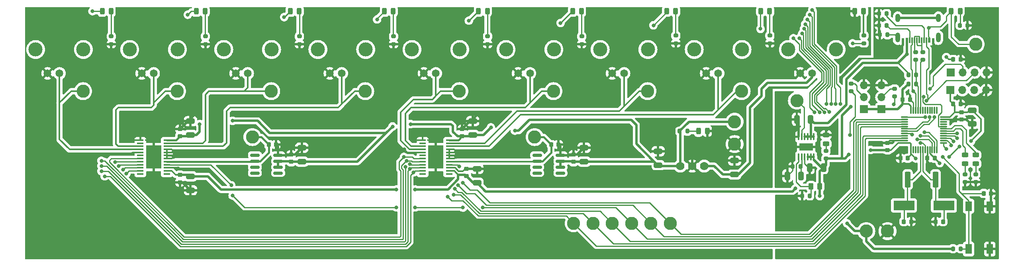
<source format=gbr>
%TF.GenerationSoftware,KiCad,Pcbnew,7.0.1*%
%TF.CreationDate,2023-03-28T01:42:17+03:00*%
%TF.ProjectId,top_controller,746f705f-636f-46e7-9472-6f6c6c65722e,rev?*%
%TF.SameCoordinates,Original*%
%TF.FileFunction,Copper,L1,Top*%
%TF.FilePolarity,Positive*%
%FSLAX46Y46*%
G04 Gerber Fmt 4.6, Leading zero omitted, Abs format (unit mm)*
G04 Created by KiCad (PCBNEW 7.0.1) date 2023-03-28 01:42:17*
%MOMM*%
%LPD*%
G01*
G04 APERTURE LIST*
G04 Aperture macros list*
%AMRoundRect*
0 Rectangle with rounded corners*
0 $1 Rounding radius*
0 $2 $3 $4 $5 $6 $7 $8 $9 X,Y pos of 4 corners*
0 Add a 4 corners polygon primitive as box body*
4,1,4,$2,$3,$4,$5,$6,$7,$8,$9,$2,$3,0*
0 Add four circle primitives for the rounded corners*
1,1,$1+$1,$2,$3*
1,1,$1+$1,$4,$5*
1,1,$1+$1,$6,$7*
1,1,$1+$1,$8,$9*
0 Add four rect primitives between the rounded corners*
20,1,$1+$1,$2,$3,$4,$5,0*
20,1,$1+$1,$4,$5,$6,$7,0*
20,1,$1+$1,$6,$7,$8,$9,0*
20,1,$1+$1,$8,$9,$2,$3,0*%
G04 Aperture macros list end*
%TA.AperFunction,ComponentPad*%
%ADD10C,1.778000*%
%TD*%
%TA.AperFunction,SMDPad,CuDef*%
%ADD11RoundRect,0.225000X0.250000X-0.225000X0.250000X0.225000X-0.250000X0.225000X-0.250000X-0.225000X0*%
%TD*%
%TA.AperFunction,SMDPad,CuDef*%
%ADD12RoundRect,0.225000X0.225000X0.250000X-0.225000X0.250000X-0.225000X-0.250000X0.225000X-0.250000X0*%
%TD*%
%TA.AperFunction,SMDPad,CuDef*%
%ADD13RoundRect,0.243750X0.243750X0.456250X-0.243750X0.456250X-0.243750X-0.456250X0.243750X-0.456250X0*%
%TD*%
%TA.AperFunction,SMDPad,CuDef*%
%ADD14R,1.473200X0.355600*%
%TD*%
%TA.AperFunction,SMDPad,CuDef*%
%ADD15R,3.251200X5.029200*%
%TD*%
%TA.AperFunction,SMDPad,CuDef*%
%ADD16RoundRect,0.250000X0.650000X-0.325000X0.650000X0.325000X-0.650000X0.325000X-0.650000X-0.325000X0*%
%TD*%
%TA.AperFunction,ComponentPad*%
%ADD17C,2.800000*%
%TD*%
%TA.AperFunction,SMDPad,CuDef*%
%ADD18RoundRect,0.200000X0.200000X0.275000X-0.200000X0.275000X-0.200000X-0.275000X0.200000X-0.275000X0*%
%TD*%
%TA.AperFunction,SMDPad,CuDef*%
%ADD19RoundRect,0.200000X-0.275000X0.200000X-0.275000X-0.200000X0.275000X-0.200000X0.275000X0.200000X0*%
%TD*%
%TA.AperFunction,SMDPad,CuDef*%
%ADD20RoundRect,0.150000X0.825000X0.150000X-0.825000X0.150000X-0.825000X-0.150000X0.825000X-0.150000X0*%
%TD*%
%TA.AperFunction,WasherPad*%
%ADD21C,3.000000*%
%TD*%
%TA.AperFunction,ComponentPad*%
%ADD22C,1.654000*%
%TD*%
%TA.AperFunction,SMDPad,CuDef*%
%ADD23RoundRect,0.243750X-0.243750X-0.456250X0.243750X-0.456250X0.243750X0.456250X-0.243750X0.456250X0*%
%TD*%
%TA.AperFunction,SMDPad,CuDef*%
%ADD24RoundRect,0.225000X-0.225000X-0.250000X0.225000X-0.250000X0.225000X0.250000X-0.225000X0.250000X0*%
%TD*%
%TA.AperFunction,SMDPad,CuDef*%
%ADD25RoundRect,0.200000X-0.200000X-0.275000X0.200000X-0.275000X0.200000X0.275000X-0.200000X0.275000X0*%
%TD*%
%TA.AperFunction,SMDPad,CuDef*%
%ADD26RoundRect,0.243750X0.456250X-0.243750X0.456250X0.243750X-0.456250X0.243750X-0.456250X-0.243750X0*%
%TD*%
%TA.AperFunction,ComponentPad*%
%ADD27R,1.700000X1.700000*%
%TD*%
%TA.AperFunction,ComponentPad*%
%ADD28O,1.700000X1.700000*%
%TD*%
%TA.AperFunction,SMDPad,CuDef*%
%ADD29R,4.500000X2.000000*%
%TD*%
%TA.AperFunction,SMDPad,CuDef*%
%ADD30RoundRect,0.200000X0.275000X-0.200000X0.275000X0.200000X-0.275000X0.200000X-0.275000X-0.200000X0*%
%TD*%
%TA.AperFunction,SMDPad,CuDef*%
%ADD31RoundRect,0.225000X-0.250000X0.225000X-0.250000X-0.225000X0.250000X-0.225000X0.250000X0.225000X0*%
%TD*%
%TA.AperFunction,SMDPad,CuDef*%
%ADD32RoundRect,0.100000X-0.100000X0.625000X-0.100000X-0.625000X0.100000X-0.625000X0.100000X0.625000X0*%
%TD*%
%TA.AperFunction,SMDPad,CuDef*%
%ADD33R,2.850000X1.650000*%
%TD*%
%TA.AperFunction,SMDPad,CuDef*%
%ADD34RoundRect,0.250000X-0.362500X-1.425000X0.362500X-1.425000X0.362500X1.425000X-0.362500X1.425000X0*%
%TD*%
%TA.AperFunction,SMDPad,CuDef*%
%ADD35RoundRect,0.075000X0.075000X-0.662500X0.075000X0.662500X-0.075000X0.662500X-0.075000X-0.662500X0*%
%TD*%
%TA.AperFunction,SMDPad,CuDef*%
%ADD36RoundRect,0.075000X0.662500X-0.075000X0.662500X0.075000X-0.662500X0.075000X-0.662500X-0.075000X0*%
%TD*%
%TA.AperFunction,SMDPad,CuDef*%
%ADD37RoundRect,0.250000X0.325000X0.650000X-0.325000X0.650000X-0.325000X-0.650000X0.325000X-0.650000X0*%
%TD*%
%TA.AperFunction,SMDPad,CuDef*%
%ADD38R,0.600000X1.071260*%
%TD*%
%TA.AperFunction,SMDPad,CuDef*%
%ADD39R,0.600000X1.099200*%
%TD*%
%TA.AperFunction,SMDPad,CuDef*%
%ADD40R,0.300000X1.150000*%
%TD*%
%TA.AperFunction,ComponentPad*%
%ADD41O,1.000000X2.100000*%
%TD*%
%TA.AperFunction,ComponentPad*%
%ADD42O,1.000000X1.800000*%
%TD*%
%TA.AperFunction,SMDPad,CuDef*%
%ADD43R,1.400000X2.100000*%
%TD*%
%TA.AperFunction,SMDPad,CuDef*%
%ADD44RoundRect,0.250000X-0.650000X0.325000X-0.650000X-0.325000X0.650000X-0.325000X0.650000X0.325000X0*%
%TD*%
%TA.AperFunction,SMDPad,CuDef*%
%ADD45RoundRect,0.243750X-0.456250X0.243750X-0.456250X-0.243750X0.456250X-0.243750X0.456250X0.243750X0*%
%TD*%
%TA.AperFunction,SMDPad,CuDef*%
%ADD46RoundRect,0.250000X0.262500X0.450000X-0.262500X0.450000X-0.262500X-0.450000X0.262500X-0.450000X0*%
%TD*%
%TA.AperFunction,ViaPad*%
%ADD47C,0.800000*%
%TD*%
%TA.AperFunction,Conductor*%
%ADD48C,0.300000*%
%TD*%
%TA.AperFunction,Conductor*%
%ADD49C,0.500000*%
%TD*%
%TA.AperFunction,Conductor*%
%ADD50C,0.250000*%
%TD*%
%TA.AperFunction,Conductor*%
%ADD51C,0.350000*%
%TD*%
%TA.AperFunction,Conductor*%
%ADD52C,0.400000*%
%TD*%
G04 APERTURE END LIST*
D10*
%TO.P,U6,1,Vin*%
%TO.N,/PIN_VCC*%
X177040000Y-64922400D03*
%TO.P,U6,2,GND*%
%TO.N,GND*%
X174500000Y-64922400D03*
%TO.P,U6,3,Vout*%
%TO.N,VDDA*%
X171960000Y-64922400D03*
%TD*%
D11*
%TO.P,C28,1*%
%TO.N,VDDA*%
X89250000Y-64025000D03*
%TO.P,C28,2*%
%TO.N,GND*%
X89250000Y-62475000D03*
%TD*%
D12*
%TO.P,C3,1*%
%TO.N,/OSCOUT*%
X227800000Y-76750000D03*
%TO.P,C3,2*%
%TO.N,GND*%
X226250000Y-76750000D03*
%TD*%
D13*
%TO.P,D10,1,K*%
%TO.N,Net-(D10-K)*%
X50937500Y-32000000D03*
%TO.P,D10,2,A*%
%TO.N,/LED_CH8*%
X49062500Y-32000000D03*
%TD*%
D14*
%TO.P,U3,1,AVSS*%
%TO.N,GND*%
X117180600Y-59418600D03*
%TO.P,U3,2,NC*%
%TO.N,unconnected-(U3-NC-Pad2)*%
X117180600Y-60079000D03*
%TO.P,U3,3,VOUTA*%
%TO.N,/OUT_3*%
X117180600Y-60714000D03*
%TO.P,U3,4,VOUTB*%
%TO.N,/OUT_4*%
X117180600Y-61374400D03*
%TO.P,U3,5,BIN/_2SCOMP*%
%TO.N,GND*%
X117180600Y-62034800D03*
%TO.P,U3,6,NC_3*%
%TO.N,unconnected-(U3-NC_3-Pad6)*%
X117180600Y-62669800D03*
%TO.P,U3,7,SYNC*%
%TO.N,/SPI_NSS*%
X117180600Y-63330200D03*
%TO.P,U3,8,SCLK*%
%TO.N,/SPI_CLK*%
X117180600Y-63965200D03*
%TO.P,U3,9,SDIN*%
%TO.N,/SPI_MOSI*%
X117180600Y-64625600D03*
%TO.P,U3,10,LDAC*%
%TO.N,/NLDAC*%
X117180600Y-65286000D03*
%TO.P,U3,11,CLR*%
%TO.N,/NCLR*%
X117180600Y-65921000D03*
%TO.P,U3,12,NC_4*%
%TO.N,unconnected-(U3-NC_4-Pad12)*%
X117180600Y-66581400D03*
%TO.P,U3,13,NC_2*%
%TO.N,unconnected-(U3-NC_2-Pad13)*%
X122819400Y-66581400D03*
%TO.P,U3,14,DVCC*%
%TO.N,+3V3*%
X122819400Y-65921000D03*
%TO.P,U3,15,GND*%
%TO.N,GND*%
X122819400Y-65286000D03*
%TO.P,U3,16,SDO*%
%TO.N,/SPI_D2D*%
X122819400Y-64625600D03*
%TO.P,U3,17,REFIN*%
%TO.N,/REF_2V5_1*%
X122819400Y-63965200D03*
%TO.P,U3,18,DAC_GND*%
%TO.N,GND*%
X122819400Y-63330200D03*
%TO.P,U3,19,DAC_GND_2*%
X122819400Y-62669800D03*
%TO.P,U3,20,SIG_GND*%
X122819400Y-62034800D03*
%TO.P,U3,21,SIG_GND_2*%
X122819400Y-61374400D03*
%TO.P,U3,22,VOUTD*%
%TO.N,/OUT_1*%
X122819400Y-60714000D03*
%TO.P,U3,23,VOUTC*%
%TO.N,/OUT_2*%
X122819400Y-60079000D03*
%TO.P,U3,24,AVDD*%
%TO.N,VDDA*%
X122819400Y-59418600D03*
D15*
%TO.P,U3,25,EP*%
%TO.N,GND*%
X120000000Y-63000000D03*
%TD*%
D16*
%TO.P,C26,1*%
%TO.N,/PIN_VCC*%
X183500000Y-66725000D03*
%TO.P,C26,2*%
%TO.N,GND*%
X183500000Y-63775000D03*
%TD*%
D12*
%TO.P,C7,1*%
%TO.N,GND*%
X220775000Y-50750000D03*
%TO.P,C7,2*%
%TO.N,+3V3*%
X219225000Y-50750000D03*
%TD*%
D11*
%TO.P,C8,1*%
%TO.N,GND*%
X231750000Y-55025000D03*
%TO.P,C8,2*%
%TO.N,+3V3*%
X231750000Y-53475000D03*
%TD*%
D17*
%TO.P,TP2,1,1*%
%TO.N,+3V3*%
X211500000Y-78750000D03*
%TD*%
D18*
%TO.P,R10,1*%
%TO.N,/USB_DP*%
X222075000Y-45500000D03*
%TO.P,R10,2*%
%TO.N,/USB_VBUS*%
X220425000Y-45500000D03*
%TD*%
D19*
%TO.P,R11,1*%
%TO.N,Net-(D1-K)*%
X232500000Y-66675000D03*
%TO.P,R11,2*%
%TO.N,GND*%
X232500000Y-68325000D03*
%TD*%
D17*
%TO.P,TP10,1,1*%
%TO.N,/OUT_5*%
X105000000Y-49000000D03*
%TD*%
D20*
%TO.P,U7,1,TP*%
%TO.N,unconnected-(U7-TP-Pad1)*%
X86475000Y-66405000D03*
%TO.P,U7,2,Vin*%
%TO.N,VDDA*%
X86475000Y-65135000D03*
%TO.P,U7,3,~{Sleep}*%
X86475000Y-63865000D03*
%TO.P,U7,4,GND*%
%TO.N,GND*%
X86475000Y-62595000D03*
%TO.P,U7,5,TP*%
%TO.N,unconnected-(U7-TP-Pad5)*%
X81525000Y-62595000D03*
%TO.P,U7,6,Vout*%
%TO.N,/REF_2V5_2*%
X81525000Y-63865000D03*
%TO.P,U7,7,NC*%
%TO.N,unconnected-(U7-NC-Pad7)*%
X81525000Y-65135000D03*
%TO.P,U7,8,NC*%
%TO.N,unconnected-(U7-NC-Pad8)*%
X81525000Y-66405000D03*
%TD*%
D19*
%TO.P,R15,1*%
%TO.N,Net-(D5-K)*%
X151000000Y-37350000D03*
%TO.P,R15,2*%
%TO.N,GND*%
X151000000Y-39000000D03*
%TD*%
D13*
%TO.P,D12,1,K*%
%TO.N,Net-(D12-K)*%
X231437500Y-32000000D03*
%TO.P,D12,2,A*%
%TO.N,/USB_VBUS*%
X229562500Y-32000000D03*
%TD*%
D17*
%TO.P,TP19,1,1*%
%TO.N,/SPI_MISO*%
X161600000Y-77100000D03*
%TD*%
D16*
%TO.P,C20,1*%
%TO.N,VDDA*%
X127834300Y-58309300D03*
%TO.P,C20,2*%
%TO.N,GND*%
X127834300Y-55359300D03*
%TD*%
D21*
%TO.P,J4,*%
%TO.N,*%
X114920000Y-40130000D03*
X125080000Y-40130000D03*
D22*
%TO.P,J4,1,In*%
%TO.N,/OUT_4*%
X120000000Y-45210000D03*
%TO.P,J4,2,Ext*%
%TO.N,GND*%
X117460000Y-45210000D03*
%TD*%
D13*
%TO.P,D3,1,K*%
%TO.N,Net-(D3-K)*%
X190937500Y-32000000D03*
%TO.P,D3,2,A*%
%TO.N,/LED_CH1*%
X189062500Y-32000000D03*
%TD*%
D23*
%TO.P,D13,1,K*%
%TO.N,GND*%
X209062500Y-32000000D03*
%TO.P,D13,2,A*%
%TO.N,Net-(D13-A)*%
X210937500Y-32000000D03*
%TD*%
D21*
%TO.P,J9,*%
%TO.N,*%
X194920000Y-40130000D03*
X205080000Y-40130000D03*
D22*
%TO.P,J9,1,In*%
%TO.N,/PIN_VCC*%
X200000000Y-45210000D03*
%TO.P,J9,2,Ext*%
%TO.N,GND*%
X197460000Y-45210000D03*
%TD*%
D24*
%TO.P,C6,1*%
%TO.N,GND*%
X218750000Y-63250000D03*
%TO.P,C6,2*%
%TO.N,+3V3*%
X220300000Y-63250000D03*
%TD*%
D25*
%TO.P,R2,1*%
%TO.N,+3V3*%
X229925000Y-82500000D03*
%TO.P,R2,2*%
%TO.N,/NRST*%
X231575000Y-82500000D03*
%TD*%
D26*
%TO.P,D1,1,K*%
%TO.N,Net-(D1-K)*%
X232500000Y-64437500D03*
%TO.P,D1,2,A*%
%TO.N,/LED_1*%
X232500000Y-62562500D03*
%TD*%
D14*
%TO.P,U4,1,AVSS*%
%TO.N,GND*%
X57180600Y-59418600D03*
%TO.P,U4,2,NC*%
%TO.N,unconnected-(U4-NC-Pad2)*%
X57180600Y-60079000D03*
%TO.P,U4,3,VOUTA*%
%TO.N,/OUT_7*%
X57180600Y-60714000D03*
%TO.P,U4,4,VOUTB*%
%TO.N,/OUT_8*%
X57180600Y-61374400D03*
%TO.P,U4,5,BIN/_2SCOMP*%
%TO.N,GND*%
X57180600Y-62034800D03*
%TO.P,U4,6,NC_3*%
%TO.N,unconnected-(U4-NC_3-Pad6)*%
X57180600Y-62669800D03*
%TO.P,U4,7,SYNC*%
%TO.N,/SPI_NSS*%
X57180600Y-63330200D03*
%TO.P,U4,8,SCLK*%
%TO.N,/SPI_CLK*%
X57180600Y-63965200D03*
%TO.P,U4,9,SDIN*%
%TO.N,/SPI_D2D*%
X57180600Y-64625600D03*
%TO.P,U4,10,LDAC*%
%TO.N,/NLDAC*%
X57180600Y-65286000D03*
%TO.P,U4,11,CLR*%
%TO.N,/NCLR*%
X57180600Y-65921000D03*
%TO.P,U4,12,NC_4*%
%TO.N,unconnected-(U4-NC_4-Pad12)*%
X57180600Y-66581400D03*
%TO.P,U4,13,NC_2*%
%TO.N,unconnected-(U4-NC_2-Pad13)*%
X62819400Y-66581400D03*
%TO.P,U4,14,DVCC*%
%TO.N,+3V3*%
X62819400Y-65921000D03*
%TO.P,U4,15,GND*%
%TO.N,GND*%
X62819400Y-65286000D03*
%TO.P,U4,16,SDO*%
%TO.N,/SPI_MISO*%
X62819400Y-64625600D03*
%TO.P,U4,17,REFIN*%
%TO.N,/REF_2V5_2*%
X62819400Y-63965200D03*
%TO.P,U4,18,DAC_GND*%
%TO.N,GND*%
X62819400Y-63330200D03*
%TO.P,U4,19,DAC_GND_2*%
X62819400Y-62669800D03*
%TO.P,U4,20,SIG_GND*%
X62819400Y-62034800D03*
%TO.P,U4,21,SIG_GND_2*%
X62819400Y-61374400D03*
%TO.P,U4,22,VOUTD*%
%TO.N,/OUT_5*%
X62819400Y-60714000D03*
%TO.P,U4,23,VOUTC*%
%TO.N,/OUT_6*%
X62819400Y-60079000D03*
%TO.P,U4,24,AVDD*%
%TO.N,VDDA*%
X62819400Y-59418600D03*
D15*
%TO.P,U4,25,EP*%
%TO.N,GND*%
X60000000Y-63000000D03*
%TD*%
D24*
%TO.P,C5,1*%
%TO.N,+3V3*%
X229975000Y-42250000D03*
%TO.P,C5,2*%
%TO.N,GND*%
X231525000Y-42250000D03*
%TD*%
D13*
%TO.P,D14,1,K*%
%TO.N,GND*%
X177687500Y-57500000D03*
%TO.P,D14,2,A*%
%TO.N,Net-(D14-A)*%
X175812500Y-57500000D03*
%TD*%
D17*
%TO.P,TP14,1,1*%
%TO.N,/REF_2V5_1*%
X141000000Y-58750000D03*
%TD*%
D21*
%TO.P,J1,*%
%TO.N,*%
X174920000Y-40130000D03*
X185080000Y-40130000D03*
D22*
%TO.P,J1,1,In*%
%TO.N,/OUT_1*%
X180000000Y-45210000D03*
%TO.P,J1,2,Ext*%
%TO.N,GND*%
X177460000Y-45210000D03*
%TD*%
D13*
%TO.P,D4,1,K*%
%TO.N,Net-(D4-K)*%
X170937500Y-32000000D03*
%TO.P,D4,2,A*%
%TO.N,/LED_CH2*%
X169062500Y-32000000D03*
%TD*%
%TO.P,D9,1,K*%
%TO.N,Net-(D9-K)*%
X70937500Y-32000000D03*
%TO.P,D9,2,A*%
%TO.N,/LED_CH7*%
X69062500Y-32000000D03*
%TD*%
D27*
%TO.P,J12,1,Pin_1*%
%TO.N,+3V3*%
X229380000Y-48750000D03*
D28*
%TO.P,J12,2,Pin_2*%
%TO.N,/UART_TX*%
X231920000Y-48750000D03*
%TO.P,J12,3,Pin_3*%
%TO.N,/UART_RX*%
X234460000Y-48750000D03*
%TO.P,J12,4,Pin_4*%
%TO.N,GND*%
X237000000Y-48750000D03*
%TD*%
D17*
%TO.P,TP11,1,1*%
%TO.N,/OUT_6*%
X85000000Y-49000000D03*
%TD*%
%TO.P,TP15,1,1*%
%TO.N,/USB_VBUS*%
X234750000Y-39000000D03*
%TD*%
D21*
%TO.P,J7,*%
%TO.N,*%
X54920000Y-40130000D03*
X65080000Y-40130000D03*
D22*
%TO.P,J7,1,In*%
%TO.N,/OUT_7*%
X60000000Y-45210000D03*
%TO.P,J7,2,Ext*%
%TO.N,GND*%
X57460000Y-45210000D03*
%TD*%
D21*
%TO.P,J6,*%
%TO.N,*%
X74920000Y-40130000D03*
X85080000Y-40130000D03*
D22*
%TO.P,J6,1,In*%
%TO.N,/OUT_6*%
X80000000Y-45210000D03*
%TO.P,J6,2,Ext*%
%TO.N,GND*%
X77460000Y-45210000D03*
%TD*%
D17*
%TO.P,TP5,1,1*%
%TO.N,VDDA*%
X183500000Y-55500000D03*
%TD*%
D19*
%TO.P,R26,1*%
%TO.N,Net-(D13-A)*%
X211000000Y-37175000D03*
%TO.P,R26,2*%
%TO.N,/PIN_VCC*%
X211000000Y-38825000D03*
%TD*%
D29*
%TO.P,Y1,1,1*%
%TO.N,/OSCIN*%
X219500000Y-73300000D03*
%TO.P,Y1,2,2*%
%TO.N,/OSCOUT*%
X228000000Y-73300000D03*
%TD*%
D17*
%TO.P,TP6,1,1*%
%TO.N,/OUT_1*%
X185000000Y-49000000D03*
%TD*%
D11*
%TO.P,C25,1*%
%TO.N,VDDA*%
X65584300Y-58609300D03*
%TO.P,C25,2*%
%TO.N,GND*%
X65584300Y-57059300D03*
%TD*%
D19*
%TO.P,R20,1*%
%TO.N,Net-(D10-K)*%
X51000000Y-37350000D03*
%TO.P,R20,2*%
%TO.N,GND*%
X51000000Y-39000000D03*
%TD*%
D27*
%TO.P,J11,1,Pin_1*%
%TO.N,+3V3*%
X229420000Y-45000000D03*
D28*
%TO.P,J11,2,Pin_2*%
%TO.N,/SWDIO*%
X231960000Y-45000000D03*
%TO.P,J11,3,Pin_3*%
%TO.N,/SWCLK*%
X234500000Y-45000000D03*
%TO.P,J11,4,Pin_4*%
%TO.N,GND*%
X237040000Y-45000000D03*
%TD*%
D16*
%TO.P,C12,1*%
%TO.N,+3V3*%
X128750000Y-68475000D03*
%TO.P,C12,2*%
%TO.N,GND*%
X128750000Y-65525000D03*
%TD*%
D17*
%TO.P,TP8,1,1*%
%TO.N,/OUT_3*%
X145000000Y-49000000D03*
%TD*%
D18*
%TO.P,R23,1*%
%TO.N,Net-(U2-SET)*%
X197495000Y-65000000D03*
%TO.P,R23,2*%
%TO.N,GND*%
X195845000Y-65000000D03*
%TD*%
%TO.P,R4,1*%
%TO.N,Net-(J10-SHIELD)*%
X216000000Y-37000000D03*
%TO.P,R4,2*%
%TO.N,GND*%
X214350000Y-37000000D03*
%TD*%
D30*
%TO.P,R21,1*%
%TO.N,+3V3*%
X202920000Y-63325000D03*
%TO.P,R21,2*%
%TO.N,Net-(D11-A)*%
X202920000Y-61675000D03*
%TD*%
D21*
%TO.P,J5,*%
%TO.N,*%
X94920000Y-40130000D03*
X105080000Y-40130000D03*
D22*
%TO.P,J5,1,In*%
%TO.N,/OUT_5*%
X100000000Y-45210000D03*
%TO.P,J5,2,Ext*%
%TO.N,GND*%
X97460000Y-45210000D03*
%TD*%
D13*
%TO.P,D8,1,K*%
%TO.N,Net-(D8-K)*%
X90937500Y-32000000D03*
%TO.P,D8,2,A*%
%TO.N,/LED_CH6*%
X89062500Y-32000000D03*
%TD*%
D18*
%TO.P,R25,1*%
%TO.N,Net-(U2-PGFB)*%
X199495000Y-71250000D03*
%TO.P,R25,2*%
%TO.N,GND*%
X197845000Y-71250000D03*
%TD*%
D11*
%TO.P,C16,1*%
%TO.N,VDDA*%
X149250000Y-64025000D03*
%TO.P,C16,2*%
%TO.N,GND*%
X149250000Y-62475000D03*
%TD*%
D17*
%TO.P,TP12,1,1*%
%TO.N,/OUT_7*%
X65000000Y-49000000D03*
%TD*%
D31*
%TO.P,C10,1*%
%TO.N,GND*%
X216000000Y-59975000D03*
%TO.P,C10,2*%
%TO.N,+3V3*%
X216000000Y-61525000D03*
%TD*%
D17*
%TO.P,TP3,1,1*%
%TO.N,Net-(U2-PG)*%
X196750000Y-51000000D03*
%TD*%
D18*
%TO.P,R29,1*%
%TO.N,Net-(D14-A)*%
X173462500Y-57500000D03*
%TO.P,R29,2*%
%TO.N,VDDA*%
X171812500Y-57500000D03*
%TD*%
D13*
%TO.P,D5,1,K*%
%TO.N,Net-(D5-K)*%
X150937500Y-32000000D03*
%TO.P,D5,2,A*%
%TO.N,/LED_CH3*%
X149062500Y-32000000D03*
%TD*%
D17*
%TO.P,TP22,1,1*%
%TO.N,/REF_2V5_2*%
X81000000Y-58750000D03*
%TD*%
D11*
%TO.P,C22,1*%
%TO.N,VDDA*%
X125584300Y-58609300D03*
%TO.P,C22,2*%
%TO.N,GND*%
X125584300Y-57059300D03*
%TD*%
D32*
%TO.P,U2,1,IN*%
%TO.N,/USB_VBUS*%
X200335000Y-58690000D03*
%TO.P,U2,2,IN*%
X199685000Y-58690000D03*
%TO.P,U2,3,IN*%
X199035000Y-58690000D03*
%TO.P,U2,4,EN/UV*%
X198385000Y-58690000D03*
%TO.P,U2,5,PG*%
%TO.N,Net-(U2-PG)*%
X197735000Y-58690000D03*
%TO.P,U2,6,ILIM*%
%TO.N,GND*%
X197085000Y-58690000D03*
%TO.P,U2,7,PGFB*%
%TO.N,Net-(U2-PGFB)*%
X197085000Y-62990000D03*
%TO.P,U2,8,SET*%
%TO.N,Net-(U2-SET)*%
X197735000Y-62990000D03*
%TO.P,U2,9,GND*%
%TO.N,GND*%
X198385000Y-62990000D03*
%TO.P,U2,10,OUTS*%
%TO.N,+3V3*%
X199035000Y-62990000D03*
%TO.P,U2,11,OUT*%
X199685000Y-62990000D03*
%TO.P,U2,12,OUT*%
X200335000Y-62990000D03*
D33*
%TO.P,U2,13,GND*%
%TO.N,GND*%
X198710000Y-60840000D03*
%TD*%
D18*
%TO.P,R8,1*%
%TO.N,/USB_CC1*%
X215825000Y-32500000D03*
%TO.P,R8,2*%
%TO.N,GND*%
X214175000Y-32500000D03*
%TD*%
D19*
%TO.P,R18,1*%
%TO.N,Net-(D8-K)*%
X91000000Y-37350000D03*
%TO.P,R18,2*%
%TO.N,GND*%
X91000000Y-39000000D03*
%TD*%
D17*
%TO.P,TP17,1,1*%
%TO.N,/SPI_CLK*%
X165700000Y-77100000D03*
%TD*%
D24*
%TO.P,C4,1*%
%TO.N,/NRST*%
X236475000Y-70750000D03*
%TO.P,C4,2*%
%TO.N,GND*%
X238025000Y-70750000D03*
%TD*%
%TO.P,C9,1*%
%TO.N,GND*%
X224475000Y-63250000D03*
%TO.P,C9,2*%
%TO.N,+3V3*%
X226025000Y-63250000D03*
%TD*%
D19*
%TO.P,R30,1*%
%TO.N,Net-(J14-Pin_2)*%
X217500000Y-48475000D03*
%TO.P,R30,2*%
%TO.N,/BOOT1*%
X217500000Y-50125000D03*
%TD*%
D16*
%TO.P,C11,1*%
%TO.N,GND*%
X234000000Y-55975000D03*
%TO.P,C11,2*%
%TO.N,+3V3*%
X234000000Y-53025000D03*
%TD*%
D34*
%TO.P,R3,1*%
%TO.N,/OSCIN*%
X220287500Y-67800000D03*
%TO.P,R3,2*%
%TO.N,/OSCOUT*%
X226212500Y-67800000D03*
%TD*%
D31*
%TO.P,C23,1*%
%TO.N,+3V3*%
X65584300Y-66809300D03*
%TO.P,C23,2*%
%TO.N,GND*%
X65584300Y-68359300D03*
%TD*%
D35*
%TO.P,U1,1,VBAT*%
%TO.N,+3V3*%
X221000000Y-61412500D03*
%TO.P,U1,2,PC13*%
%TO.N,unconnected-(U1-PC13-Pad2)*%
X221500000Y-61412500D03*
%TO.P,U1,3,PC14*%
%TO.N,unconnected-(U1-PC14-Pad3)*%
X222000000Y-61412500D03*
%TO.P,U1,4,PC15*%
%TO.N,unconnected-(U1-PC15-Pad4)*%
X222500000Y-61412500D03*
%TO.P,U1,5,PD0*%
%TO.N,/OSCIN*%
X223000000Y-61412500D03*
%TO.P,U1,6,PD1*%
%TO.N,/OSCOUT*%
X223500000Y-61412500D03*
%TO.P,U1,7,NRST*%
%TO.N,/NRST*%
X224000000Y-61412500D03*
%TO.P,U1,8,VSSA*%
%TO.N,GND*%
X224500000Y-61412500D03*
%TO.P,U1,9,VDDA*%
%TO.N,+3V3*%
X225000000Y-61412500D03*
%TO.P,U1,10,PA0*%
%TO.N,/LED_CH1*%
X225500000Y-61412500D03*
%TO.P,U1,11,PA1*%
%TO.N,/LED_CH2*%
X226000000Y-61412500D03*
%TO.P,U1,12,PA2*%
%TO.N,/LED_CH3*%
X226500000Y-61412500D03*
D36*
%TO.P,U1,13,PA3*%
%TO.N,/LED_CH4*%
X227912500Y-60000000D03*
%TO.P,U1,14,PA4*%
%TO.N,/LED_CH5*%
X227912500Y-59500000D03*
%TO.P,U1,15,PA5*%
%TO.N,/LED_CH6*%
X227912500Y-59000000D03*
%TO.P,U1,16,PA6*%
%TO.N,/LED_CH7*%
X227912500Y-58500000D03*
%TO.P,U1,17,PA7*%
%TO.N,/LED_CH8*%
X227912500Y-58000000D03*
%TO.P,U1,18,PB0*%
%TO.N,/LED_1*%
X227912500Y-57500000D03*
%TO.P,U1,19,PB1*%
%TO.N,/LED_2*%
X227912500Y-57000000D03*
%TO.P,U1,20,PB2*%
%TO.N,/BOOT1*%
X227912500Y-56500000D03*
%TO.P,U1,21,PB10*%
%TO.N,unconnected-(U1-PB10-Pad21)*%
X227912500Y-56000000D03*
%TO.P,U1,22,PB11*%
%TO.N,unconnected-(U1-PB11-Pad22)*%
X227912500Y-55500000D03*
%TO.P,U1,23,VSS*%
%TO.N,GND*%
X227912500Y-55000000D03*
%TO.P,U1,24,VDD*%
%TO.N,+3V3*%
X227912500Y-54500000D03*
D35*
%TO.P,U1,25,PB12*%
%TO.N,unconnected-(U1-PB12-Pad25)*%
X226500000Y-53087500D03*
%TO.P,U1,26,PB13*%
%TO.N,unconnected-(U1-PB13-Pad26)*%
X226000000Y-53087500D03*
%TO.P,U1,27,PB14*%
%TO.N,unconnected-(U1-PB14-Pad27)*%
X225500000Y-53087500D03*
%TO.P,U1,28,PB15*%
%TO.N,unconnected-(U1-PB15-Pad28)*%
X225000000Y-53087500D03*
%TO.P,U1,29,PA8*%
%TO.N,unconnected-(U1-PA8-Pad29)*%
X224500000Y-53087500D03*
%TO.P,U1,30,PA9*%
%TO.N,unconnected-(U1-PA9-Pad30)*%
X224000000Y-53087500D03*
%TO.P,U1,31,PA10*%
%TO.N,unconnected-(U1-PA10-Pad31)*%
X223500000Y-53087500D03*
%TO.P,U1,32,PA11*%
%TO.N,/USB_DM*%
X223000000Y-53087500D03*
%TO.P,U1,33,PA12*%
%TO.N,/USB_DP*%
X222500000Y-53087500D03*
%TO.P,U1,34,PA13*%
%TO.N,/SWDIO*%
X222000000Y-53087500D03*
%TO.P,U1,35,VSS*%
%TO.N,GND*%
X221500000Y-53087500D03*
%TO.P,U1,36,VDD*%
%TO.N,+3V3*%
X221000000Y-53087500D03*
D36*
%TO.P,U1,37,PA14*%
%TO.N,/SWCLK*%
X219587500Y-54500000D03*
%TO.P,U1,38,PA15*%
%TO.N,/SPI_NSS*%
X219587500Y-55000000D03*
%TO.P,U1,39,PB3*%
%TO.N,/SPI_CLK*%
X219587500Y-55500000D03*
%TO.P,U1,40,PB4*%
%TO.N,/SPI_MISO*%
X219587500Y-56000000D03*
%TO.P,U1,41,PB5*%
%TO.N,/SPI_MOSI*%
X219587500Y-56500000D03*
%TO.P,U1,42,PB6*%
%TO.N,/UART_TX*%
X219587500Y-57000000D03*
%TO.P,U1,43,PB7*%
%TO.N,/UART_RX*%
X219587500Y-57500000D03*
%TO.P,U1,44,BOOT0*%
%TO.N,/BOOT0*%
X219587500Y-58000000D03*
%TO.P,U1,45,PB8*%
%TO.N,/NLDAC*%
X219587500Y-58500000D03*
%TO.P,U1,46,PB9*%
%TO.N,/NCLR*%
X219587500Y-59000000D03*
%TO.P,U1,47,VSS*%
%TO.N,GND*%
X219587500Y-59500000D03*
%TO.P,U1,48,VDD*%
%TO.N,+3V3*%
X219587500Y-60000000D03*
%TD*%
D19*
%TO.P,R17,1*%
%TO.N,Net-(D7-K)*%
X111000000Y-37350000D03*
%TO.P,R17,2*%
%TO.N,GND*%
X111000000Y-39000000D03*
%TD*%
D20*
%TO.P,U5,1,TP*%
%TO.N,unconnected-(U5-TP-Pad1)*%
X146475000Y-66405000D03*
%TO.P,U5,2,Vin*%
%TO.N,VDDA*%
X146475000Y-65135000D03*
%TO.P,U5,3,~{Sleep}*%
X146475000Y-63865000D03*
%TO.P,U5,4,GND*%
%TO.N,GND*%
X146475000Y-62595000D03*
%TO.P,U5,5,TP*%
%TO.N,unconnected-(U5-TP-Pad5)*%
X141525000Y-62595000D03*
%TO.P,U5,6,Vout*%
%TO.N,/REF_2V5_1*%
X141525000Y-63865000D03*
%TO.P,U5,7,NC*%
%TO.N,unconnected-(U5-NC-Pad7)*%
X141525000Y-65135000D03*
%TO.P,U5,8,NC*%
%TO.N,unconnected-(U5-NC-Pad8)*%
X141525000Y-66405000D03*
%TD*%
D24*
%TO.P,C30,2*%
%TO.N,GND*%
X86025000Y-60350000D03*
%TO.P,C30,1*%
%TO.N,/REF_2V5_2*%
X84475000Y-60350000D03*
%TD*%
D37*
%TO.P,C15,1*%
%TO.N,Net-(U2-SET)*%
X197645000Y-67000000D03*
%TO.P,C15,2*%
%TO.N,GND*%
X194695000Y-67000000D03*
%TD*%
D38*
%TO.P,J10,A1,GND*%
%TO.N,GND*%
X225700000Y-38219370D03*
D39*
%TO.P,J10,A4,VBUS*%
%TO.N,/USB_VBUS*%
X224900000Y-38205400D03*
D40*
%TO.P,J10,A5,CC1*%
%TO.N,/USB_CC1*%
X223750000Y-38180000D03*
%TO.P,J10,A6,D+*%
%TO.N,Net-(J10-D+-PadA6)*%
X222750000Y-38180000D03*
%TO.P,J10,A7,D-*%
%TO.N,Net-(J10-D--PadA7)*%
X222250000Y-38180000D03*
%TO.P,J10,A8,SBU1*%
%TO.N,/SWDIO*%
X221250000Y-38180000D03*
D39*
%TO.P,J10,A9,VBUS*%
%TO.N,/USB_VBUS*%
X220100000Y-38205400D03*
D38*
%TO.P,J10,A12,GND*%
%TO.N,GND*%
X219300000Y-38219370D03*
%TO.P,J10,B1,GND*%
X219300000Y-38219370D03*
D39*
%TO.P,J10,B4,VBUS*%
%TO.N,/USB_VBUS*%
X220100000Y-38205400D03*
D40*
%TO.P,J10,B5,CC2*%
%TO.N,/USB_CC2*%
X220750000Y-38180000D03*
%TO.P,J10,B6,D+*%
%TO.N,Net-(J10-D+-PadA6)*%
X221750000Y-38180000D03*
%TO.P,J10,B7,D-*%
%TO.N,Net-(J10-D--PadA7)*%
X223250000Y-38180000D03*
%TO.P,J10,B8,SBU2*%
%TO.N,/SWCLK*%
X224250000Y-38180000D03*
D39*
%TO.P,J10,B9,VBUS*%
%TO.N,/USB_VBUS*%
X224900000Y-38205400D03*
D38*
%TO.P,J10,B12,GND*%
%TO.N,GND*%
X225700000Y-38219370D03*
D41*
%TO.P,J10,S1,SHIELD*%
%TO.N,Net-(J10-SHIELD)*%
X226820000Y-37605000D03*
D42*
X226820000Y-33425000D03*
D41*
X218180000Y-37605000D03*
D42*
X218180000Y-33425000D03*
%TD*%
D21*
%TO.P,J8,*%
%TO.N,*%
X34920000Y-40130000D03*
X45080000Y-40130000D03*
D22*
%TO.P,J8,1,In*%
%TO.N,/OUT_8*%
X40000000Y-45210000D03*
%TO.P,J8,2,Ext*%
%TO.N,GND*%
X37460000Y-45210000D03*
%TD*%
D17*
%TO.P,TP13,1,1*%
%TO.N,/OUT_8*%
X45000000Y-49000000D03*
%TD*%
%TO.P,TP4,1,1*%
%TO.N,GND*%
X183500000Y-60250000D03*
%TD*%
D13*
%TO.P,D7,1,K*%
%TO.N,Net-(D7-K)*%
X110937500Y-32000000D03*
%TO.P,D7,2,A*%
%TO.N,/LED_CH5*%
X109062500Y-32000000D03*
%TD*%
D19*
%TO.P,R1,1*%
%TO.N,Net-(J13-Pin_2)*%
X208300000Y-47375000D03*
%TO.P,R1,2*%
%TO.N,/BOOT0*%
X208300000Y-49025000D03*
%TD*%
D24*
%TO.P,C2,1*%
%TO.N,/OSCIN*%
X219475000Y-76750000D03*
%TO.P,C2,2*%
%TO.N,GND*%
X221025000Y-76750000D03*
%TD*%
D19*
%TO.P,R14,1*%
%TO.N,Net-(D4-K)*%
X171000000Y-37175000D03*
%TO.P,R14,2*%
%TO.N,GND*%
X171000000Y-38825000D03*
%TD*%
D26*
%TO.P,D2,1,K*%
%TO.N,Net-(D2-K)*%
X234750000Y-64437500D03*
%TO.P,D2,2,A*%
%TO.N,/LED_2*%
X234750000Y-62562500D03*
%TD*%
D17*
%TO.P,TP16,1,1*%
%TO.N,/SPI_NSS*%
X169800000Y-77100000D03*
%TD*%
D24*
%TO.P,C18,1*%
%TO.N,/REF_2V5_1*%
X144525000Y-60350000D03*
%TO.P,C18,2*%
%TO.N,GND*%
X146075000Y-60350000D03*
%TD*%
D18*
%TO.P,R22,1*%
%TO.N,GND*%
X233025000Y-35000000D03*
%TO.P,R22,2*%
%TO.N,Net-(D12-K)*%
X231375000Y-35000000D03*
%TD*%
D19*
%TO.P,R6,1*%
%TO.N,Net-(J10-D+-PadA6)*%
X222000000Y-40675000D03*
%TO.P,R6,2*%
%TO.N,/USB_DP*%
X222000000Y-42325000D03*
%TD*%
%TO.P,R13,1*%
%TO.N,Net-(D3-K)*%
X191000000Y-37175000D03*
%TO.P,R13,2*%
%TO.N,GND*%
X191000000Y-38825000D03*
%TD*%
%TO.P,R19,1*%
%TO.N,Net-(D9-K)*%
X71000000Y-37350000D03*
%TO.P,R19,2*%
%TO.N,GND*%
X71000000Y-39000000D03*
%TD*%
D17*
%TO.P,TP7,1,1*%
%TO.N,/OUT_2*%
X165000000Y-49000000D03*
%TD*%
%TO.P,TP1,1,1*%
%TO.N,GND*%
X216000000Y-78750000D03*
%TD*%
D11*
%TO.P,C13,1*%
%TO.N,+3V3*%
X126500000Y-67025000D03*
%TO.P,C13,2*%
%TO.N,GND*%
X126500000Y-65475000D03*
%TD*%
D27*
%TO.P,J13,1,Pin_1*%
%TO.N,+3V3*%
X211000000Y-52830000D03*
D28*
%TO.P,J13,2,Pin_2*%
%TO.N,Net-(J13-Pin_2)*%
X211000000Y-50290000D03*
%TO.P,J13,3,Pin_3*%
%TO.N,GND*%
X211000000Y-47750000D03*
%TD*%
D18*
%TO.P,R7,1*%
%TO.N,/USB_DP*%
X222075000Y-47500000D03*
%TO.P,R7,2*%
%TO.N,+3V3*%
X220425000Y-47500000D03*
%TD*%
D43*
%TO.P,SW1,1,1*%
%TO.N,GND*%
X237750000Y-73450000D03*
X237750000Y-82550000D03*
%TO.P,SW1,2,2*%
%TO.N,/NRST*%
X233250000Y-73450000D03*
X233250000Y-82550000D03*
%TD*%
D44*
%TO.P,C21,1*%
%TO.N,+3V3*%
X67834300Y-67109300D03*
%TO.P,C21,2*%
%TO.N,GND*%
X67834300Y-70059300D03*
%TD*%
D17*
%TO.P,TP18,1,1*%
%TO.N,/SPI_MOSI*%
X157500000Y-77100000D03*
%TD*%
D45*
%TO.P,D11,1,K*%
%TO.N,GND*%
X202920000Y-58312500D03*
%TO.P,D11,2,A*%
%TO.N,Net-(D11-A)*%
X202920000Y-60187500D03*
%TD*%
D19*
%TO.P,R16,1*%
%TO.N,Net-(D6-K)*%
X131000000Y-37350000D03*
%TO.P,R16,2*%
%TO.N,GND*%
X131000000Y-39000000D03*
%TD*%
%TO.P,R12,1*%
%TO.N,Net-(D2-K)*%
X234750000Y-66675000D03*
%TO.P,R12,2*%
%TO.N,GND*%
X234750000Y-68325000D03*
%TD*%
D16*
%TO.P,C27,1*%
%TO.N,VDDA*%
X167250000Y-64725000D03*
%TO.P,C27,2*%
%TO.N,GND*%
X167250000Y-61775000D03*
%TD*%
D24*
%TO.P,C1,1*%
%TO.N,+3V3*%
X229975000Y-51750000D03*
%TO.P,C1,2*%
%TO.N,GND*%
X231525000Y-51750000D03*
%TD*%
D16*
%TO.P,C17,1*%
%TO.N,VDDA*%
X151500000Y-63975000D03*
%TO.P,C17,2*%
%TO.N,GND*%
X151500000Y-61025000D03*
%TD*%
D17*
%TO.P,TP20,1,1*%
%TO.N,/NLDAC*%
X153400000Y-77100000D03*
%TD*%
%TO.P,TP9,1,1*%
%TO.N,/OUT_4*%
X125000000Y-49000000D03*
%TD*%
D37*
%TO.P,C14,1*%
%TO.N,/USB_VBUS*%
X199670000Y-55000000D03*
%TO.P,C14,2*%
%TO.N,GND*%
X196720000Y-55000000D03*
%TD*%
D13*
%TO.P,D6,1,K*%
%TO.N,Net-(D6-K)*%
X130937500Y-32000000D03*
%TO.P,D6,2,A*%
%TO.N,/LED_CH4*%
X129062500Y-32000000D03*
%TD*%
D16*
%TO.P,C29,1*%
%TO.N,VDDA*%
X91500000Y-63975000D03*
%TO.P,C29,2*%
%TO.N,GND*%
X91500000Y-61025000D03*
%TD*%
D21*
%TO.P,J2,*%
%TO.N,*%
X154920000Y-40130000D03*
X165080000Y-40130000D03*
D22*
%TO.P,J2,1,In*%
%TO.N,/OUT_2*%
X160000000Y-45210000D03*
%TO.P,J2,2,Ext*%
%TO.N,GND*%
X157460000Y-45210000D03*
%TD*%
D37*
%TO.P,C19,1*%
%TO.N,+3V3*%
X202395000Y-65250000D03*
%TO.P,C19,2*%
%TO.N,GND*%
X199445000Y-65250000D03*
%TD*%
D16*
%TO.P,C24,1*%
%TO.N,VDDA*%
X67834300Y-58309300D03*
%TO.P,C24,2*%
%TO.N,GND*%
X67834300Y-55359300D03*
%TD*%
D27*
%TO.P,J14,1,Pin_1*%
%TO.N,+3V3*%
X214750000Y-52845000D03*
D28*
%TO.P,J14,2,Pin_2*%
%TO.N,Net-(J14-Pin_2)*%
X214750000Y-50305000D03*
%TO.P,J14,3,Pin_3*%
%TO.N,GND*%
X214750000Y-47765000D03*
%TD*%
D17*
%TO.P,TP21,1,1*%
%TO.N,/NCLR*%
X149300000Y-77100000D03*
%TD*%
D25*
%TO.P,R9,1*%
%TO.N,GND*%
X214175000Y-35000000D03*
%TO.P,R9,2*%
%TO.N,/USB_CC2*%
X215825000Y-35000000D03*
%TD*%
D19*
%TO.P,R5,1*%
%TO.N,Net-(J10-D--PadA7)*%
X223500000Y-40675000D03*
%TO.P,R5,2*%
%TO.N,/USB_DM*%
X223500000Y-42325000D03*
%TD*%
D46*
%TO.P,R24,1*%
%TO.N,+3V3*%
X201582500Y-69250000D03*
%TO.P,R24,2*%
%TO.N,Net-(U2-PGFB)*%
X199757500Y-69250000D03*
%TD*%
D21*
%TO.P,J3,*%
%TO.N,*%
X134920000Y-40130000D03*
X145080000Y-40130000D03*
D22*
%TO.P,J3,1,In*%
%TO.N,/OUT_3*%
X140000000Y-45210000D03*
%TO.P,J3,2,Ext*%
%TO.N,GND*%
X137460000Y-45210000D03*
%TD*%
D47*
%TO.N,GND*%
X218500000Y-64800000D03*
X238550000Y-69300000D03*
X236350000Y-68200000D03*
X234250000Y-57650000D03*
X218350000Y-40150000D03*
X214400000Y-38650000D03*
X208750000Y-34000000D03*
X115400000Y-59350000D03*
X55350000Y-59400000D03*
X65200000Y-65450000D03*
X55500000Y-62300000D03*
X93700000Y-60900000D03*
X153800000Y-60950000D03*
X174500000Y-62850000D03*
X64000000Y-68350000D03*
%TO.N,/SPI_MISO*%
X76500000Y-69000000D03*
%TO.N,+3V3*%
X228500000Y-41750000D03*
X227100000Y-64300000D03*
X111600000Y-69900000D03*
X212400000Y-61500000D03*
X207400000Y-77100000D03*
X233800000Y-59600000D03*
X196400000Y-69700000D03*
X115600000Y-69900000D03*
X231300000Y-60800000D03*
X229100000Y-63000000D03*
X222000000Y-63300000D03*
X207800000Y-62500000D03*
X201600000Y-71300000D03*
X208200000Y-52300000D03*
%TO.N,GND*%
X180000000Y-57250000D03*
X195750000Y-59750000D03*
X131000000Y-65500000D03*
X223750000Y-76750000D03*
X129000000Y-53800000D03*
X167200000Y-59700000D03*
X195500000Y-63750000D03*
X113300000Y-61400000D03*
X214750000Y-60000000D03*
X69000000Y-53700000D03*
X64250000Y-61750000D03*
X124250000Y-63000000D03*
X64250000Y-63000000D03*
X234700000Y-34800000D03*
X199500000Y-67250000D03*
X226750000Y-40000000D03*
X220250000Y-49250000D03*
X203750000Y-56750000D03*
X225400000Y-64900000D03*
X181500000Y-63250000D03*
X196500000Y-71250000D03*
X124250000Y-61750000D03*
%TO.N,/NRST*%
X223000000Y-60000000D03*
X227750000Y-63000000D03*
%TO.N,/USB_VBUS*%
X224750000Y-35500000D03*
X220100000Y-41150000D03*
%TO.N,/LED_CH1*%
X200500000Y-53500000D03*
X222339315Y-59250000D03*
X189000000Y-35750000D03*
X196000000Y-37750000D03*
%TO.N,/LED_CH2*%
X197250000Y-37750000D03*
X223000000Y-58500000D03*
X166250000Y-35000000D03*
X201608086Y-53497222D03*
%TO.N,/LED_CH3*%
X197875500Y-36750000D03*
X202607397Y-53516784D03*
X146500000Y-34500000D03*
X223818568Y-57750000D03*
%TO.N,/LED_CH4*%
X198250000Y-35750000D03*
X127000000Y-34000000D03*
X228500000Y-61250000D03*
X203600048Y-53399952D03*
%TO.N,/LED_CH5*%
X198500000Y-34750000D03*
X107500000Y-33750000D03*
X229500000Y-60500000D03*
X203000000Y-51750000D03*
%TO.N,/LED_CH6*%
X204000000Y-51750000D03*
X199000000Y-33750000D03*
X230054424Y-59668363D03*
X87750000Y-33250000D03*
%TO.N,/LED_CH7*%
X230775137Y-58975847D03*
X67250000Y-32750000D03*
X205000000Y-51750000D03*
X199500000Y-32750000D03*
%TO.N,/LED_CH8*%
X230784377Y-57961863D03*
X200000000Y-31750000D03*
X47000000Y-32000000D03*
X206000000Y-51750000D03*
%TO.N,/PIN_VCC*%
X208575000Y-38825000D03*
%TO.N,/SWDIO*%
X221500000Y-49000000D03*
X225000000Y-48500000D03*
%TO.N,/SWCLK*%
X224250000Y-51000000D03*
X223985268Y-54499863D03*
%TO.N,/UART_TX*%
X224984770Y-54500500D03*
%TO.N,/UART_RX*%
X225984272Y-54499688D03*
%TO.N,/BOOT0*%
X208000000Y-58300000D03*
X221200000Y-58224500D03*
%TO.N,/BOOT1*%
X217300000Y-51800000D03*
X223724500Y-50149793D03*
%TO.N,/SPI_NSS*%
X113210570Y-62982129D03*
X125750000Y-68500000D03*
%TO.N,/SPI_CLK*%
X51800000Y-64100000D03*
X48900000Y-63800000D03*
X124750000Y-69000000D03*
X113814700Y-63778391D03*
%TO.N,/SPI_MOSI*%
X114479921Y-64524372D03*
X124000000Y-69750000D03*
%TO.N,/SPI_MISO*%
X111600000Y-73700000D03*
X115600000Y-73700000D03*
X76800000Y-71200000D03*
X125750000Y-73750000D03*
X130000000Y-73750000D03*
%TO.N,/NLDAC*%
X114500487Y-65523663D03*
X48900000Y-66000000D03*
X53500000Y-65700000D03*
X123750000Y-71000000D03*
%TO.N,/NCLR*%
X49600000Y-67100000D03*
X122500000Y-71400000D03*
X54200000Y-66500000D03*
X115250000Y-66250000D03*
%TO.N,VDDA*%
X136800000Y-57400000D03*
X76800000Y-55300000D03*
X69800000Y-56000000D03*
X131700000Y-56700000D03*
X110800000Y-56500000D03*
X114600000Y-56000000D03*
%TO.N,/SPI_D2D*%
X113500000Y-65100000D03*
X52600000Y-64900000D03*
X125000000Y-65000000D03*
X48900000Y-64900000D03*
%TD*%
D48*
%TO.N,+3V3*%
X225000000Y-61412500D02*
X225000000Y-62251041D01*
X225000000Y-62251041D02*
X225998959Y-63250000D01*
X225998959Y-63250000D02*
X226025000Y-63250000D01*
X221000000Y-61412500D02*
X221000000Y-62550000D01*
X221000000Y-62550000D02*
X220300000Y-63250000D01*
X222000000Y-63300000D02*
X221000000Y-62300000D01*
X221000000Y-62300000D02*
X221000000Y-61412500D01*
D49*
%TO.N,GND*%
X218750000Y-64550000D02*
X218500000Y-64800000D01*
X218750000Y-64500000D02*
X218750000Y-64550000D01*
X238025000Y-70750000D02*
X238025000Y-73175000D01*
X238025000Y-73175000D02*
X237750000Y-73450000D01*
X238025000Y-69825000D02*
X238550000Y-69300000D01*
X238025000Y-70750000D02*
X238025000Y-69825000D01*
D48*
X236225000Y-68325000D02*
X236350000Y-68200000D01*
X235925000Y-68325000D02*
X236225000Y-68325000D01*
X227912500Y-55000000D02*
X231725000Y-55000000D01*
D50*
X231725000Y-55000000D02*
X231750000Y-55025000D01*
D49*
X234250000Y-57500000D02*
X234250000Y-57650000D01*
X234000000Y-57250000D02*
X234250000Y-57500000D01*
X219300000Y-39200000D02*
X218350000Y-40150000D01*
X219300000Y-38219370D02*
X219300000Y-39200000D01*
X214350000Y-38600000D02*
X214400000Y-38650000D01*
X214350000Y-38400000D02*
X214350000Y-38600000D01*
X214350000Y-37000000D02*
X214350000Y-38400000D01*
X214175000Y-33750000D02*
X214175000Y-32500000D01*
X214175000Y-35000000D02*
X214175000Y-33750000D01*
X209062500Y-33687500D02*
X208750000Y-34000000D01*
X209062500Y-32000000D02*
X209062500Y-33687500D01*
X179750000Y-57500000D02*
X180000000Y-57250000D01*
D51*
X123874400Y-61374400D02*
X124250000Y-61750000D01*
X123965200Y-62034800D02*
X124250000Y-61750000D01*
X123919800Y-62669800D02*
X124250000Y-63000000D01*
X123919800Y-63330200D02*
X124250000Y-63000000D01*
X115468600Y-59418600D02*
X115400000Y-59350000D01*
X115918600Y-59418600D02*
X115468600Y-59418600D01*
X64250000Y-61750000D02*
X63965200Y-62034800D01*
X63874400Y-61374400D02*
X64250000Y-61750000D01*
X63919800Y-62669800D02*
X64250000Y-63000000D01*
X65036000Y-65286000D02*
X65200000Y-65450000D01*
D50*
X55368600Y-59418600D02*
X55350000Y-59400000D01*
D51*
X57180600Y-59418600D02*
X55368600Y-59418600D01*
X55500000Y-62250000D02*
X55500000Y-62300000D01*
X55715200Y-62034800D02*
X55500000Y-62250000D01*
D50*
%TO.N,/REF_2V5_2*%
X81000000Y-58750000D02*
X81025000Y-58775000D01*
D52*
X81025000Y-58775000D02*
X82900000Y-58775000D01*
X82900000Y-58775000D02*
X84475000Y-60350000D01*
X84475000Y-62025000D02*
X84475000Y-60350000D01*
D49*
%TO.N,GND*%
X86475000Y-62595000D02*
X86475000Y-60800000D01*
X86475000Y-60800000D02*
X86025000Y-60350000D01*
X93575000Y-61025000D02*
X93700000Y-60900000D01*
X91500000Y-61025000D02*
X93575000Y-61025000D01*
D52*
%TO.N,/REF_2V5_1*%
X144525000Y-60350000D02*
X142925000Y-58750000D01*
X142925000Y-58750000D02*
X141000000Y-58750000D01*
X144500000Y-62000000D02*
X144500000Y-60375000D01*
D49*
X144500000Y-60375000D02*
X144525000Y-60350000D01*
%TO.N,GND*%
X146475000Y-62595000D02*
X146475000Y-60750000D01*
X146475000Y-60750000D02*
X146075000Y-60350000D01*
D50*
X153725000Y-61025000D02*
X153800000Y-60950000D01*
D49*
X151500000Y-61025000D02*
X153725000Y-61025000D01*
%TO.N,VDDA*%
X146475000Y-63865000D02*
X149090000Y-63865000D01*
D50*
X149090000Y-63865000D02*
X149250000Y-64025000D01*
D49*
X166400000Y-63975000D02*
X167150000Y-64725000D01*
D50*
X167150000Y-64725000D02*
X167250000Y-64725000D01*
D49*
%TO.N,GND*%
X174500000Y-64922400D02*
X174500000Y-62850000D01*
D50*
%TO.N,/PIN_VCC*%
X183500000Y-66725000D02*
X184275000Y-66725000D01*
D49*
X200000000Y-46000000D02*
X200000000Y-45210000D01*
X184275000Y-66725000D02*
X186750000Y-64250000D01*
X186750000Y-64250000D02*
X186750000Y-52500000D01*
X186750000Y-52500000D02*
X189200000Y-50050000D01*
X189200000Y-50050000D02*
X189200000Y-48500000D01*
X189200000Y-48500000D02*
X190500000Y-47200000D01*
X190500000Y-47200000D02*
X198800000Y-47200000D01*
X198800000Y-47200000D02*
X200000000Y-46000000D01*
D50*
%TO.N,GND*%
X64009300Y-68359300D02*
X64000000Y-68350000D01*
D49*
X65584300Y-68359300D02*
X64009300Y-68359300D01*
%TO.N,+3V3*%
X111600000Y-69900000D02*
X74300000Y-69900000D01*
X74300000Y-69900000D02*
X71509300Y-67109300D01*
X71509300Y-67109300D02*
X67834300Y-67109300D01*
%TO.N,/USB_VBUS*%
X200420000Y-55750000D02*
X202950000Y-55750000D01*
X207250000Y-51850000D02*
X207250000Y-46500000D01*
X202950000Y-55750000D02*
X203350000Y-55750000D01*
X203350000Y-55750000D02*
X207250000Y-51850000D01*
D50*
%TO.N,/SPI_MISO*%
X76500000Y-69000000D02*
X72125600Y-64625600D01*
%TO.N,GND*%
X221500000Y-51475000D02*
X220775000Y-50750000D01*
X221500000Y-53087500D02*
X221500000Y-51475000D01*
D49*
%TO.N,+3V3*%
X202920000Y-63325000D02*
X206000000Y-63325000D01*
X130575000Y-70300000D02*
X171400000Y-70300000D01*
X124750000Y-66750000D02*
X124750000Y-67750000D01*
X208200000Y-52300000D02*
X206300000Y-54200000D01*
X202395000Y-65250000D02*
X201582500Y-66062500D01*
D50*
X216000000Y-61525000D02*
X216025000Y-61500000D01*
D48*
X221000000Y-52234315D02*
X221000000Y-53087500D01*
D50*
X214735000Y-52830000D02*
X214750000Y-52845000D01*
D49*
X219225000Y-50750000D02*
X219225000Y-48700000D01*
D48*
X229100000Y-63000000D02*
X231300000Y-60800000D01*
X233475000Y-53025000D02*
X233025000Y-53475000D01*
D49*
X124750000Y-67750000D02*
X122600000Y-69900000D01*
D48*
X122819400Y-65921000D02*
X123921000Y-65921000D01*
X63806000Y-65921000D02*
X64694300Y-66809300D01*
D49*
X206975000Y-63325000D02*
X207800000Y-62500000D01*
X218155000Y-52845000D02*
X219225000Y-51775000D01*
D48*
X233025000Y-53475000D02*
X231750000Y-53475000D01*
X219250000Y-51750000D02*
X220515685Y-51750000D01*
D50*
X202000000Y-65250000D02*
X202395000Y-65250000D01*
D49*
X206300000Y-54200000D02*
X206300000Y-63025000D01*
X219225000Y-48700000D02*
X220425000Y-47500000D01*
D48*
X229380000Y-51155000D02*
X229380000Y-48750000D01*
D50*
X234000000Y-53025000D02*
X233475000Y-53025000D01*
X219225000Y-51775000D02*
X219250000Y-51750000D01*
X126225000Y-66750000D02*
X126500000Y-67025000D01*
D49*
X206000000Y-63325000D02*
X206975000Y-63325000D01*
D50*
X200335000Y-62990000D02*
X200335000Y-63585000D01*
D49*
X124750000Y-66750000D02*
X126225000Y-66750000D01*
X199685000Y-62990000D02*
X200335000Y-62990000D01*
D50*
X215975000Y-61500000D02*
X216000000Y-61525000D01*
D49*
X209050000Y-78750000D02*
X207400000Y-77100000D01*
X65584300Y-66809300D02*
X67534300Y-66809300D01*
D48*
X233800000Y-59600000D02*
X235900000Y-57500000D01*
D49*
X206300000Y-63025000D02*
X206000000Y-63325000D01*
D48*
X62819400Y-65921000D02*
X63806000Y-65921000D01*
D50*
X230275000Y-52050000D02*
X229975000Y-51750000D01*
D48*
X220800000Y-60000000D02*
X221000000Y-60200000D01*
X228500000Y-41750000D02*
X229000000Y-42250000D01*
X231750000Y-53475000D02*
X230275000Y-53475000D01*
X235900000Y-54925000D02*
X234000000Y-53025000D01*
X229975000Y-51750000D02*
X229380000Y-51155000D01*
D49*
X128750000Y-68475000D02*
X130575000Y-70300000D01*
X211500000Y-78750000D02*
X211500000Y-80900000D01*
D48*
X218250000Y-60000000D02*
X219587500Y-60000000D01*
D49*
X219225000Y-51775000D02*
X219225000Y-50750000D01*
X171400000Y-70300000D02*
X195800000Y-70300000D01*
X214750000Y-52845000D02*
X218155000Y-52845000D01*
X201600000Y-71300000D02*
X201600000Y-69267500D01*
X202920000Y-63325000D02*
X202920000Y-64725000D01*
D48*
X216750000Y-61500000D02*
X218250000Y-60000000D01*
X64694300Y-66809300D02*
X65584300Y-66809300D01*
X221000000Y-60200000D02*
X221000000Y-61412500D01*
D49*
X202920000Y-64725000D02*
X202395000Y-65250000D01*
D48*
X230275000Y-53475000D02*
X229250000Y-54500000D01*
X230275000Y-53475000D02*
X230275000Y-52050000D01*
D50*
X127950000Y-68475000D02*
X128750000Y-68475000D01*
D49*
X211500000Y-80900000D02*
X213100000Y-82500000D01*
D50*
X227100000Y-64300000D02*
X227075000Y-64300000D01*
D49*
X122600000Y-69900000D02*
X115600000Y-69900000D01*
X126500000Y-67025000D02*
X127950000Y-68475000D01*
X213100000Y-82500000D02*
X229925000Y-82500000D01*
D48*
X123921000Y-65921000D02*
X124750000Y-66750000D01*
X229250000Y-54500000D02*
X227912500Y-54500000D01*
D49*
X200335000Y-63585000D02*
X202000000Y-65250000D01*
X199035000Y-62990000D02*
X199685000Y-62990000D01*
X195800000Y-70300000D02*
X196400000Y-69700000D01*
X212400000Y-61500000D02*
X215975000Y-61500000D01*
X211000000Y-52830000D02*
X214735000Y-52830000D01*
D48*
X216025000Y-61500000D02*
X216750000Y-61500000D01*
D49*
X209050000Y-78750000D02*
X211500000Y-78750000D01*
D50*
X67534300Y-66809300D02*
X67834300Y-67109300D01*
D48*
X229000000Y-42250000D02*
X229975000Y-42250000D01*
D50*
X201600000Y-69267500D02*
X201582500Y-69250000D01*
D48*
X227075000Y-64300000D02*
X226025000Y-63250000D01*
X219587500Y-60000000D02*
X220800000Y-60000000D01*
X220515685Y-51750000D02*
X221000000Y-52234315D01*
X235900000Y-57500000D02*
X235900000Y-54925000D01*
D49*
X201582500Y-66062500D02*
X201582500Y-69250000D01*
%TO.N,GND*%
X214175000Y-35000000D02*
X214175000Y-36825000D01*
X182025000Y-63775000D02*
X181500000Y-63250000D01*
X236500000Y-42250000D02*
X237040000Y-42790000D01*
D48*
X124091400Y-65286000D02*
X124805400Y-66000000D01*
D49*
X224475000Y-63975000D02*
X225400000Y-64900000D01*
X150050000Y-62475000D02*
X151500000Y-61025000D01*
X225700000Y-38180000D02*
X225700000Y-38950000D01*
D50*
X199445000Y-65250000D02*
X199445000Y-67195000D01*
X195845000Y-65000000D02*
X195845000Y-65850000D01*
X67834300Y-55359300D02*
X67834300Y-54865700D01*
X167250000Y-59750000D02*
X167200000Y-59700000D01*
D48*
X232500000Y-68325000D02*
X234750000Y-68325000D01*
D50*
X234500000Y-35000000D02*
X234700000Y-34800000D01*
D48*
X216475000Y-59500000D02*
X216000000Y-59975000D01*
D50*
X67284300Y-55359300D02*
X67834300Y-55359300D01*
X198385000Y-64385000D02*
X198385000Y-62990000D01*
D49*
X221025000Y-76750000D02*
X226250000Y-76750000D01*
D50*
X196720000Y-55000000D02*
X196750000Y-55000000D01*
D49*
X126500000Y-65475000D02*
X128700000Y-65475000D01*
D50*
X202920000Y-57580000D02*
X203750000Y-56750000D01*
D49*
X216000000Y-59975000D02*
X214775000Y-59975000D01*
D50*
X214175000Y-36825000D02*
X214350000Y-37000000D01*
D51*
X117180600Y-59418600D02*
X115918600Y-59418600D01*
D50*
X195845000Y-64095000D02*
X195500000Y-63750000D01*
X127834300Y-55359300D02*
X127834300Y-54965700D01*
D51*
X115715200Y-62034800D02*
X113934800Y-62034800D01*
D48*
X234750000Y-68325000D02*
X235925000Y-68325000D01*
D49*
X183500000Y-63775000D02*
X182025000Y-63775000D01*
X128750000Y-65525000D02*
X130975000Y-65525000D01*
D50*
X220775000Y-49775000D02*
X220250000Y-49250000D01*
X195845000Y-65850000D02*
X194695000Y-67000000D01*
D49*
X234000000Y-51750000D02*
X237000000Y-48750000D01*
X231525000Y-51750000D02*
X234000000Y-51750000D01*
D50*
X128700000Y-65475000D02*
X128750000Y-65525000D01*
D49*
X167250000Y-61775000D02*
X167250000Y-59750000D01*
X146475000Y-62595000D02*
X149130000Y-62595000D01*
X225700000Y-38950000D02*
X226750000Y-40000000D01*
D48*
X219587500Y-59500000D02*
X216475000Y-59500000D01*
D51*
X113934800Y-62034800D02*
X113300000Y-61400000D01*
D50*
X224500000Y-63225000D02*
X224475000Y-63250000D01*
X199445000Y-67195000D02*
X199500000Y-67250000D01*
D49*
X197085000Y-58690000D02*
X197085000Y-55365000D01*
D50*
X198710000Y-60840000D02*
X196840000Y-60840000D01*
X197845000Y-71250000D02*
X196500000Y-71250000D01*
D51*
X62819400Y-65286000D02*
X65036000Y-65286000D01*
D50*
X233025000Y-35000000D02*
X234500000Y-35000000D01*
D51*
X62819400Y-63330200D02*
X63919800Y-63330200D01*
D50*
X126275000Y-65475000D02*
X126500000Y-65475000D01*
D49*
X65584300Y-68359300D02*
X66134300Y-68359300D01*
D50*
X234000000Y-55975000D02*
X233725000Y-55975000D01*
D49*
X127834300Y-54965700D02*
X129000000Y-53800000D01*
D51*
X57180600Y-62034800D02*
X55715200Y-62034800D01*
D49*
X86475000Y-62595000D02*
X89130000Y-62595000D01*
X66134300Y-68359300D02*
X67834300Y-70059300D01*
X90050000Y-62475000D02*
X91500000Y-61025000D01*
X149250000Y-62475000D02*
X150050000Y-62475000D01*
D50*
X89130000Y-62595000D02*
X89250000Y-62475000D01*
X214775000Y-59975000D02*
X214750000Y-60000000D01*
D48*
X122819400Y-65286000D02*
X124091400Y-65286000D01*
D50*
X199250000Y-65250000D02*
X198385000Y-64385000D01*
D48*
X124805400Y-66000000D02*
X125750000Y-66000000D01*
D51*
X122819400Y-62669800D02*
X123919800Y-62669800D01*
D49*
X231525000Y-42250000D02*
X236500000Y-42250000D01*
D50*
X202920000Y-58312500D02*
X202920000Y-57580000D01*
D48*
X125750000Y-66000000D02*
X126275000Y-65475000D01*
D49*
X237040000Y-42790000D02*
X237040000Y-45000000D01*
X67834300Y-54865700D02*
X69000000Y-53700000D01*
X218750000Y-63250000D02*
X218750000Y-64500000D01*
D51*
X122819400Y-63330200D02*
X123919800Y-63330200D01*
X63919800Y-63330200D02*
X64250000Y-63000000D01*
X122819400Y-61374400D02*
X123874400Y-61374400D01*
D50*
X127284300Y-55359300D02*
X127834300Y-55359300D01*
D51*
X62819400Y-61374400D02*
X63874400Y-61374400D01*
D50*
X196840000Y-60840000D02*
X195750000Y-59750000D01*
X214735000Y-47750000D02*
X214750000Y-47765000D01*
D51*
X122819400Y-62034800D02*
X123965200Y-62034800D01*
D50*
X130975000Y-65525000D02*
X131000000Y-65500000D01*
D51*
X62819400Y-62034800D02*
X63965200Y-62034800D01*
D49*
X224475000Y-63250000D02*
X224475000Y-63975000D01*
D50*
X199445000Y-65250000D02*
X199250000Y-65250000D01*
D49*
X233725000Y-55975000D02*
X232775000Y-55025000D01*
D50*
X197085000Y-55365000D02*
X196720000Y-55000000D01*
D48*
X224500000Y-61412500D02*
X224500000Y-63225000D01*
D49*
X177687500Y-57500000D02*
X179750000Y-57500000D01*
D51*
X117180600Y-62034800D02*
X115715200Y-62034800D01*
D49*
X89250000Y-62475000D02*
X90050000Y-62475000D01*
D50*
X149130000Y-62595000D02*
X149250000Y-62475000D01*
D51*
X62819400Y-62669800D02*
X63919800Y-62669800D01*
D49*
X234000000Y-55975000D02*
X234000000Y-57250000D01*
X65584300Y-57059300D02*
X67284300Y-55359300D01*
X232775000Y-55025000D02*
X231750000Y-55025000D01*
D50*
X220775000Y-50750000D02*
X220775000Y-49775000D01*
X195845000Y-64095000D02*
X195845000Y-65000000D01*
D49*
X125584300Y-57059300D02*
X127284300Y-55359300D01*
D50*
%TO.N,/OSCIN*%
X220287500Y-67800000D02*
X221250000Y-67800000D01*
X221250000Y-67800000D02*
X223000000Y-66050000D01*
X219500000Y-76725000D02*
X219500000Y-73300000D01*
X220250000Y-72550000D02*
X220250000Y-67837500D01*
X219500000Y-73300000D02*
X220250000Y-72550000D01*
X219475000Y-76750000D02*
X219500000Y-76725000D01*
X223000000Y-66050000D02*
X223000000Y-61412500D01*
%TO.N,/OSCOUT*%
X228000000Y-76550000D02*
X227800000Y-76750000D01*
X228000000Y-73300000D02*
X228000000Y-76550000D01*
X225250000Y-67800000D02*
X226212500Y-67800000D01*
X226212500Y-68087500D02*
X226212500Y-72550000D01*
X223500000Y-66050000D02*
X225250000Y-67800000D01*
X228000000Y-73300000D02*
X226962500Y-73300000D01*
X226962500Y-73300000D02*
X226212500Y-72550000D01*
X223500000Y-61412500D02*
X223500000Y-66050000D01*
%TO.N,/NRST*%
X231250000Y-66500000D02*
X231250000Y-70250000D01*
X233250000Y-73450000D02*
X233250000Y-82550000D01*
X231750000Y-70750000D02*
X233250000Y-72250000D01*
X233250000Y-72250000D02*
X233250000Y-73450000D01*
X224000000Y-60559315D02*
X223440685Y-60000000D01*
X224000000Y-61412500D02*
X224000000Y-60559315D01*
X233250000Y-82550000D02*
X231625000Y-82550000D01*
X223440685Y-60000000D02*
X223000000Y-60000000D01*
X231750000Y-70750000D02*
X236475000Y-70750000D01*
X231625000Y-82550000D02*
X231575000Y-82500000D01*
X231250000Y-70250000D02*
X231750000Y-70750000D01*
X227750000Y-63000000D02*
X231250000Y-66500000D01*
%TO.N,/USB_VBUS*%
X231100000Y-39000000D02*
X234750000Y-39000000D01*
X229562500Y-37462500D02*
X231100000Y-39000000D01*
X220425000Y-45175000D02*
X220425000Y-45500000D01*
D49*
X199685000Y-58690000D02*
X199685000Y-55015000D01*
D50*
X228500000Y-33062500D02*
X229562500Y-32000000D01*
X228500000Y-34000000D02*
X228500000Y-33062500D01*
X227250000Y-35250000D02*
X228500000Y-34000000D01*
D49*
X198385000Y-58690000D02*
X199035000Y-58690000D01*
X210750000Y-43000000D02*
X218250000Y-43000000D01*
X218250000Y-43000000D02*
X220100000Y-41150000D01*
D50*
X224750000Y-35500000D02*
X225000000Y-35250000D01*
X224686000Y-37396606D02*
X224686000Y-35564000D01*
D49*
X220100000Y-41150000D02*
X220100000Y-38180000D01*
X199685000Y-58690000D02*
X199035000Y-58690000D01*
X199685000Y-58690000D02*
X200335000Y-58690000D01*
D50*
X224900000Y-37610606D02*
X224686000Y-37396606D01*
D49*
X199670000Y-55000000D02*
X200420000Y-55750000D01*
D50*
X225000000Y-35250000D02*
X227250000Y-35250000D01*
X218250000Y-43000000D02*
X220425000Y-45175000D01*
X199685000Y-55015000D02*
X199670000Y-55000000D01*
D49*
X207250000Y-46500000D02*
X210750000Y-43000000D01*
D50*
X224900000Y-38180000D02*
X224900000Y-37610606D01*
X224686000Y-35564000D02*
X224750000Y-35500000D01*
X229562500Y-32000000D02*
X229562500Y-37462500D01*
%TO.N,Net-(U2-SET)*%
X197735000Y-62990000D02*
X197735000Y-64760000D01*
X197645000Y-67000000D02*
X197645000Y-65150000D01*
X197645000Y-65150000D02*
X197495000Y-65000000D01*
X197735000Y-64760000D02*
X197495000Y-65000000D01*
%TO.N,/LED_1*%
X232000000Y-60500000D02*
X232500000Y-61000000D01*
X227912500Y-57500000D02*
X230000000Y-57500000D01*
X230500000Y-57000000D02*
X231500000Y-57000000D01*
X232500000Y-61000000D02*
X232500000Y-62562500D01*
X230000000Y-57500000D02*
X230500000Y-57000000D01*
X232000000Y-57500000D02*
X232000000Y-60500000D01*
X231500000Y-57000000D02*
X232000000Y-57500000D01*
%TO.N,/LED_2*%
X232750000Y-60000000D02*
X232750000Y-57250000D01*
X234750000Y-62562500D02*
X234750000Y-62000000D01*
X230250000Y-56250000D02*
X229500000Y-57000000D01*
X231750000Y-56250000D02*
X230250000Y-56250000D01*
X232750000Y-57250000D02*
X231750000Y-56250000D01*
X234750000Y-62000000D02*
X232750000Y-60000000D01*
X229500000Y-57000000D02*
X227912500Y-57000000D01*
%TO.N,Net-(D1-K)*%
X232500000Y-64437500D02*
X232500000Y-66675000D01*
%TO.N,/LED_CH1*%
X225500000Y-61412500D02*
X225500000Y-59974695D01*
X224775305Y-59250000D02*
X222339315Y-59250000D01*
X202000000Y-45000000D02*
X197250000Y-40250000D01*
X199500000Y-52500000D02*
X199500000Y-49250000D01*
X197250000Y-40250000D02*
X197250000Y-39000000D01*
X189000000Y-35750000D02*
X189000000Y-32062500D01*
X189000000Y-32062500D02*
X189062500Y-32000000D01*
X225500000Y-59974695D02*
X224775305Y-59250000D01*
X200500000Y-53500000D02*
X199500000Y-52500000D01*
X199500000Y-49250000D02*
X202000000Y-46750000D01*
X197250000Y-39000000D02*
X196000000Y-37750000D01*
X202000000Y-46750000D02*
X202000000Y-45000000D01*
%TO.N,Net-(D2-K)*%
X234750000Y-64437500D02*
X234750000Y-66675000D01*
%TO.N,/LED_CH2*%
X200000000Y-49500000D02*
X202450000Y-47050000D01*
X202450000Y-47050000D02*
X202450000Y-44813604D01*
X201608086Y-53497222D02*
X200000000Y-51889136D01*
X200000000Y-51889136D02*
X200000000Y-49500000D01*
X224661701Y-58500000D02*
X223000000Y-58500000D01*
X226000000Y-59838299D02*
X224661701Y-58500000D01*
X169062500Y-32187500D02*
X169062500Y-32000000D01*
X166250000Y-35000000D02*
X169062500Y-32187500D01*
X226000000Y-61412500D02*
X226000000Y-59838299D01*
X197700000Y-40063604D02*
X197700000Y-38200000D01*
X197700000Y-38200000D02*
X197250000Y-37750000D01*
X202450000Y-44813604D02*
X197700000Y-40063604D01*
%TO.N,Net-(D3-K)*%
X190937500Y-37112500D02*
X191000000Y-37175000D01*
X190937500Y-32000000D02*
X190937500Y-37112500D01*
%TO.N,/LED_CH3*%
X198150000Y-37024500D02*
X197875500Y-36750000D01*
X226500000Y-59500000D02*
X224750000Y-57750000D01*
X200500000Y-51363831D02*
X200500000Y-49750000D01*
X198150000Y-37750000D02*
X198150000Y-37024500D01*
X202607397Y-53471228D02*
X200500000Y-51363831D01*
X146500000Y-34500000D02*
X149000000Y-32000000D01*
X198150000Y-39877208D02*
X198150000Y-37750000D01*
X149000000Y-32000000D02*
X149062500Y-32000000D01*
X202607397Y-53516784D02*
X202607397Y-53471228D01*
X224750000Y-57750000D02*
X223818568Y-57750000D01*
X202900000Y-44627208D02*
X198150000Y-39877208D01*
X200500000Y-49750000D02*
X202900000Y-47350000D01*
X226500000Y-61412500D02*
X226500000Y-59500000D01*
X202900000Y-47350000D02*
X202900000Y-44627208D01*
%TO.N,Net-(D4-K)*%
X170937500Y-37112500D02*
X171000000Y-37175000D01*
X170937500Y-32000000D02*
X170937500Y-37112500D01*
%TO.N,/LED_CH4*%
X198600000Y-36100000D02*
X198250000Y-35750000D01*
X227912500Y-60000000D02*
X227912500Y-60662500D01*
X203350000Y-44440812D02*
X198600000Y-39690812D01*
X203600048Y-53399952D02*
X202813813Y-52613717D01*
X127000000Y-34000000D02*
X129000000Y-32000000D01*
X200950000Y-49936396D02*
X203350000Y-47536396D01*
X202813813Y-52613717D02*
X202677530Y-52750000D01*
X129000000Y-32000000D02*
X129062500Y-32000000D01*
X198600000Y-37750000D02*
X198600000Y-36100000D01*
X200950000Y-51177435D02*
X200950000Y-49936396D01*
X203350000Y-47536396D02*
X203350000Y-44440812D01*
X202677530Y-52750000D02*
X202522565Y-52750000D01*
X198600000Y-39690812D02*
X198600000Y-37750000D01*
X202522565Y-52750000D02*
X200950000Y-51177435D01*
X227912500Y-60662500D02*
X228500000Y-61250000D01*
%TO.N,Net-(D5-K)*%
X150937500Y-37287500D02*
X151000000Y-37350000D01*
X150937500Y-32000000D02*
X150937500Y-37287500D01*
%TO.N,/LED_CH5*%
X199050000Y-37750000D02*
X199050000Y-35300000D01*
X227912500Y-59500000D02*
X228715685Y-59500000D01*
X199050000Y-35300000D02*
X198500000Y-34750000D01*
X107500000Y-33562500D02*
X109062500Y-32000000D01*
X107500000Y-33750000D02*
X107500000Y-33562500D01*
X203800000Y-47722792D02*
X203800000Y-44254416D01*
X203000000Y-48522792D02*
X203800000Y-47722792D01*
X228715685Y-59500000D02*
X229500000Y-60284315D01*
X229500000Y-60284315D02*
X229500000Y-60500000D01*
X203800000Y-44254416D02*
X199050000Y-39504416D01*
X203000000Y-51750000D02*
X203000000Y-48522792D01*
X199050000Y-39504416D02*
X199050000Y-37750000D01*
%TO.N,Net-(D6-K)*%
X130937500Y-32000000D02*
X130937500Y-37287500D01*
X130937500Y-37287500D02*
X131000000Y-37350000D01*
%TO.N,/LED_CH6*%
X199500000Y-37750000D02*
X199500000Y-34250000D01*
X87750000Y-33250000D02*
X87812500Y-33250000D01*
X204250000Y-44068020D02*
X199500000Y-39318020D01*
X87812500Y-33250000D02*
X89062500Y-32000000D01*
X204000000Y-51750000D02*
X204000000Y-48250000D01*
X204250000Y-48000000D02*
X204250000Y-44068020D01*
X229386061Y-59000000D02*
X230054424Y-59668363D01*
X204000000Y-48250000D02*
X204250000Y-48000000D01*
X227912500Y-59000000D02*
X229386061Y-59000000D01*
X199500000Y-39318020D02*
X199500000Y-37750000D01*
X199500000Y-34250000D02*
X199000000Y-33750000D01*
%TO.N,Net-(D7-K)*%
X110937500Y-37287500D02*
X111000000Y-37350000D01*
X110937500Y-32000000D02*
X110937500Y-37287500D01*
%TO.N,/LED_CH7*%
X204700000Y-48200000D02*
X204700000Y-43881624D01*
X205000000Y-51750000D02*
X205000000Y-48500000D01*
X205000000Y-48500000D02*
X204700000Y-48200000D01*
X204700000Y-43881624D02*
X199950000Y-39131624D01*
X67250000Y-32750000D02*
X68000000Y-32000000D01*
X68000000Y-32000000D02*
X69062500Y-32000000D01*
X199950000Y-37750000D02*
X199950000Y-33200000D01*
X199950000Y-39131624D02*
X199950000Y-37750000D01*
X199950000Y-33200000D02*
X199500000Y-32750000D01*
X227912500Y-58500000D02*
X230299290Y-58500000D01*
X230299290Y-58500000D02*
X230775137Y-58975847D01*
%TO.N,Net-(D8-K)*%
X91000000Y-32062500D02*
X91000000Y-37350000D01*
X90937500Y-32000000D02*
X91000000Y-32062500D01*
%TO.N,/LED_CH8*%
X230746240Y-58000000D02*
X230784377Y-57961863D01*
X205150000Y-43695228D02*
X200400000Y-38945228D01*
X200400000Y-37750000D02*
X200400000Y-32150000D01*
X206000000Y-48250000D02*
X205150000Y-47400000D01*
X47000000Y-32000000D02*
X49062500Y-32000000D01*
X206000000Y-51750000D02*
X206000000Y-48250000D01*
X227912500Y-58000000D02*
X230746240Y-58000000D01*
X205150000Y-47400000D02*
X205150000Y-43695228D01*
X200400000Y-38945228D02*
X200400000Y-37750000D01*
X200400000Y-32150000D02*
X200000000Y-31750000D01*
%TO.N,Net-(D9-K)*%
X70937500Y-37287500D02*
X71000000Y-37350000D01*
X70937500Y-32000000D02*
X70937500Y-37287500D01*
%TO.N,Net-(D10-K)*%
X50937500Y-37287500D02*
X51000000Y-37350000D01*
X50937500Y-32000000D02*
X50937500Y-37287500D01*
D48*
%TO.N,Net-(D13-A)*%
X210937500Y-37112500D02*
X211000000Y-37175000D01*
X210937500Y-32000000D02*
X210937500Y-37112500D01*
D50*
%TO.N,Net-(D14-A)*%
X173462500Y-57500000D02*
X175812500Y-57500000D01*
D51*
%TO.N,/OUT_1*%
X180000000Y-53000000D02*
X184000000Y-49000000D01*
X131286000Y-60714000D02*
X138000000Y-54000000D01*
X180000000Y-53000000D02*
X180000000Y-45080000D01*
X138000000Y-54000000D02*
X179000000Y-54000000D01*
X184000000Y-49000000D02*
X185000000Y-49000000D01*
X179000000Y-54000000D02*
X180000000Y-53000000D01*
X122819400Y-60714000D02*
X131286000Y-60714000D01*
%TO.N,/OUT_2*%
X130421000Y-60079000D02*
X137250000Y-53250000D01*
X137250000Y-53250000D02*
X159000000Y-53250000D01*
X163250000Y-49000000D02*
X165000000Y-49000000D01*
X160000000Y-52250000D02*
X160000000Y-45080000D01*
X160000000Y-52250000D02*
X163250000Y-49000000D01*
X122819400Y-60079000D02*
X130421000Y-60079000D01*
X159000000Y-53250000D02*
X160000000Y-52250000D01*
%TO.N,/OUT_3*%
X140000000Y-51500000D02*
X140000000Y-45080000D01*
X113500000Y-59500000D02*
X113500000Y-53750000D01*
X114714000Y-60714000D02*
X113500000Y-59500000D01*
X113500000Y-53750000D02*
X114750000Y-52500000D01*
X114750000Y-52500000D02*
X139000000Y-52500000D01*
X117180600Y-60714000D02*
X114714000Y-60714000D01*
X139000000Y-52500000D02*
X140000000Y-51500000D01*
X140000000Y-51500000D02*
X142500000Y-49000000D01*
X142500000Y-49000000D02*
X145000000Y-49000000D01*
%TO.N,/OUT_4*%
X117180600Y-61374400D02*
X114374400Y-61374400D01*
X115250000Y-50750000D02*
X119250000Y-50750000D01*
X120000000Y-50000000D02*
X121000000Y-49000000D01*
X121000000Y-49000000D02*
X125000000Y-49000000D01*
X112500000Y-59500000D02*
X112500000Y-53500000D01*
X120000000Y-50000000D02*
X120000000Y-45080000D01*
X112500000Y-53500000D02*
X115250000Y-50750000D01*
X114374400Y-61374400D02*
X112500000Y-59500000D01*
X119250000Y-50750000D02*
X120000000Y-50000000D01*
%TO.N,/OUT_5*%
X99250000Y-52500000D02*
X100000000Y-51750000D01*
X102750000Y-49000000D02*
X105000000Y-49000000D01*
X62819400Y-60714000D02*
X74786000Y-60714000D01*
X100000000Y-51750000D02*
X102750000Y-49000000D01*
X75500000Y-53250000D02*
X76250000Y-52500000D01*
X100000000Y-51750000D02*
X100000000Y-45080000D01*
X76250000Y-52500000D02*
X99250000Y-52500000D01*
X75500000Y-60000000D02*
X75500000Y-53250000D01*
X74786000Y-60714000D02*
X75500000Y-60000000D01*
%TO.N,/OUT_6*%
X80000000Y-48250000D02*
X79250000Y-49000000D01*
X71000000Y-59500000D02*
X71000000Y-49750000D01*
X70421000Y-60079000D02*
X71000000Y-59500000D01*
X71000000Y-49750000D02*
X71750000Y-49000000D01*
X80000000Y-45080000D02*
X80000000Y-48250000D01*
X79250000Y-49000000D02*
X85000000Y-49000000D01*
X71750000Y-49000000D02*
X79250000Y-49000000D01*
X62819400Y-60079000D02*
X70421000Y-60079000D01*
%TO.N,/OUT_7*%
X60000000Y-51500000D02*
X60000000Y-45080000D01*
X57180600Y-60714000D02*
X52464000Y-60714000D01*
X62500000Y-49000000D02*
X65000000Y-49000000D01*
X52000000Y-53000000D02*
X52000000Y-60250000D01*
X60000000Y-52000000D02*
X59500000Y-52500000D01*
X52464000Y-60714000D02*
X52000000Y-60250000D01*
X59500000Y-52500000D02*
X52500000Y-52500000D01*
X60000000Y-51500000D02*
X60000000Y-52000000D01*
X60000000Y-51500000D02*
X62500000Y-49000000D01*
X52500000Y-52500000D02*
X52000000Y-53000000D01*
%TO.N,/OUT_8*%
X42124400Y-61374400D02*
X40000000Y-59250000D01*
X57180600Y-61374400D02*
X42124400Y-61374400D01*
X40000000Y-51500000D02*
X40000000Y-45080000D01*
X40000000Y-59250000D02*
X40000000Y-51500000D01*
X42500000Y-49000000D02*
X45000000Y-49000000D01*
X40000000Y-51500000D02*
X42500000Y-49000000D01*
D49*
%TO.N,/PIN_VCC*%
X180975000Y-66725000D02*
X183500000Y-66725000D01*
X179172400Y-64922400D02*
X180975000Y-66725000D01*
D50*
X208575000Y-38825000D02*
X211000000Y-38825000D01*
D49*
X177040000Y-64922400D02*
X179172400Y-64922400D01*
D50*
%TO.N,/USB_CC1*%
X223250000Y-35000000D02*
X223750000Y-35500000D01*
X223750000Y-35500000D02*
X223750000Y-38180000D01*
X217750000Y-35000000D02*
X223250000Y-35000000D01*
X215825000Y-33075000D02*
X217750000Y-35000000D01*
X215825000Y-32500000D02*
X215825000Y-33075000D01*
%TO.N,Net-(J10-D+-PadA6)*%
X221775000Y-37280000D02*
X221750000Y-37305000D01*
X222725000Y-37280000D02*
X221775000Y-37280000D01*
X221750000Y-37305000D02*
X221750000Y-38180000D01*
X222750000Y-37305000D02*
X222725000Y-37280000D01*
X221750000Y-38180000D02*
X221750000Y-40425000D01*
X221750000Y-40425000D02*
X222000000Y-40675000D01*
X222750000Y-38180000D02*
X222750000Y-37305000D01*
%TO.N,Net-(J10-D--PadA7)*%
X222250000Y-38180000D02*
X222250000Y-39055000D01*
X222250000Y-39055000D02*
X222445000Y-39250000D01*
X222445000Y-39250000D02*
X223250000Y-39250000D01*
X223250000Y-40425000D02*
X223500000Y-40675000D01*
X223250000Y-38180000D02*
X223250000Y-39250000D01*
X223250000Y-39250000D02*
X223250000Y-40425000D01*
%TO.N,/SWDIO*%
X221250000Y-48750000D02*
X221500000Y-49000000D01*
X231500000Y-43250000D02*
X231960000Y-43710000D01*
X222000000Y-53087500D02*
X222000000Y-49500000D01*
X221250000Y-44500000D02*
X221250000Y-48750000D01*
X231960000Y-43710000D02*
X231960000Y-45000000D01*
X221250000Y-39055000D02*
X221000000Y-39305000D01*
X228250000Y-43250000D02*
X231500000Y-43250000D01*
X221000000Y-39305000D02*
X221000000Y-44250000D01*
X225000000Y-48500000D02*
X225750000Y-47750000D01*
X222000000Y-49500000D02*
X221500000Y-49000000D01*
X221250000Y-38180000D02*
X221250000Y-39055000D01*
X225750000Y-47750000D02*
X225750000Y-45750000D01*
X225750000Y-45750000D02*
X228250000Y-43250000D01*
X221000000Y-44250000D02*
X221250000Y-44500000D01*
%TO.N,/USB_CC2*%
X220750000Y-36250000D02*
X220750000Y-38180000D01*
X220250000Y-35750000D02*
X220750000Y-36250000D01*
X215825000Y-35000000D02*
X216575000Y-35750000D01*
X216575000Y-35750000D02*
X220250000Y-35750000D01*
%TO.N,/SWCLK*%
X224525000Y-50725000D02*
X224250000Y-51000000D01*
X232750000Y-46750000D02*
X234500000Y-45000000D01*
X224250000Y-44500000D02*
X224750000Y-44000000D01*
X224525000Y-49825000D02*
X224525000Y-50725000D01*
X224250000Y-39500000D02*
X224250000Y-38180000D01*
X228500000Y-46750000D02*
X232750000Y-46750000D01*
X224250000Y-51000000D02*
X228500000Y-46750000D01*
X223985131Y-54500000D02*
X223985268Y-54499863D01*
X224750000Y-44000000D02*
X224750000Y-40000000D01*
X223912661Y-54500000D02*
X223985131Y-54500000D01*
X224250000Y-49550000D02*
X224525000Y-49825000D01*
X221250000Y-54500000D02*
X223912661Y-54500000D01*
X219587500Y-54500000D02*
X221250000Y-54500000D01*
X224750000Y-40000000D02*
X224250000Y-39500000D01*
X224250000Y-44500000D02*
X224250000Y-49550000D01*
%TO.N,Net-(J10-SHIELD)*%
X216000000Y-37000000D02*
X217575000Y-37000000D01*
X217575000Y-37000000D02*
X218180000Y-37605000D01*
D49*
X226820000Y-33425000D02*
X218180000Y-33425000D01*
D50*
%TO.N,/UART_TX*%
X223500000Y-55500000D02*
X224500000Y-55500000D01*
X224500000Y-55500000D02*
X224984770Y-55015230D01*
X219587500Y-57000000D02*
X222000000Y-57000000D01*
X224984770Y-55015230D02*
X224984770Y-54500500D01*
X222000000Y-57000000D02*
X223500000Y-55500000D01*
%TO.N,/UART_RX*%
X224750000Y-56000000D02*
X225984272Y-54765728D01*
X223750000Y-56000000D02*
X224750000Y-56000000D01*
X225984272Y-54765728D02*
X225984272Y-54499688D01*
X219587500Y-57500000D02*
X222250000Y-57500000D01*
X222250000Y-57500000D02*
X223750000Y-56000000D01*
%TO.N,Net-(J13-Pin_2)*%
X211000000Y-50290000D02*
X209500000Y-48790000D01*
X209500000Y-47800000D02*
X209075000Y-47375000D01*
X209500000Y-48790000D02*
X209500000Y-47800000D01*
X209075000Y-47375000D02*
X208300000Y-47375000D01*
%TO.N,Net-(J14-Pin_2)*%
X214750000Y-50305000D02*
X216580000Y-48475000D01*
X216580000Y-48475000D02*
X217500000Y-48475000D01*
%TO.N,/BOOT0*%
X221000000Y-58000000D02*
X221200000Y-58200000D01*
X208000000Y-58300000D02*
X208000000Y-55500000D01*
X208000000Y-55500000D02*
X209100000Y-54400000D01*
X221200000Y-58200000D02*
X221200000Y-58224500D01*
X209100000Y-49825000D02*
X208300000Y-49025000D01*
X221000000Y-58000000D02*
X219587500Y-58000000D01*
X209100000Y-54400000D02*
X209100000Y-49825000D01*
%TO.N,/USB_DM*%
X223000000Y-53087500D02*
X223000000Y-42825000D01*
X223000000Y-42825000D02*
X223500000Y-42325000D01*
%TO.N,/USB_DP*%
X222075000Y-47575000D02*
X222500000Y-48000000D01*
X222000000Y-42325000D02*
X222000000Y-45425000D01*
X222075000Y-47500000D02*
X222075000Y-47575000D01*
X222075000Y-45500000D02*
X222075000Y-47500000D01*
X222000000Y-45425000D02*
X222075000Y-45500000D01*
X222500000Y-48000000D02*
X222500000Y-53087500D01*
%TO.N,Net-(U2-PGFB)*%
X197500000Y-69250000D02*
X196570000Y-68320000D01*
X196570000Y-68320000D02*
X196570000Y-64530000D01*
X199757500Y-70987500D02*
X199495000Y-71250000D01*
X199757500Y-69250000D02*
X199757500Y-70987500D01*
X197085000Y-64015000D02*
X197085000Y-62990000D01*
X196570000Y-64530000D02*
X197085000Y-64015000D01*
X199757500Y-69250000D02*
X197500000Y-69250000D01*
%TO.N,/BOOT1*%
X226800000Y-56400000D02*
X226800000Y-54200000D01*
X217500000Y-50125000D02*
X217500000Y-51600000D01*
X224000000Y-51800000D02*
X223525000Y-51325000D01*
X217500000Y-51600000D02*
X217300000Y-51800000D01*
X223525000Y-50349293D02*
X223724500Y-50149793D01*
X227500000Y-53500000D02*
X227500000Y-52100000D01*
X226850000Y-56450000D02*
X226800000Y-56400000D01*
X227500000Y-52100000D02*
X227200000Y-51800000D01*
X226900000Y-56500000D02*
X226850000Y-56450000D01*
X227200000Y-51800000D02*
X224000000Y-51800000D01*
X226800000Y-54200000D02*
X227500000Y-53500000D01*
X223525000Y-51325000D02*
X223525000Y-50349293D01*
X227912500Y-56500000D02*
X226900000Y-56500000D01*
%TO.N,Net-(U2-PG)*%
X198250000Y-56750000D02*
X198250000Y-52500000D01*
X197750000Y-57250000D02*
X198250000Y-56750000D01*
X197750000Y-57998959D02*
X197750000Y-57250000D01*
X198250000Y-52500000D02*
X196750000Y-51000000D01*
X197735000Y-58013959D02*
X197750000Y-57998959D01*
X197735000Y-58690000D02*
X197735000Y-58013959D01*
%TO.N,/SPI_NSS*%
X50600000Y-64100000D02*
X50600000Y-63730200D01*
X199350000Y-79400000D02*
X172800000Y-79400000D01*
X115330200Y-63330200D02*
X115000000Y-63000000D01*
X131500000Y-72750000D02*
X165450000Y-72750000D01*
X209250000Y-55000000D02*
X208750000Y-55500000D01*
X57180600Y-63330200D02*
X51000000Y-63330200D01*
X127250000Y-70000000D02*
X128750000Y-70000000D01*
X208750000Y-70000000D02*
X199350000Y-79400000D01*
X112200000Y-65600000D02*
X112500000Y-65900000D01*
X169800000Y-77100000D02*
X172100000Y-79400000D01*
X165450000Y-72750000D02*
X169800000Y-77100000D01*
X172100000Y-79400000D02*
X172800000Y-79400000D01*
X125750000Y-68500000D02*
X127250000Y-70000000D01*
X208750000Y-55500000D02*
X208750000Y-70000000D01*
X128750000Y-70000000D02*
X131500000Y-72750000D01*
X117180600Y-63330200D02*
X115330200Y-63330200D01*
X66500000Y-80000000D02*
X50600000Y-64100000D01*
X50600000Y-63730200D02*
X51000000Y-63330200D01*
X219587500Y-55000000D02*
X209250000Y-55000000D01*
X113210570Y-62982129D02*
X112200000Y-63992699D01*
X115000000Y-63000000D02*
X113228441Y-63000000D01*
X112300000Y-80000000D02*
X66500000Y-80000000D01*
X113228441Y-63000000D02*
X113210570Y-62982129D01*
X112500000Y-65900000D02*
X112500000Y-79800000D01*
X112500000Y-79800000D02*
X112300000Y-80000000D01*
X112200000Y-63992699D02*
X112200000Y-65600000D01*
%TO.N,/SPI_CLK*%
X113814700Y-63778391D02*
X113721609Y-63778391D01*
X199600000Y-79900000D02*
X168500000Y-79900000D01*
X209250000Y-70250000D02*
X199600000Y-79900000D01*
X66300000Y-80500000D02*
X64300000Y-78500000D01*
X168500000Y-79900000D02*
X165700000Y-77100000D01*
X130750000Y-73250000D02*
X161850000Y-73250000D01*
X52000000Y-63900000D02*
X52065200Y-63965200D01*
X112700000Y-65400000D02*
X113000000Y-65700000D01*
X49600000Y-63800000D02*
X48900000Y-63800000D01*
X113721609Y-63778391D02*
X112700000Y-64800000D01*
X113000000Y-65700000D02*
X113000000Y-80400000D01*
X66500000Y-80500000D02*
X66300000Y-80500000D01*
X128250000Y-70750000D02*
X126500000Y-70750000D01*
X209250000Y-55700000D02*
X209250000Y-70250000D01*
X209450000Y-55500000D02*
X209250000Y-55700000D01*
X113816509Y-63780200D02*
X114761054Y-63780200D01*
X113000000Y-80400000D02*
X112900000Y-80500000D01*
X219587500Y-55500000D02*
X209450000Y-55500000D01*
X113814700Y-63778391D02*
X113816509Y-63780200D01*
X112900000Y-80500000D02*
X94500000Y-80500000D01*
X51800000Y-64100000D02*
X52000000Y-63900000D01*
X112700000Y-64800000D02*
X112700000Y-65400000D01*
X130750000Y-73250000D02*
X128250000Y-70750000D01*
X114946054Y-63965200D02*
X117180600Y-63965200D01*
X126500000Y-70750000D02*
X124750000Y-69000000D01*
X161850000Y-73250000D02*
X165700000Y-77100000D01*
X114761054Y-63780200D02*
X114946054Y-63965200D01*
X94500000Y-80500000D02*
X66500000Y-80500000D01*
X52065200Y-63965200D02*
X57180600Y-63965200D01*
X64300000Y-78500000D02*
X49600000Y-63800000D01*
%TO.N,/SPI_MOSI*%
X124750000Y-70500000D02*
X125500000Y-70500000D01*
X129500000Y-74500000D02*
X154900000Y-74500000D01*
X200100000Y-80900000D02*
X161300000Y-80900000D01*
X154900000Y-74500000D02*
X157500000Y-77100000D01*
X210500000Y-56500000D02*
X210250000Y-56750000D01*
X117180600Y-64625600D02*
X114581149Y-64625600D01*
X210250000Y-56750000D02*
X210250000Y-70750000D01*
X219587500Y-56500000D02*
X210500000Y-56500000D01*
X125500000Y-70500000D02*
X129500000Y-74500000D01*
X114581149Y-64625600D02*
X114479921Y-64524372D01*
X210250000Y-70750000D02*
X200100000Y-80900000D01*
X124000000Y-69750000D02*
X124750000Y-70500000D01*
X161300000Y-80900000D02*
X157500000Y-77100000D01*
%TO.N,/SPI_MISO*%
X72125600Y-64625600D02*
X62819400Y-64625600D01*
X79300000Y-73700000D02*
X79150000Y-73550000D01*
X158250000Y-73750000D02*
X161600000Y-77100000D01*
X125750000Y-73750000D02*
X120750000Y-73750000D01*
X130000000Y-73750000D02*
X158250000Y-73750000D01*
X115650000Y-73750000D02*
X115600000Y-73700000D01*
X164900000Y-80400000D02*
X161600000Y-77100000D01*
X209750000Y-56200000D02*
X209750000Y-70550000D01*
X79150000Y-73550000D02*
X76800000Y-71200000D01*
X219587500Y-56000000D02*
X209950000Y-56000000D01*
X209750000Y-70550000D02*
X199900000Y-80400000D01*
X111600000Y-73700000D02*
X79300000Y-73700000D01*
X199900000Y-80400000D02*
X164900000Y-80400000D01*
X209950000Y-56000000D02*
X209750000Y-56200000D01*
X120750000Y-73750000D02*
X115650000Y-73750000D01*
%TO.N,/NLDAC*%
X151300000Y-75000000D02*
X153400000Y-77100000D01*
X125250000Y-71000000D02*
X129250000Y-75000000D01*
X210750000Y-58750000D02*
X210750000Y-71050000D01*
X57180600Y-65286000D02*
X53914000Y-65286000D01*
X200400000Y-81400000D02*
X157700000Y-81400000D01*
X157700000Y-81400000D02*
X157600000Y-81300000D01*
X157600000Y-81300000D02*
X153400000Y-77100000D01*
X210750000Y-71050000D02*
X200400000Y-81400000D01*
X211000000Y-58500000D02*
X210750000Y-58750000D01*
X114738150Y-65286000D02*
X114500487Y-65523663D01*
X129250000Y-75000000D02*
X151300000Y-75000000D01*
X114500487Y-65523663D02*
X114000000Y-66024150D01*
X114000000Y-81000000D02*
X113500000Y-81500000D01*
X114000000Y-66024150D02*
X114000000Y-81000000D01*
X113500000Y-81500000D02*
X65900000Y-81500000D01*
X219587500Y-58500000D02*
X211000000Y-58500000D01*
X50400000Y-66000000D02*
X48900000Y-66000000D01*
X65900000Y-81500000D02*
X50400000Y-66000000D01*
X123750000Y-71000000D02*
X125250000Y-71000000D01*
X117180600Y-65286000D02*
X114738150Y-65286000D01*
X53914000Y-65286000D02*
X53500000Y-65700000D01*
%TO.N,/NCLR*%
X114600000Y-81100000D02*
X113700000Y-82000000D01*
X57180600Y-65921000D02*
X54779000Y-65921000D01*
X50800000Y-67100000D02*
X49600000Y-67100000D01*
X117180600Y-65921000D02*
X115579000Y-65921000D01*
X154100000Y-81900000D02*
X149300000Y-77100000D01*
X147700000Y-75500000D02*
X129000000Y-75500000D01*
X65700000Y-82000000D02*
X64200000Y-80500000D01*
X114600000Y-66900000D02*
X114600000Y-81100000D01*
X219587500Y-59000000D02*
X211500000Y-59000000D01*
X64200000Y-80500000D02*
X50800000Y-67100000D01*
X129000000Y-75500000D02*
X125750000Y-72250000D01*
X211250000Y-71250000D02*
X200600000Y-81900000D01*
X115250000Y-66250000D02*
X114600000Y-66900000D01*
X94500000Y-82000000D02*
X65700000Y-82000000D01*
X211250000Y-59250000D02*
X211250000Y-71250000D01*
X211500000Y-59000000D02*
X211250000Y-59250000D01*
X149300000Y-77100000D02*
X147700000Y-75500000D01*
X200600000Y-81900000D02*
X154100000Y-81900000D01*
X123350000Y-72250000D02*
X122500000Y-71400000D01*
X113700000Y-82000000D02*
X94500000Y-82000000D01*
X54779000Y-65921000D02*
X54200000Y-66500000D01*
X125750000Y-72250000D02*
X123350000Y-72250000D01*
X115579000Y-65921000D02*
X115250000Y-66250000D01*
D49*
%TO.N,VDDA*%
X103325000Y-63975000D02*
X91500000Y-63975000D01*
X84700000Y-57900000D02*
X82100000Y-55300000D01*
D50*
X67534300Y-58609300D02*
X67834300Y-58309300D01*
D49*
X82100000Y-55300000D02*
X76800000Y-55300000D01*
X171960000Y-64922400D02*
X167447400Y-64922400D01*
D52*
X124775000Y-59418600D02*
X125584300Y-58609300D01*
D50*
X151450000Y-64025000D02*
X151500000Y-63975000D01*
D49*
X136800000Y-57400000D02*
X137600000Y-57400000D01*
X69800000Y-56000000D02*
X69800000Y-57600000D01*
X86475000Y-63865000D02*
X89090000Y-63865000D01*
D50*
X91450000Y-64025000D02*
X91500000Y-63975000D01*
D49*
X123200000Y-56000000D02*
X114600000Y-56000000D01*
X166400000Y-63975000D02*
X151500000Y-63975000D01*
X183500000Y-55500000D02*
X173812500Y-55500000D01*
X139900000Y-55100000D02*
X161500000Y-55100000D01*
D50*
X89090000Y-63865000D02*
X89250000Y-64025000D01*
D49*
X162600000Y-56200000D02*
X161500000Y-55100000D01*
X109400000Y-57900000D02*
X84700000Y-57900000D01*
D52*
X122819400Y-59418600D02*
X124775000Y-59418600D01*
D49*
X162600000Y-60175000D02*
X162600000Y-56200000D01*
X146475000Y-63865000D02*
X146475000Y-65135000D01*
X125584300Y-58609300D02*
X124609300Y-58609300D01*
X125584300Y-58609300D02*
X127534300Y-58609300D01*
X123600000Y-57600000D02*
X123600000Y-56400000D01*
X110800000Y-56500000D02*
X109400000Y-57900000D01*
X166400000Y-63975000D02*
X162600000Y-60175000D01*
X86475000Y-63865000D02*
X86475000Y-65135000D01*
D50*
X171812500Y-57500000D02*
X171960000Y-57647500D01*
D49*
X127834300Y-58309300D02*
X130090700Y-58309300D01*
X69090700Y-58309300D02*
X67834300Y-58309300D01*
X137600000Y-57400000D02*
X139900000Y-55100000D01*
X123600000Y-56400000D02*
X123200000Y-56000000D01*
X65584300Y-58609300D02*
X67534300Y-58609300D01*
D52*
X62819400Y-59418600D02*
X64775000Y-59418600D01*
X64775000Y-59418600D02*
X65584300Y-58609300D01*
D49*
X149250000Y-64025000D02*
X151450000Y-64025000D01*
X124609300Y-58609300D02*
X123600000Y-57600000D01*
X89250000Y-64025000D02*
X91450000Y-64025000D01*
X69800000Y-57600000D02*
X69090700Y-58309300D01*
X171960000Y-57647500D02*
X171960000Y-62800000D01*
X109400000Y-57900000D02*
X103325000Y-63975000D01*
D50*
X127534300Y-58609300D02*
X127834300Y-58309300D01*
D49*
X173812500Y-55500000D02*
X171812500Y-57500000D01*
X171960000Y-62800000D02*
X171960000Y-64922400D01*
X130090700Y-58309300D02*
X131700000Y-56700000D01*
D50*
%TO.N,Net-(D12-K)*%
X231437500Y-34937500D02*
X231375000Y-35000000D01*
X231437500Y-32000000D02*
X231437500Y-34937500D01*
D52*
%TO.N,/REF_2V5_1*%
X144500000Y-62000000D02*
X142635000Y-63865000D01*
X142635000Y-63865000D02*
X141525000Y-63865000D01*
D50*
X141525000Y-63865000D02*
X141424800Y-63965200D01*
D51*
X141424800Y-63965200D02*
X122819400Y-63965200D01*
D52*
%TO.N,/REF_2V5_2*%
X82635000Y-63865000D02*
X81525000Y-63865000D01*
X62819400Y-63965200D02*
X81424800Y-63965200D01*
D50*
X81424800Y-63965200D02*
X81525000Y-63865000D01*
D52*
X84475000Y-62025000D02*
X82635000Y-63865000D01*
D50*
%TO.N,/SPI_D2D*%
X113300000Y-81000000D02*
X66100000Y-81000000D01*
X124625600Y-64625600D02*
X125000000Y-65000000D01*
X113500000Y-65100000D02*
X113500000Y-80800000D01*
X57180600Y-64625600D02*
X52874400Y-64625600D01*
X66100000Y-81000000D02*
X50000000Y-64900000D01*
X113500000Y-80800000D02*
X113300000Y-81000000D01*
X122819400Y-64625600D02*
X124625600Y-64625600D01*
X50000000Y-64900000D02*
X48900000Y-64900000D01*
X52874400Y-64625600D02*
X52600000Y-64900000D01*
%TO.N,Net-(D11-A)*%
X202920000Y-61675000D02*
X202920000Y-60187500D01*
%TD*%
%TA.AperFunction,Conductor*%
%TO.N,GND*%
G36*
X239637500Y-31117113D02*
G01*
X239682887Y-31162500D01*
X239699500Y-31224500D01*
X239699500Y-84575500D01*
X239682887Y-84637500D01*
X239637500Y-84682887D01*
X239575500Y-84699500D01*
X192222822Y-84699500D01*
X192160921Y-84682945D01*
X192115550Y-84637699D01*
X192098822Y-84575845D01*
X192096784Y-83842330D01*
X192093471Y-82649842D01*
X192109969Y-82587699D01*
X192155372Y-82542170D01*
X192217471Y-82525500D01*
X200517256Y-82525500D01*
X200537762Y-82527764D01*
X200540665Y-82527672D01*
X200540667Y-82527673D01*
X200607872Y-82525561D01*
X200611768Y-82525500D01*
X200639349Y-82525500D01*
X200639350Y-82525500D01*
X200643319Y-82524998D01*
X200654965Y-82524080D01*
X200698627Y-82522709D01*
X200717859Y-82517120D01*
X200736918Y-82513174D01*
X200743196Y-82512381D01*
X200756792Y-82510664D01*
X200797407Y-82494582D01*
X200808444Y-82490803D01*
X200850390Y-82478618D01*
X200867629Y-82468422D01*
X200885102Y-82459862D01*
X200903732Y-82452486D01*
X200939064Y-82426814D01*
X200948830Y-82420400D01*
X200986418Y-82398171D01*
X200986417Y-82398171D01*
X200986420Y-82398170D01*
X201000585Y-82384004D01*
X201015373Y-82371373D01*
X201031587Y-82359594D01*
X201059438Y-82325926D01*
X201067279Y-82317309D01*
X206290746Y-77093843D01*
X206351058Y-77060584D01*
X206419817Y-77064638D01*
X206475804Y-77104758D01*
X206501746Y-77168564D01*
X206514326Y-77288257D01*
X206572820Y-77468284D01*
X206667466Y-77632216D01*
X206794129Y-77772889D01*
X206947269Y-77884151D01*
X207120193Y-77961143D01*
X207120196Y-77961143D01*
X207120197Y-77961144D01*
X207185330Y-77974987D01*
X207218716Y-77987304D01*
X207247230Y-78008597D01*
X208474267Y-79235634D01*
X208486048Y-79249266D01*
X208500390Y-79268530D01*
X208538355Y-79300386D01*
X208546317Y-79307684D01*
X208550224Y-79311591D01*
X208574542Y-79330819D01*
X208577298Y-79333063D01*
X208634786Y-79381302D01*
X208634788Y-79381303D01*
X208635757Y-79382116D01*
X208652177Y-79392576D01*
X208653321Y-79393109D01*
X208653323Y-79393111D01*
X208721357Y-79424835D01*
X208724456Y-79426335D01*
X208791567Y-79460040D01*
X208792704Y-79460611D01*
X208811084Y-79466998D01*
X208812321Y-79467253D01*
X208812327Y-79467256D01*
X208885862Y-79482439D01*
X208889209Y-79483181D01*
X208962279Y-79500500D01*
X208962281Y-79500500D01*
X208963505Y-79500790D01*
X208982876Y-79502769D01*
X208984140Y-79502732D01*
X208984144Y-79502733D01*
X209059110Y-79500552D01*
X209062716Y-79500500D01*
X209670860Y-79500500D01*
X209734134Y-79517858D01*
X209779692Y-79565073D01*
X209856193Y-79705174D01*
X209897113Y-79780113D01*
X210060029Y-79997742D01*
X210252258Y-80189971D01*
X210469887Y-80352887D01*
X210495265Y-80366744D01*
X210684927Y-80470308D01*
X210732142Y-80515866D01*
X210749500Y-80579140D01*
X210749500Y-80836294D01*
X210748191Y-80854264D01*
X210744711Y-80878023D01*
X210749028Y-80927369D01*
X210749500Y-80938176D01*
X210749500Y-80943708D01*
X210753098Y-80974496D01*
X210753464Y-80978081D01*
X210760110Y-81054041D01*
X210764329Y-81073071D01*
X210764758Y-81074251D01*
X210764759Y-81074255D01*
X210790413Y-81144742D01*
X210791582Y-81148107D01*
X210815580Y-81220524D01*
X210824075Y-81238072D01*
X210865979Y-81301784D01*
X210867889Y-81304782D01*
X210907288Y-81368656D01*
X210907952Y-81369732D01*
X210920253Y-81384830D01*
X210921168Y-81385693D01*
X210921170Y-81385696D01*
X210960450Y-81422755D01*
X210975709Y-81437151D01*
X210978296Y-81439664D01*
X212524267Y-82985634D01*
X212536048Y-82999266D01*
X212550389Y-83018529D01*
X212588339Y-83050373D01*
X212596314Y-83057681D01*
X212600224Y-83061591D01*
X212618672Y-83076178D01*
X212624543Y-83080820D01*
X212627330Y-83083090D01*
X212684786Y-83131302D01*
X212684788Y-83131303D01*
X212685750Y-83132110D01*
X212702184Y-83142580D01*
X212771320Y-83174819D01*
X212774567Y-83176391D01*
X212842699Y-83210609D01*
X212861087Y-83217000D01*
X212862323Y-83217255D01*
X212862327Y-83217257D01*
X212935856Y-83232438D01*
X212939290Y-83233200D01*
X212985416Y-83244133D01*
X213013506Y-83250791D01*
X213032879Y-83252770D01*
X213034141Y-83252733D01*
X213034145Y-83252734D01*
X213106534Y-83250627D01*
X213109132Y-83250552D01*
X213112738Y-83250500D01*
X229158481Y-83250500D01*
X229205934Y-83259939D01*
X229246163Y-83286820D01*
X229289813Y-83330471D01*
X229289815Y-83330472D01*
X229435394Y-83418478D01*
X229597804Y-83469086D01*
X229644857Y-83473361D01*
X229668383Y-83475500D01*
X229668384Y-83475500D01*
X230181616Y-83475500D01*
X230181617Y-83475500D01*
X230199260Y-83473896D01*
X230252196Y-83469086D01*
X230414606Y-83418478D01*
X230560185Y-83330472D01*
X230603837Y-83286820D01*
X230662319Y-83228339D01*
X230717906Y-83196245D01*
X230782094Y-83196245D01*
X230837681Y-83228339D01*
X230939813Y-83330471D01*
X230939815Y-83330472D01*
X231085394Y-83418478D01*
X231247804Y-83469086D01*
X231294857Y-83473361D01*
X231318383Y-83475500D01*
X231318384Y-83475500D01*
X231831615Y-83475500D01*
X231831616Y-83475500D01*
X231902196Y-83469086D01*
X231902200Y-83469084D01*
X231914276Y-83467987D01*
X231980901Y-83480542D01*
X232030964Y-83526261D01*
X232049500Y-83591476D01*
X232049500Y-83647868D01*
X232049501Y-83647873D01*
X232055909Y-83707483D01*
X232106204Y-83842331D01*
X232192454Y-83957546D01*
X232307669Y-84043796D01*
X232442517Y-84094091D01*
X232502127Y-84100500D01*
X233997872Y-84100499D01*
X234057483Y-84094091D01*
X234192331Y-84043796D01*
X234307546Y-83957546D01*
X234393796Y-83842331D01*
X234444091Y-83707483D01*
X234450500Y-83647873D01*
X234450499Y-82800000D01*
X236550000Y-82800000D01*
X236550000Y-83647824D01*
X236556402Y-83707375D01*
X236606647Y-83842089D01*
X236692811Y-83957188D01*
X236807910Y-84043352D01*
X236942624Y-84093597D01*
X237002176Y-84100000D01*
X237500000Y-84100000D01*
X237500000Y-82800000D01*
X238000000Y-82800000D01*
X238000000Y-84100000D01*
X238497824Y-84100000D01*
X238557375Y-84093597D01*
X238692089Y-84043352D01*
X238807188Y-83957188D01*
X238893352Y-83842089D01*
X238943597Y-83707375D01*
X238950000Y-83647824D01*
X238950000Y-82800000D01*
X238000000Y-82800000D01*
X237500000Y-82800000D01*
X236550000Y-82800000D01*
X234450499Y-82800000D01*
X234450499Y-82300000D01*
X236550000Y-82300000D01*
X237500000Y-82300000D01*
X237500000Y-81000000D01*
X238000000Y-81000000D01*
X238000000Y-82300000D01*
X238950000Y-82300000D01*
X238950000Y-81452176D01*
X238943597Y-81392624D01*
X238893352Y-81257910D01*
X238807188Y-81142811D01*
X238692089Y-81056647D01*
X238557375Y-81006402D01*
X238497824Y-81000000D01*
X238000000Y-81000000D01*
X237500000Y-81000000D01*
X237002176Y-81000000D01*
X236942624Y-81006402D01*
X236807910Y-81056647D01*
X236692811Y-81142811D01*
X236606647Y-81257910D01*
X236556402Y-81392624D01*
X236550000Y-81452176D01*
X236550000Y-82300000D01*
X234450499Y-82300000D01*
X234450499Y-81452128D01*
X234444091Y-81392517D01*
X234393796Y-81257669D01*
X234307546Y-81142454D01*
X234192331Y-81056204D01*
X234057483Y-81005909D01*
X233997873Y-80999500D01*
X233997869Y-80999500D01*
X233991265Y-80998790D01*
X233991421Y-80997335D01*
X233937500Y-80982887D01*
X233892113Y-80937500D01*
X233875500Y-80875500D01*
X233875500Y-75124499D01*
X233892113Y-75062499D01*
X233937500Y-75017112D01*
X233991421Y-75002663D01*
X233991265Y-75001209D01*
X233997869Y-75000499D01*
X233997872Y-75000499D01*
X234057483Y-74994091D01*
X234192331Y-74943796D01*
X234307546Y-74857546D01*
X234393796Y-74742331D01*
X234444091Y-74607483D01*
X234450500Y-74547873D01*
X234450500Y-73700000D01*
X236550000Y-73700000D01*
X236550000Y-74547824D01*
X236556402Y-74607375D01*
X236606647Y-74742089D01*
X236692811Y-74857188D01*
X236807910Y-74943352D01*
X236942624Y-74993597D01*
X237002176Y-75000000D01*
X237500000Y-75000000D01*
X237500000Y-73700000D01*
X238000000Y-73700000D01*
X238000000Y-75000000D01*
X238497824Y-75000000D01*
X238557375Y-74993597D01*
X238692089Y-74943352D01*
X238807188Y-74857188D01*
X238893352Y-74742089D01*
X238943597Y-74607375D01*
X238950000Y-74547824D01*
X238950000Y-73700000D01*
X238000000Y-73700000D01*
X237500000Y-73700000D01*
X236550000Y-73700000D01*
X234450500Y-73700000D01*
X234450499Y-72352128D01*
X234444091Y-72292517D01*
X234393796Y-72157669D01*
X234307546Y-72042454D01*
X234192331Y-71956204D01*
X234057483Y-71905909D01*
X233997873Y-71899500D01*
X233997869Y-71899500D01*
X233835454Y-71899500D01*
X233788003Y-71890062D01*
X233747776Y-71863184D01*
X233734008Y-71849417D01*
X233721368Y-71834618D01*
X233709596Y-71818416D01*
X233709594Y-71818413D01*
X233675935Y-71790568D01*
X233667305Y-71782714D01*
X233471772Y-71587181D01*
X233441522Y-71537818D01*
X233436980Y-71480102D01*
X233459135Y-71426615D01*
X233503158Y-71389015D01*
X233559453Y-71375500D01*
X235559995Y-71375500D01*
X235620426Y-71391222D01*
X235665533Y-71434403D01*
X235677031Y-71453044D01*
X235796955Y-71572968D01*
X235941300Y-71662002D01*
X235941302Y-71662002D01*
X235941303Y-71662003D01*
X236102292Y-71715349D01*
X236201655Y-71725500D01*
X236744128Y-71725499D01*
X236803555Y-71740667D01*
X236848443Y-71782459D01*
X236867812Y-71840652D01*
X236856923Y-71901010D01*
X236818439Y-71948766D01*
X236692811Y-72042810D01*
X236606647Y-72157910D01*
X236556402Y-72292624D01*
X236550000Y-72352176D01*
X236550000Y-73200000D01*
X238950000Y-73200000D01*
X238950000Y-72352176D01*
X238943597Y-72292624D01*
X238893352Y-72157910D01*
X238807188Y-72042811D01*
X238692089Y-71956647D01*
X238542782Y-71900959D01*
X238543981Y-71897742D01*
X238507054Y-71883047D01*
X238466858Y-71830081D01*
X238459801Y-71763965D01*
X238487915Y-71703709D01*
X238543115Y-71666639D01*
X238558487Y-71661545D01*
X238702732Y-71572573D01*
X238822573Y-71452732D01*
X238911546Y-71308486D01*
X238964856Y-71147606D01*
X238975000Y-71048315D01*
X238975000Y-71000000D01*
X237899000Y-71000000D01*
X237837000Y-70983387D01*
X237791613Y-70938000D01*
X237775000Y-70876000D01*
X237775000Y-69775001D01*
X237751685Y-69775001D01*
X237652394Y-69785143D01*
X237491513Y-69838453D01*
X237347266Y-69927426D01*
X237338032Y-69936661D01*
X237282445Y-69968753D01*
X237218258Y-69968753D01*
X237162672Y-69936659D01*
X237153044Y-69927031D01*
X237008699Y-69837997D01*
X236847707Y-69784650D01*
X236753239Y-69775000D01*
X238275000Y-69775000D01*
X238275000Y-70500000D01*
X238974999Y-70500000D01*
X238974999Y-70451685D01*
X238964856Y-70352394D01*
X238911546Y-70191513D01*
X238822573Y-70047267D01*
X238702732Y-69927426D01*
X238558486Y-69838453D01*
X238397606Y-69785143D01*
X238298315Y-69775000D01*
X238275000Y-69775000D01*
X236753239Y-69775000D01*
X236748344Y-69774500D01*
X236201655Y-69774500D01*
X236102292Y-69784650D01*
X235941300Y-69837997D01*
X235796955Y-69927031D01*
X235677031Y-70046955D01*
X235665533Y-70065597D01*
X235620426Y-70108778D01*
X235559995Y-70124500D01*
X232060453Y-70124500D01*
X232013000Y-70115061D01*
X231972771Y-70088181D01*
X231911818Y-70027227D01*
X231884939Y-69986998D01*
X231875500Y-69939546D01*
X231875500Y-69317811D01*
X231888846Y-69261850D01*
X231926010Y-69217935D01*
X231978992Y-69195519D01*
X232036390Y-69199425D01*
X232097897Y-69218591D01*
X232168424Y-69225000D01*
X232250000Y-69225000D01*
X232250000Y-68575000D01*
X232750000Y-68575000D01*
X232750000Y-69224999D01*
X232831579Y-69224999D01*
X232902104Y-69218591D01*
X233064397Y-69168018D01*
X233209875Y-69080074D01*
X233330074Y-68959875D01*
X233418019Y-68814396D01*
X233468590Y-68652106D01*
X233475000Y-68581576D01*
X233475000Y-68575000D01*
X233775001Y-68575000D01*
X233775001Y-68581579D01*
X233781408Y-68652104D01*
X233831981Y-68814397D01*
X233919925Y-68959875D01*
X234040124Y-69080074D01*
X234185603Y-69168019D01*
X234347893Y-69218590D01*
X234418424Y-69225000D01*
X234500000Y-69225000D01*
X234500000Y-68575000D01*
X235000000Y-68575000D01*
X235000000Y-69224999D01*
X235081579Y-69224999D01*
X235152104Y-69218591D01*
X235314397Y-69168018D01*
X235459875Y-69080074D01*
X235580074Y-68959875D01*
X235668019Y-68814396D01*
X235718590Y-68652106D01*
X235725000Y-68581576D01*
X235725000Y-68575000D01*
X235000000Y-68575000D01*
X234500000Y-68575000D01*
X233775001Y-68575000D01*
X233475000Y-68575000D01*
X232750000Y-68575000D01*
X232250000Y-68575000D01*
X232250000Y-68199000D01*
X232266613Y-68137000D01*
X232312000Y-68091613D01*
X232374000Y-68075000D01*
X233474999Y-68075000D01*
X233474999Y-68068421D01*
X233468591Y-67997895D01*
X233418018Y-67835602D01*
X233330075Y-67690126D01*
X233227984Y-67588036D01*
X233195890Y-67532448D01*
X233195890Y-67468260D01*
X233227982Y-67412674D01*
X233330472Y-67310185D01*
X233418478Y-67164606D01*
X233469086Y-67002196D01*
X233475500Y-66931616D01*
X233475500Y-66418384D01*
X233469086Y-66347804D01*
X233418478Y-66185394D01*
X233330472Y-66039815D01*
X233330471Y-66039813D01*
X233210188Y-65919530D01*
X233210185Y-65919528D01*
X233185349Y-65904514D01*
X233141494Y-65859314D01*
X233125500Y-65798398D01*
X233125500Y-65498755D01*
X233136123Y-65448540D01*
X233166171Y-65406928D01*
X233210496Y-65381049D01*
X233272925Y-65360362D01*
X233421003Y-65269026D01*
X233465252Y-65224777D01*
X233537319Y-65152711D01*
X233592906Y-65120617D01*
X233657094Y-65120617D01*
X233712681Y-65152711D01*
X233828994Y-65269024D01*
X233828996Y-65269025D01*
X233828997Y-65269026D01*
X233977075Y-65360362D01*
X234039504Y-65381049D01*
X234083829Y-65406928D01*
X234113877Y-65448540D01*
X234124500Y-65498755D01*
X234124500Y-65798398D01*
X234108506Y-65859314D01*
X234064650Y-65904514D01*
X234048973Y-65913991D01*
X234039811Y-65919530D01*
X233919528Y-66039813D01*
X233831523Y-66185392D01*
X233831522Y-66185394D01*
X233820052Y-66222203D01*
X233780913Y-66347806D01*
X233774500Y-66418383D01*
X233774500Y-66931617D01*
X233780913Y-67002193D01*
X233780914Y-67002196D01*
X233831522Y-67164606D01*
X233831523Y-67164607D01*
X233919528Y-67310186D01*
X234022015Y-67412673D01*
X234054109Y-67468260D01*
X234054109Y-67532448D01*
X234022015Y-67588035D01*
X233919925Y-67690124D01*
X233831980Y-67835603D01*
X233781409Y-67997893D01*
X233775000Y-68068424D01*
X233775000Y-68075000D01*
X235724999Y-68075000D01*
X235724999Y-68068421D01*
X235718591Y-67997895D01*
X235668018Y-67835602D01*
X235580075Y-67690126D01*
X235477984Y-67588036D01*
X235445890Y-67532448D01*
X235445890Y-67468260D01*
X235477982Y-67412674D01*
X235580472Y-67310185D01*
X235668478Y-67164606D01*
X235719086Y-67002196D01*
X235725500Y-66931616D01*
X235725500Y-66418384D01*
X235719086Y-66347804D01*
X235668478Y-66185394D01*
X235580472Y-66039815D01*
X235580471Y-66039813D01*
X235460188Y-65919530D01*
X235460185Y-65919528D01*
X235435349Y-65904514D01*
X235391494Y-65859314D01*
X235375500Y-65798398D01*
X235375500Y-65498755D01*
X235386123Y-65448540D01*
X235416171Y-65406928D01*
X235460496Y-65381049D01*
X235522925Y-65360362D01*
X235671003Y-65269026D01*
X235794026Y-65146003D01*
X235885362Y-64997925D01*
X235940087Y-64832775D01*
X235950500Y-64730848D01*
X235950500Y-64144152D01*
X235943119Y-64071902D01*
X235940087Y-64042224D01*
X235907272Y-63943195D01*
X235885362Y-63877075D01*
X235794026Y-63728997D01*
X235794025Y-63728996D01*
X235794024Y-63728994D01*
X235671001Y-63605971D01*
X235670294Y-63605535D01*
X235664227Y-63599197D01*
X235660755Y-63595725D01*
X235660830Y-63595649D01*
X235627114Y-63560426D01*
X235611394Y-63499992D01*
X235627121Y-63439560D01*
X235660830Y-63404350D01*
X235660755Y-63404275D01*
X235664235Y-63400794D01*
X235670301Y-63394458D01*
X235671003Y-63394026D01*
X235794026Y-63271003D01*
X235885362Y-63122925D01*
X235940087Y-62957775D01*
X235950500Y-62855848D01*
X235950500Y-62269152D01*
X235949215Y-62256569D01*
X235940087Y-62167224D01*
X235890665Y-62018079D01*
X235885362Y-62002075D01*
X235794026Y-61853997D01*
X235794025Y-61853996D01*
X235794024Y-61853994D01*
X235671005Y-61730975D01*
X235557791Y-61661144D01*
X235522925Y-61639638D01*
X235522924Y-61639637D01*
X235522923Y-61639637D01*
X235357775Y-61584912D01*
X235249564Y-61573858D01*
X235249710Y-61572425D01*
X235219593Y-61567170D01*
X235182557Y-61546046D01*
X235175947Y-61540578D01*
X235167304Y-61532713D01*
X234218403Y-60583812D01*
X234187661Y-60532901D01*
X234184161Y-60473532D01*
X234208706Y-60419362D01*
X234242887Y-60392777D01*
X234242186Y-60391812D01*
X234405870Y-60272889D01*
X234421453Y-60255583D01*
X234532533Y-60132216D01*
X234627179Y-59968284D01*
X234641929Y-59922888D01*
X234685674Y-59788257D01*
X234693022Y-59718336D01*
X234699168Y-59659854D01*
X234710568Y-59619434D01*
X234734805Y-59585139D01*
X236299513Y-58020431D01*
X236316162Y-58007094D01*
X236317936Y-58005204D01*
X236317940Y-58005202D01*
X236365898Y-57954130D01*
X236368546Y-57951398D01*
X236388911Y-57931035D01*
X236391611Y-57927552D01*
X236399187Y-57918681D01*
X236430448Y-57885393D01*
X236440675Y-57866787D01*
X236451348Y-57850539D01*
X236464362Y-57833764D01*
X236482495Y-57791857D01*
X236487625Y-57781387D01*
X236509627Y-57741368D01*
X236514903Y-57720813D01*
X236521206Y-57702402D01*
X236529635Y-57682927D01*
X236536777Y-57637828D01*
X236539141Y-57626413D01*
X236550500Y-57582177D01*
X236550500Y-57560950D01*
X236552027Y-57541551D01*
X236552199Y-57540463D01*
X236555346Y-57520596D01*
X236551049Y-57475147D01*
X236550500Y-57463480D01*
X236550500Y-55010505D01*
X236552841Y-54989294D01*
X236550561Y-54916724D01*
X236550500Y-54912829D01*
X236550500Y-54884082D01*
X236550500Y-54884075D01*
X236549947Y-54879700D01*
X236549031Y-54868063D01*
X236547598Y-54822431D01*
X236541677Y-54802051D01*
X236537730Y-54783001D01*
X236535071Y-54761942D01*
X236518264Y-54719493D01*
X236514481Y-54708445D01*
X236508634Y-54688319D01*
X236501744Y-54664602D01*
X236490937Y-54646329D01*
X236482382Y-54628866D01*
X236474568Y-54609129D01*
X236447733Y-54572193D01*
X236441325Y-54562436D01*
X236418084Y-54523138D01*
X236418081Y-54523135D01*
X236403068Y-54508122D01*
X236390435Y-54493330D01*
X236377963Y-54476163D01*
X236342779Y-54447056D01*
X236334140Y-54439194D01*
X235432382Y-53537436D01*
X235403236Y-53491317D01*
X235396705Y-53437152D01*
X235397446Y-53429898D01*
X235400500Y-53400009D01*
X235400499Y-52649992D01*
X235395687Y-52602890D01*
X235389999Y-52547203D01*
X235374293Y-52499807D01*
X235334814Y-52380666D01*
X235277592Y-52287895D01*
X235242711Y-52231342D01*
X235118657Y-52107288D01*
X234969334Y-52015186D01*
X234802797Y-51960000D01*
X234700009Y-51949500D01*
X233299991Y-51949500D01*
X233197203Y-51960000D01*
X233030665Y-52015186D01*
X232881342Y-52107288D01*
X232757288Y-52231342D01*
X232665186Y-52380665D01*
X232610000Y-52547202D01*
X232608322Y-52563633D01*
X232586796Y-52621783D01*
X232539807Y-52662241D01*
X232479105Y-52674890D01*
X232419867Y-52656567D01*
X232363848Y-52622014D01*
X232319800Y-52575326D01*
X232304997Y-52512869D01*
X232323407Y-52451378D01*
X232411546Y-52308483D01*
X232464856Y-52147606D01*
X232475000Y-52048315D01*
X232475000Y-52000000D01*
X231399000Y-52000000D01*
X231337000Y-51983387D01*
X231291613Y-51938000D01*
X231275000Y-51876000D01*
X231275000Y-50775001D01*
X231251685Y-50775001D01*
X231152394Y-50785143D01*
X230991513Y-50838453D01*
X230847266Y-50927426D01*
X230838032Y-50936661D01*
X230782445Y-50968753D01*
X230718258Y-50968753D01*
X230662672Y-50936659D01*
X230653044Y-50927031D01*
X230508699Y-50837997D01*
X230347707Y-50784650D01*
X230253240Y-50775000D01*
X231775000Y-50775000D01*
X231775000Y-51500000D01*
X232474999Y-51500000D01*
X232474999Y-51451685D01*
X232464856Y-51352394D01*
X232411546Y-51191513D01*
X232322573Y-51047267D01*
X232202732Y-50927426D01*
X232058486Y-50838453D01*
X231897606Y-50785143D01*
X231798315Y-50775000D01*
X231775000Y-50775000D01*
X230253240Y-50775000D01*
X230248345Y-50774500D01*
X230154500Y-50774500D01*
X230092500Y-50757887D01*
X230047113Y-50712500D01*
X230030500Y-50650500D01*
X230030500Y-50224499D01*
X230047113Y-50162499D01*
X230092500Y-50117112D01*
X230154500Y-50100499D01*
X230277870Y-50100499D01*
X230277872Y-50100499D01*
X230337483Y-50094091D01*
X230472331Y-50043796D01*
X230587546Y-49957546D01*
X230673796Y-49842331D01*
X230722810Y-49710916D01*
X230757789Y-49660537D01*
X230812634Y-49633084D01*
X230873927Y-49635273D01*
X230926673Y-49666569D01*
X231048599Y-49788495D01*
X231242170Y-49924035D01*
X231456337Y-50023903D01*
X231684592Y-50085063D01*
X231920000Y-50105659D01*
X232155408Y-50085063D01*
X232383663Y-50023903D01*
X232597830Y-49924035D01*
X232791401Y-49788495D01*
X232958495Y-49621401D01*
X233088426Y-49435839D01*
X233132743Y-49396975D01*
X233190000Y-49382964D01*
X233247257Y-49396975D01*
X233291573Y-49435839D01*
X233421505Y-49621401D01*
X233588599Y-49788495D01*
X233782170Y-49924035D01*
X233996337Y-50023903D01*
X234224592Y-50085063D01*
X234460000Y-50105659D01*
X234695408Y-50085063D01*
X234923663Y-50023903D01*
X235137830Y-49924035D01*
X235331401Y-49788495D01*
X235498495Y-49621401D01*
X235628732Y-49435402D01*
X235673048Y-49396539D01*
X235730305Y-49382528D01*
X235787562Y-49396539D01*
X235831880Y-49435404D01*
X235961893Y-49621081D01*
X236128918Y-49788106D01*
X236322423Y-49923600D01*
X236536507Y-50023430D01*
X236749999Y-50080635D01*
X236750000Y-50080636D01*
X236750000Y-49000000D01*
X237250000Y-49000000D01*
X237250000Y-50080635D01*
X237463492Y-50023430D01*
X237677576Y-49923600D01*
X237871081Y-49788106D01*
X238038106Y-49621081D01*
X238173600Y-49427576D01*
X238273430Y-49213492D01*
X238330636Y-49000000D01*
X237250000Y-49000000D01*
X236750000Y-49000000D01*
X236750000Y-47419364D01*
X237250000Y-47419364D01*
X237250000Y-48500000D01*
X238330636Y-48500000D01*
X238330635Y-48499999D01*
X238273430Y-48286507D01*
X238173599Y-48072421D01*
X238038109Y-47878921D01*
X237871081Y-47711893D01*
X237677576Y-47576399D01*
X237463492Y-47476569D01*
X237250000Y-47419364D01*
X236750000Y-47419364D01*
X236749999Y-47419364D01*
X236536507Y-47476569D01*
X236322421Y-47576400D01*
X236128921Y-47711890D01*
X235961893Y-47878918D01*
X235831880Y-48064596D01*
X235787562Y-48103461D01*
X235730305Y-48117472D01*
X235673048Y-48103461D01*
X235628730Y-48064595D01*
X235594288Y-48015406D01*
X235498495Y-47878599D01*
X235331401Y-47711505D01*
X235137830Y-47575965D01*
X234923663Y-47476097D01*
X234862502Y-47459709D01*
X234695407Y-47414936D01*
X234460000Y-47394340D01*
X234224592Y-47414936D01*
X233996336Y-47476097D01*
X233782170Y-47575965D01*
X233588598Y-47711505D01*
X233421505Y-47878598D01*
X233291575Y-48064159D01*
X233247257Y-48103025D01*
X233190000Y-48117036D01*
X233132743Y-48103025D01*
X233088425Y-48064159D01*
X233047394Y-48005561D01*
X232958495Y-47878599D01*
X232791401Y-47711505D01*
X232636133Y-47602785D01*
X232596152Y-47556269D01*
X232583357Y-47496278D01*
X232600882Y-47437494D01*
X232644438Y-47394303D01*
X232703362Y-47377274D01*
X232754272Y-47375674D01*
X232757875Y-47375561D01*
X232761768Y-47375500D01*
X232789349Y-47375500D01*
X232789350Y-47375500D01*
X232793319Y-47374998D01*
X232804965Y-47374080D01*
X232848627Y-47372709D01*
X232867859Y-47367120D01*
X232886918Y-47363174D01*
X232893196Y-47362381D01*
X232906792Y-47360664D01*
X232947407Y-47344582D01*
X232958444Y-47340803D01*
X233000390Y-47328618D01*
X233017629Y-47318422D01*
X233035102Y-47309862D01*
X233053732Y-47302486D01*
X233089064Y-47276814D01*
X233098830Y-47270400D01*
X233136418Y-47248171D01*
X233136417Y-47248171D01*
X233136420Y-47248170D01*
X233150585Y-47234004D01*
X233165373Y-47221373D01*
X233181587Y-47209594D01*
X233209438Y-47175926D01*
X233217279Y-47167309D01*
X234044353Y-46340235D01*
X234099939Y-46308143D01*
X234164126Y-46308143D01*
X234264592Y-46335063D01*
X234421530Y-46348793D01*
X234499999Y-46355659D01*
X234499999Y-46355658D01*
X234500000Y-46355659D01*
X234735408Y-46335063D01*
X234963663Y-46273903D01*
X235177830Y-46174035D01*
X235371401Y-46038495D01*
X235538495Y-45871401D01*
X235668732Y-45685402D01*
X235713048Y-45646539D01*
X235770305Y-45632528D01*
X235827562Y-45646539D01*
X235871880Y-45685404D01*
X236001893Y-45871081D01*
X236168918Y-46038106D01*
X236362423Y-46173600D01*
X236576507Y-46273430D01*
X236789999Y-46330635D01*
X236790000Y-46330636D01*
X236790000Y-45250000D01*
X237290000Y-45250000D01*
X237290000Y-46330635D01*
X237503492Y-46273430D01*
X237717576Y-46173600D01*
X237911081Y-46038106D01*
X238078106Y-45871081D01*
X238213600Y-45677576D01*
X238313430Y-45463492D01*
X238370636Y-45250000D01*
X237290000Y-45250000D01*
X236790000Y-45250000D01*
X236790000Y-43669364D01*
X237290000Y-43669364D01*
X237290000Y-44750000D01*
X238370636Y-44750000D01*
X238370635Y-44749999D01*
X238313430Y-44536507D01*
X238213599Y-44322421D01*
X238078109Y-44128921D01*
X237911081Y-43961893D01*
X237717576Y-43826399D01*
X237503492Y-43726569D01*
X237290000Y-43669364D01*
X236790000Y-43669364D01*
X236789999Y-43669364D01*
X236576507Y-43726569D01*
X236362421Y-43826400D01*
X236168921Y-43961890D01*
X236001893Y-44128918D01*
X235871880Y-44314596D01*
X235827562Y-44353461D01*
X235770305Y-44367472D01*
X235713048Y-44353461D01*
X235668730Y-44314595D01*
X235605655Y-44224514D01*
X235538495Y-44128599D01*
X235371401Y-43961505D01*
X235177830Y-43825965D01*
X234963663Y-43726097D01*
X234902502Y-43709709D01*
X234735407Y-43664936D01*
X234500000Y-43644340D01*
X234264592Y-43664936D01*
X234036336Y-43726097D01*
X233822170Y-43825965D01*
X233628598Y-43961505D01*
X233461505Y-44128598D01*
X233331575Y-44314159D01*
X233287257Y-44353025D01*
X233230000Y-44367036D01*
X233172743Y-44353025D01*
X233128425Y-44314159D01*
X233057379Y-44212694D01*
X232998495Y-44128599D01*
X232831401Y-43961505D01*
X232639227Y-43826943D01*
X232601275Y-43784346D01*
X232586413Y-43729263D01*
X232585561Y-43702144D01*
X232585500Y-43698250D01*
X232585500Y-43670657D01*
X232585500Y-43670650D01*
X232584995Y-43666653D01*
X232584080Y-43655023D01*
X232582709Y-43611373D01*
X232577120Y-43592140D01*
X232573174Y-43573082D01*
X232570664Y-43553208D01*
X232554588Y-43512606D01*
X232550804Y-43501552D01*
X232538619Y-43459613D01*
X232538618Y-43459612D01*
X232538618Y-43459610D01*
X232528417Y-43442361D01*
X232519860Y-43424895D01*
X232512486Y-43406268D01*
X232486813Y-43370932D01*
X232480402Y-43361172D01*
X232458169Y-43323578D01*
X232444006Y-43309415D01*
X232431369Y-43294620D01*
X232419595Y-43278414D01*
X232419594Y-43278413D01*
X232385935Y-43250568D01*
X232377305Y-43242714D01*
X232292629Y-43158038D01*
X232260535Y-43102450D01*
X232260535Y-43038262D01*
X232292630Y-42982675D01*
X232322574Y-42952731D01*
X232411546Y-42808486D01*
X232464856Y-42647606D01*
X232475000Y-42548315D01*
X232475000Y-42500000D01*
X231399000Y-42500000D01*
X231337000Y-42483387D01*
X231291613Y-42438000D01*
X231275000Y-42376000D01*
X231275000Y-41275001D01*
X231251685Y-41275001D01*
X231152394Y-41285143D01*
X230991513Y-41338453D01*
X230847266Y-41427426D01*
X230838032Y-41436661D01*
X230782445Y-41468753D01*
X230718258Y-41468753D01*
X230662672Y-41436659D01*
X230653044Y-41427031D01*
X230508699Y-41337997D01*
X230347707Y-41284650D01*
X230253239Y-41275000D01*
X231775000Y-41275000D01*
X231775000Y-42000000D01*
X232474999Y-42000000D01*
X232474999Y-41951685D01*
X232464856Y-41852394D01*
X232411546Y-41691513D01*
X232322573Y-41547267D01*
X232202732Y-41427426D01*
X232058486Y-41338453D01*
X231897606Y-41285143D01*
X231798315Y-41275000D01*
X231775000Y-41275000D01*
X230253239Y-41275000D01*
X230248344Y-41274500D01*
X229701655Y-41274500D01*
X229602292Y-41284650D01*
X229479400Y-41325373D01*
X229441303Y-41337997D01*
X229441301Y-41337997D01*
X229427546Y-41342556D01*
X229426818Y-41340359D01*
X229384483Y-41352804D01*
X229321130Y-41336807D01*
X229274705Y-41290827D01*
X229232533Y-41217784D01*
X229105870Y-41077110D01*
X228952730Y-40965848D01*
X228779802Y-40888855D01*
X228594648Y-40849500D01*
X228594646Y-40849500D01*
X228405354Y-40849500D01*
X228405352Y-40849500D01*
X228220197Y-40888855D01*
X228047269Y-40965848D01*
X227894129Y-41077110D01*
X227767466Y-41217783D01*
X227672820Y-41381715D01*
X227614326Y-41561742D01*
X227594540Y-41749999D01*
X227614326Y-41938257D01*
X227672820Y-42118284D01*
X227767466Y-42282216D01*
X227894129Y-42422889D01*
X227974703Y-42481429D01*
X228015619Y-42532499D01*
X228024841Y-42597285D01*
X227999800Y-42657743D01*
X227947472Y-42697037D01*
X227946265Y-42697514D01*
X227910931Y-42723185D01*
X227901174Y-42729595D01*
X227863580Y-42751829D01*
X227849413Y-42765996D01*
X227834624Y-42778626D01*
X227818413Y-42790404D01*
X227790572Y-42824058D01*
X227782711Y-42832697D01*
X225366208Y-45249199D01*
X225350110Y-45262096D01*
X225302096Y-45313225D01*
X225299391Y-45316017D01*
X225279874Y-45335534D01*
X225277415Y-45338705D01*
X225269842Y-45347572D01*
X225239935Y-45379420D01*
X225230285Y-45396974D01*
X225219609Y-45413228D01*
X225207326Y-45429063D01*
X225189975Y-45469158D01*
X225184838Y-45479644D01*
X225163802Y-45517907D01*
X225158821Y-45537309D01*
X225152520Y-45555711D01*
X225144561Y-45574102D01*
X225137728Y-45617242D01*
X225135360Y-45628674D01*
X225124500Y-45670978D01*
X225124500Y-45691016D01*
X225122973Y-45710413D01*
X225121973Y-45716727D01*
X225113379Y-45736729D01*
X225122950Y-45763096D01*
X225123950Y-45773675D01*
X225124500Y-45785344D01*
X225124500Y-47439547D01*
X225115061Y-47487000D01*
X225088181Y-47527228D01*
X225087181Y-47528228D01*
X225037818Y-47558478D01*
X224980102Y-47563020D01*
X224926615Y-47540865D01*
X224889015Y-47496842D01*
X224875500Y-47440547D01*
X224875500Y-45774765D01*
X224885439Y-45736467D01*
X224875500Y-45697330D01*
X224875500Y-44810452D01*
X224884939Y-44763000D01*
X224911816Y-44722773D01*
X225133790Y-44500798D01*
X225149887Y-44487903D01*
X225151872Y-44485789D01*
X225151877Y-44485786D01*
X225197932Y-44436741D01*
X225200613Y-44433976D01*
X225220120Y-44414470D01*
X225222581Y-44411295D01*
X225230152Y-44402431D01*
X225260062Y-44370582D01*
X225269712Y-44353027D01*
X225280400Y-44336757D01*
X225292673Y-44320936D01*
X225310022Y-44280841D01*
X225315157Y-44270362D01*
X225316506Y-44267908D01*
X225336197Y-44232092D01*
X225341178Y-44212690D01*
X225347478Y-44194287D01*
X225355438Y-44175895D01*
X225362270Y-44132748D01*
X225364639Y-44121315D01*
X225375500Y-44079020D01*
X225375500Y-44058984D01*
X225377027Y-44039585D01*
X225377069Y-44039320D01*
X225380160Y-44019804D01*
X225376050Y-43976325D01*
X225375500Y-43964656D01*
X225375500Y-40082744D01*
X225377764Y-40062237D01*
X225376754Y-40030108D01*
X225375561Y-39992127D01*
X225375500Y-39988232D01*
X225375500Y-39960653D01*
X225374997Y-39956672D01*
X225374080Y-39945019D01*
X225372709Y-39901373D01*
X225367120Y-39882140D01*
X225363174Y-39863082D01*
X225360664Y-39843206D01*
X225344588Y-39802604D01*
X225340804Y-39791553D01*
X225334881Y-39771168D01*
X225328618Y-39749610D01*
X225318414Y-39732355D01*
X225309861Y-39714895D01*
X225302486Y-39696268D01*
X225276808Y-39660925D01*
X225270401Y-39651171D01*
X225257975Y-39630160D01*
X225248170Y-39613580D01*
X225234006Y-39599416D01*
X225221367Y-39584617D01*
X225209595Y-39568413D01*
X225175941Y-39540573D01*
X225167299Y-39532709D01*
X225101770Y-39467180D01*
X225071520Y-39417817D01*
X225066978Y-39360101D01*
X225089133Y-39306614D01*
X225133156Y-39269014D01*
X225189451Y-39255499D01*
X225247868Y-39255499D01*
X225247872Y-39255499D01*
X225289101Y-39251067D01*
X225315606Y-39251068D01*
X225352171Y-39255000D01*
X225450000Y-39255000D01*
X225450038Y-39254961D01*
X225463116Y-39199621D01*
X225499689Y-39155858D01*
X225536159Y-39128556D01*
X225557546Y-39112546D01*
X225643796Y-38997331D01*
X225694091Y-38862483D01*
X225700500Y-38802873D01*
X225700499Y-38678563D01*
X225717319Y-38616209D01*
X225763217Y-38570768D01*
X225825740Y-38554572D01*
X225887927Y-38572016D01*
X225932906Y-38618367D01*
X225934407Y-38621070D01*
X225950000Y-38681269D01*
X225950000Y-39255000D01*
X226047824Y-39255000D01*
X226107375Y-39248597D01*
X226242088Y-39198352D01*
X226352767Y-39115497D01*
X226415587Y-39091297D01*
X226457458Y-39099006D01*
X226458522Y-39094899D01*
X226470727Y-39098059D01*
X226470729Y-39098060D01*
X226667715Y-39149063D01*
X226870936Y-39159369D01*
X226870936Y-39159368D01*
X226870937Y-39159369D01*
X227072071Y-39128556D01*
X227072070Y-39128556D01*
X227262887Y-39057886D01*
X227435571Y-38950252D01*
X227583053Y-38810059D01*
X227699295Y-38643049D01*
X227779540Y-38456058D01*
X227820500Y-38256741D01*
X227820500Y-37004258D01*
X227805074Y-36852562D01*
X227744159Y-36658412D01*
X227645409Y-36480498D01*
X227512866Y-36326105D01*
X227372928Y-36217784D01*
X227351957Y-36201551D01*
X227169421Y-36112013D01*
X227120576Y-36069047D01*
X227100205Y-36007265D01*
X227113914Y-35943673D01*
X227157930Y-35895772D01*
X227220134Y-35876746D01*
X227254018Y-35875682D01*
X227257876Y-35875561D01*
X227261768Y-35875500D01*
X227289349Y-35875500D01*
X227289350Y-35875500D01*
X227293319Y-35874998D01*
X227304965Y-35874080D01*
X227348627Y-35872709D01*
X227367859Y-35867120D01*
X227386918Y-35863174D01*
X227393196Y-35862381D01*
X227406792Y-35860664D01*
X227447407Y-35844582D01*
X227458444Y-35840803D01*
X227500390Y-35828618D01*
X227517629Y-35818422D01*
X227535102Y-35809862D01*
X227553732Y-35802486D01*
X227589064Y-35776814D01*
X227598830Y-35770400D01*
X227617955Y-35759090D01*
X227636420Y-35748170D01*
X227650585Y-35734004D01*
X227665373Y-35721373D01*
X227681587Y-35709594D01*
X227709438Y-35675926D01*
X227717279Y-35667309D01*
X228725318Y-34659271D01*
X228774682Y-34629021D01*
X228832398Y-34624479D01*
X228885885Y-34646634D01*
X228923485Y-34690657D01*
X228937000Y-34746952D01*
X228937000Y-37379756D01*
X228934735Y-37400262D01*
X228936939Y-37470373D01*
X228937000Y-37474268D01*
X228937000Y-37501849D01*
X228937503Y-37505834D01*
X228938418Y-37517467D01*
X228939790Y-37561126D01*
X228945379Y-37580360D01*
X228949325Y-37599416D01*
X228951835Y-37619292D01*
X228967914Y-37659904D01*
X228971697Y-37670951D01*
X228983882Y-37712891D01*
X228994080Y-37730135D01*
X229002636Y-37747600D01*
X229010014Y-37766232D01*
X229010015Y-37766233D01*
X229035680Y-37801559D01*
X229042093Y-37811322D01*
X229064326Y-37848916D01*
X229064329Y-37848919D01*
X229064330Y-37848920D01*
X229078495Y-37863085D01*
X229091127Y-37877875D01*
X229102906Y-37894087D01*
X229136558Y-37921926D01*
X229145199Y-37929789D01*
X230599196Y-39383787D01*
X230612096Y-39399888D01*
X230663223Y-39447900D01*
X230666020Y-39450611D01*
X230685529Y-39470120D01*
X230688711Y-39472588D01*
X230697571Y-39480155D01*
X230716454Y-39497888D01*
X230729418Y-39510062D01*
X230746970Y-39519711D01*
X230763238Y-39530397D01*
X230779064Y-39542673D01*
X230819146Y-39560017D01*
X230829633Y-39565155D01*
X230867907Y-39586197D01*
X230876410Y-39588379D01*
X230887308Y-39591178D01*
X230905713Y-39597478D01*
X230924104Y-39605437D01*
X230967250Y-39612270D01*
X230978668Y-39614635D01*
X231020981Y-39625500D01*
X231041016Y-39625500D01*
X231060415Y-39627027D01*
X231080196Y-39630160D01*
X231123674Y-39626050D01*
X231135344Y-39625500D01*
X232868813Y-39625500D01*
X232917625Y-39635512D01*
X232958555Y-39663930D01*
X232984994Y-39706165D01*
X233016828Y-39791515D01*
X233147109Y-40030108D01*
X233147113Y-40030113D01*
X233310029Y-40247742D01*
X233502258Y-40439971D01*
X233718281Y-40601685D01*
X233719891Y-40602890D01*
X233856857Y-40677678D01*
X233958487Y-40733172D01*
X234213199Y-40828175D01*
X234213202Y-40828175D01*
X234213203Y-40828176D01*
X234262852Y-40838976D01*
X234478840Y-40885961D01*
X234750000Y-40905355D01*
X235021160Y-40885961D01*
X235286801Y-40828175D01*
X235541513Y-40733172D01*
X235780113Y-40602887D01*
X235997742Y-40439971D01*
X236189971Y-40247742D01*
X236352887Y-40030113D01*
X236483172Y-39791513D01*
X236578175Y-39536801D01*
X236635961Y-39271160D01*
X236655355Y-39000000D01*
X236635961Y-38728840D01*
X236578175Y-38463199D01*
X236483172Y-38208487D01*
X236407295Y-38069528D01*
X236352890Y-37969891D01*
X236319773Y-37925652D01*
X236189971Y-37752258D01*
X235997742Y-37560029D01*
X235780113Y-37397113D01*
X235780114Y-37397113D01*
X235780108Y-37397109D01*
X235541519Y-37266831D01*
X235541517Y-37266830D01*
X235541513Y-37266828D01*
X235286801Y-37171825D01*
X235286796Y-37171823D01*
X235021161Y-37114039D01*
X234750000Y-37094644D01*
X234478838Y-37114039D01*
X234213203Y-37171823D01*
X234068956Y-37225624D01*
X233958487Y-37266828D01*
X233958484Y-37266829D01*
X233958480Y-37266831D01*
X233719891Y-37397109D01*
X233502255Y-37560031D01*
X233310031Y-37752255D01*
X233147109Y-37969891D01*
X233016828Y-38208484D01*
X232984994Y-38293835D01*
X232958555Y-38336070D01*
X232917625Y-38364488D01*
X232868813Y-38374500D01*
X231410453Y-38374500D01*
X231363000Y-38365061D01*
X231322772Y-38338181D01*
X230224319Y-37239728D01*
X230197439Y-37199500D01*
X230188000Y-37152047D01*
X230188000Y-33164430D01*
X230203723Y-33103998D01*
X230246903Y-33058891D01*
X230271003Y-33044026D01*
X230394026Y-32921003D01*
X230394460Y-32920298D01*
X230400810Y-32914219D01*
X230404275Y-32910755D01*
X230404350Y-32910830D01*
X230439567Y-32877117D01*
X230500000Y-32861394D01*
X230560433Y-32877117D01*
X230595649Y-32910830D01*
X230595725Y-32910755D01*
X230599189Y-32914219D01*
X230605540Y-32920299D01*
X230605976Y-32921006D01*
X230728994Y-33044024D01*
X230753097Y-33058891D01*
X230796277Y-33103998D01*
X230812000Y-33164430D01*
X230812000Y-34055955D01*
X230796006Y-34116871D01*
X230752152Y-34162069D01*
X230739815Y-34169527D01*
X230739815Y-34169528D01*
X230619527Y-34289815D01*
X230547984Y-34408162D01*
X230531522Y-34435394D01*
X230515820Y-34485786D01*
X230480913Y-34597806D01*
X230474500Y-34668383D01*
X230474500Y-35331617D01*
X230480913Y-35402193D01*
X230480914Y-35402196D01*
X230531522Y-35564606D01*
X230531523Y-35564607D01*
X230619528Y-35710186D01*
X230739813Y-35830471D01*
X230739815Y-35830472D01*
X230885394Y-35918478D01*
X231047804Y-35969086D01*
X231079672Y-35971982D01*
X231118383Y-35975500D01*
X231118384Y-35975500D01*
X231631616Y-35975500D01*
X231631617Y-35975500D01*
X231649261Y-35973896D01*
X231702196Y-35969086D01*
X231864606Y-35918478D01*
X232010185Y-35830472D01*
X232112674Y-35727982D01*
X232168260Y-35695890D01*
X232232448Y-35695890D01*
X232288036Y-35727984D01*
X232390126Y-35830075D01*
X232535603Y-35918019D01*
X232697893Y-35968590D01*
X232768424Y-35975000D01*
X232775000Y-35975000D01*
X232775000Y-35250000D01*
X233275000Y-35250000D01*
X233275000Y-35974999D01*
X233281579Y-35974999D01*
X233352104Y-35968591D01*
X233514397Y-35918018D01*
X233659875Y-35830074D01*
X233780074Y-35709875D01*
X233868019Y-35564396D01*
X233918590Y-35402106D01*
X233925000Y-35331576D01*
X233925000Y-35250000D01*
X233275000Y-35250000D01*
X232775000Y-35250000D01*
X232775000Y-34025001D01*
X232768421Y-34025001D01*
X232697895Y-34031408D01*
X232535602Y-34081981D01*
X232390124Y-34169925D01*
X232288035Y-34272015D01*
X232232449Y-34304108D01*
X232168263Y-34304110D01*
X232112676Y-34272019D01*
X232112672Y-34272015D01*
X232099319Y-34258662D01*
X232072440Y-34218436D01*
X232063000Y-34170981D01*
X232063000Y-34025000D01*
X233275000Y-34025000D01*
X233275000Y-34750000D01*
X233924999Y-34750000D01*
X233924999Y-34668421D01*
X233918591Y-34597895D01*
X233868018Y-34435602D01*
X233780074Y-34290124D01*
X233659875Y-34169925D01*
X233514396Y-34081980D01*
X233352106Y-34031409D01*
X233281576Y-34025000D01*
X233275000Y-34025000D01*
X232063000Y-34025000D01*
X232063000Y-33164430D01*
X232078723Y-33103998D01*
X232121903Y-33058891D01*
X232146003Y-33044026D01*
X232269026Y-32921003D01*
X232360362Y-32772925D01*
X232415087Y-32607775D01*
X232425500Y-32505848D01*
X232425500Y-31494152D01*
X232415087Y-31392225D01*
X232372432Y-31263502D01*
X232367582Y-31205637D01*
X232389609Y-31151907D01*
X232433683Y-31114097D01*
X232490139Y-31100500D01*
X239575500Y-31100500D01*
X239637500Y-31117113D01*
G37*
%TD.AperFunction*%
%TA.AperFunction,Conductor*%
G36*
X220287500Y-60667113D02*
G01*
X220332887Y-60712500D01*
X220349500Y-60774500D01*
X220349500Y-62150500D01*
X220332887Y-62212500D01*
X220287500Y-62257887D01*
X220225501Y-62274500D01*
X220026655Y-62274500D01*
X219927292Y-62284650D01*
X219766300Y-62337997D01*
X219621954Y-62427031D01*
X219612325Y-62436661D01*
X219556738Y-62468753D01*
X219492551Y-62468753D01*
X219436965Y-62436659D01*
X219427732Y-62427426D01*
X219283486Y-62338453D01*
X219122606Y-62285143D01*
X219023315Y-62275000D01*
X219000000Y-62275000D01*
X219000000Y-64224999D01*
X219023315Y-64224999D01*
X219122605Y-64214856D01*
X219283484Y-64161546D01*
X219427732Y-64072572D01*
X219436963Y-64063341D01*
X219492551Y-64031245D01*
X219556741Y-64031245D01*
X219612329Y-64063341D01*
X219621957Y-64072969D01*
X219766300Y-64162002D01*
X219766302Y-64162002D01*
X219766303Y-64162003D01*
X219927292Y-64215349D01*
X220026655Y-64225500D01*
X220573344Y-64225499D01*
X220672708Y-64215349D01*
X220833697Y-64162003D01*
X220840403Y-64157867D01*
X220978044Y-64072968D01*
X221097967Y-63953045D01*
X221120170Y-63917050D01*
X221124193Y-63910526D01*
X221164481Y-63870180D01*
X221218565Y-63852127D01*
X221275010Y-63860185D01*
X221321881Y-63892650D01*
X221394129Y-63972888D01*
X221547269Y-64084151D01*
X221720197Y-64161144D01*
X221905352Y-64200500D01*
X221905354Y-64200500D01*
X222094646Y-64200500D01*
X222094648Y-64200500D01*
X222224719Y-64172853D01*
X222279448Y-64173569D01*
X222328536Y-64197777D01*
X222362421Y-64240760D01*
X222374500Y-64294143D01*
X222374500Y-65739548D01*
X222365061Y-65787001D01*
X222338181Y-65827229D01*
X221612180Y-66553229D01*
X221562817Y-66583479D01*
X221505101Y-66588021D01*
X221451614Y-66565866D01*
X221414014Y-66521843D01*
X221400499Y-66465548D01*
X221400499Y-66324991D01*
X221389999Y-66222203D01*
X221340104Y-66071631D01*
X221334814Y-66055666D01*
X221242712Y-65906344D01*
X221242711Y-65906342D01*
X221118657Y-65782288D01*
X220969334Y-65690186D01*
X220802797Y-65635000D01*
X220700009Y-65624500D01*
X219874991Y-65624500D01*
X219772203Y-65635000D01*
X219605665Y-65690186D01*
X219456342Y-65782288D01*
X219332288Y-65906342D01*
X219240186Y-66055665D01*
X219185000Y-66222202D01*
X219174500Y-66324990D01*
X219174500Y-69275008D01*
X219185000Y-69377796D01*
X219240186Y-69544334D01*
X219332288Y-69693657D01*
X219456342Y-69817711D01*
X219565596Y-69885099D01*
X219608777Y-69930206D01*
X219624500Y-69990638D01*
X219624500Y-71675500D01*
X219607887Y-71737500D01*
X219562500Y-71782887D01*
X219500500Y-71799500D01*
X217202130Y-71799500D01*
X217142515Y-71805909D01*
X217007669Y-71856204D01*
X216892454Y-71942454D01*
X216806204Y-72057668D01*
X216755909Y-72192515D01*
X216755909Y-72192517D01*
X216753053Y-72219086D01*
X216749500Y-72252130D01*
X216749500Y-74347869D01*
X216755909Y-74407483D01*
X216806204Y-74542331D01*
X216892454Y-74657546D01*
X217007669Y-74743796D01*
X217142517Y-74794091D01*
X217202127Y-74800500D01*
X218750500Y-74800500D01*
X218812500Y-74817113D01*
X218857887Y-74862500D01*
X218874500Y-74924500D01*
X218874500Y-75809995D01*
X218858778Y-75870426D01*
X218815597Y-75915533D01*
X218796955Y-75927031D01*
X218677031Y-76046955D01*
X218587997Y-76191300D01*
X218534650Y-76352292D01*
X218524500Y-76451655D01*
X218524500Y-77048344D01*
X218534650Y-77147707D01*
X218587997Y-77308699D01*
X218677031Y-77453044D01*
X218796955Y-77572968D01*
X218941300Y-77662002D01*
X218941302Y-77662002D01*
X218941303Y-77662003D01*
X219102292Y-77715349D01*
X219201655Y-77725500D01*
X219748344Y-77725499D01*
X219847708Y-77715349D01*
X220008697Y-77662003D01*
X220153044Y-77572968D01*
X220162672Y-77563339D01*
X220218258Y-77531245D01*
X220282448Y-77531245D01*
X220338036Y-77563341D01*
X220347269Y-77572574D01*
X220491513Y-77661546D01*
X220652393Y-77714856D01*
X220751685Y-77725000D01*
X220775000Y-77725000D01*
X220775000Y-77000000D01*
X221275000Y-77000000D01*
X221275000Y-77724999D01*
X221298315Y-77724999D01*
X221397605Y-77714856D01*
X221558486Y-77661546D01*
X221702732Y-77572573D01*
X221822573Y-77452732D01*
X221911546Y-77308486D01*
X221964856Y-77147606D01*
X221975000Y-77048315D01*
X221975000Y-77000000D01*
X225300001Y-77000000D01*
X225300001Y-77048315D01*
X225310143Y-77147605D01*
X225363453Y-77308486D01*
X225452426Y-77452732D01*
X225572267Y-77572573D01*
X225716513Y-77661546D01*
X225877393Y-77714856D01*
X225976685Y-77725000D01*
X226000000Y-77725000D01*
X226000000Y-77000000D01*
X225300001Y-77000000D01*
X221975000Y-77000000D01*
X221275000Y-77000000D01*
X220775000Y-77000000D01*
X220775000Y-75775001D01*
X220751685Y-75775001D01*
X220652394Y-75785143D01*
X220491513Y-75838453D01*
X220347267Y-75927426D01*
X220338029Y-75936664D01*
X220282441Y-75968754D01*
X220218256Y-75968752D01*
X220162671Y-75936659D01*
X220161819Y-75935807D01*
X220134939Y-75895579D01*
X220125500Y-75848126D01*
X220125500Y-75775000D01*
X221275000Y-75775000D01*
X221275000Y-76500000D01*
X221974999Y-76500000D01*
X225300000Y-76500000D01*
X226000000Y-76500000D01*
X226000000Y-75775001D01*
X225976685Y-75775001D01*
X225877394Y-75785143D01*
X225716513Y-75838453D01*
X225572267Y-75927426D01*
X225452426Y-76047267D01*
X225363453Y-76191513D01*
X225310143Y-76352393D01*
X225300000Y-76451685D01*
X225300000Y-76500000D01*
X221974999Y-76500000D01*
X221974999Y-76451685D01*
X221964856Y-76352394D01*
X221911546Y-76191513D01*
X221822573Y-76047267D01*
X221702732Y-75927426D01*
X221558486Y-75838453D01*
X221397606Y-75785143D01*
X221298315Y-75775000D01*
X221275000Y-75775000D01*
X220125500Y-75775000D01*
X220125500Y-74924499D01*
X220142113Y-74862499D01*
X220187500Y-74817112D01*
X220249500Y-74800499D01*
X221797870Y-74800499D01*
X221797872Y-74800499D01*
X221857483Y-74794091D01*
X221992331Y-74743796D01*
X222107546Y-74657546D01*
X222193796Y-74542331D01*
X222244091Y-74407483D01*
X222250500Y-74347873D01*
X222250499Y-72252128D01*
X222244091Y-72192517D01*
X222193796Y-72057669D01*
X222107546Y-71942454D01*
X221992331Y-71856204D01*
X221857483Y-71805909D01*
X221797873Y-71799500D01*
X221797869Y-71799500D01*
X220999500Y-71799500D01*
X220937500Y-71782887D01*
X220892113Y-71737500D01*
X220875500Y-71675500D01*
X220875500Y-70030448D01*
X220886123Y-69980232D01*
X220916171Y-69938620D01*
X220960495Y-69912742D01*
X220969334Y-69909814D01*
X221118656Y-69817712D01*
X221242712Y-69693656D01*
X221334814Y-69544334D01*
X221389999Y-69377797D01*
X221400500Y-69275009D01*
X221400499Y-68500739D01*
X221411754Y-68449120D01*
X221443477Y-68406871D01*
X221489907Y-68381663D01*
X221500390Y-68378618D01*
X221517629Y-68368422D01*
X221535102Y-68359862D01*
X221536398Y-68359349D01*
X221553732Y-68352486D01*
X221589064Y-68326814D01*
X221598830Y-68320400D01*
X221636418Y-68298171D01*
X221636417Y-68298171D01*
X221636420Y-68298170D01*
X221650585Y-68284004D01*
X221665373Y-68271373D01*
X221681587Y-68259594D01*
X221709438Y-68225926D01*
X221717279Y-68217309D01*
X223162322Y-66772267D01*
X223217905Y-66740176D01*
X223282093Y-66740176D01*
X223337680Y-66772270D01*
X224749197Y-68183787D01*
X224762098Y-68199889D01*
X224764212Y-68201874D01*
X224764214Y-68201877D01*
X224807277Y-68242316D01*
X224813240Y-68247916D01*
X224816036Y-68250626D01*
X224835530Y-68270120D01*
X224838704Y-68272582D01*
X224847568Y-68280153D01*
X224879418Y-68310062D01*
X224889914Y-68315832D01*
X224896974Y-68319714D01*
X224913231Y-68330392D01*
X224929064Y-68342674D01*
X224945185Y-68349649D01*
X224969156Y-68360023D01*
X224979643Y-68365160D01*
X225017908Y-68386197D01*
X225017910Y-68386197D01*
X225031635Y-68393743D01*
X225030616Y-68395596D01*
X225054539Y-68407785D01*
X225087698Y-68450532D01*
X225099500Y-68503330D01*
X225099500Y-69275008D01*
X225110000Y-69377796D01*
X225165186Y-69544334D01*
X225257288Y-69693657D01*
X225381342Y-69817711D01*
X225528096Y-69908229D01*
X225571277Y-69953336D01*
X225587000Y-70013768D01*
X225587000Y-71740521D01*
X225576988Y-71789334D01*
X225548569Y-71830265D01*
X225510426Y-71854140D01*
X225392454Y-71942454D01*
X225306204Y-72057668D01*
X225255909Y-72192515D01*
X225255909Y-72192517D01*
X225253053Y-72219086D01*
X225249500Y-72252130D01*
X225249500Y-74347869D01*
X225255909Y-74407483D01*
X225306204Y-74542331D01*
X225392454Y-74657546D01*
X225507669Y-74743796D01*
X225642517Y-74794091D01*
X225702127Y-74800500D01*
X227250500Y-74800500D01*
X227312500Y-74817113D01*
X227357887Y-74862500D01*
X227374500Y-74924500D01*
X227374500Y-75712603D01*
X227363877Y-75762818D01*
X227333829Y-75804430D01*
X227289504Y-75830309D01*
X227266300Y-75837997D01*
X227121954Y-75927031D01*
X227112325Y-75936661D01*
X227056738Y-75968753D01*
X226992551Y-75968753D01*
X226936965Y-75936659D01*
X226927732Y-75927426D01*
X226783486Y-75838453D01*
X226622606Y-75785143D01*
X226523315Y-75775000D01*
X226500000Y-75775000D01*
X226500000Y-77724999D01*
X226523315Y-77724999D01*
X226622605Y-77714856D01*
X226783484Y-77661546D01*
X226927732Y-77572572D01*
X226936963Y-77563341D01*
X226992551Y-77531245D01*
X227056741Y-77531245D01*
X227112329Y-77563341D01*
X227121957Y-77572969D01*
X227266300Y-77662002D01*
X227266302Y-77662002D01*
X227266303Y-77662003D01*
X227427292Y-77715349D01*
X227526655Y-77725500D01*
X228073344Y-77725499D01*
X228172708Y-77715349D01*
X228333697Y-77662003D01*
X228478044Y-77572968D01*
X228597968Y-77453044D01*
X228686180Y-77310031D01*
X228687002Y-77308699D01*
X228740349Y-77147707D01*
X228740359Y-77147606D01*
X228750500Y-77048345D01*
X228750499Y-76451656D01*
X228740349Y-76352292D01*
X228687003Y-76191303D01*
X228643961Y-76121522D01*
X228625500Y-76056426D01*
X228625500Y-74924499D01*
X228642113Y-74862499D01*
X228687500Y-74817112D01*
X228749500Y-74800499D01*
X230297870Y-74800499D01*
X230297872Y-74800499D01*
X230357483Y-74794091D01*
X230492331Y-74743796D01*
X230607546Y-74657546D01*
X230693796Y-74542331D01*
X230744091Y-74407483D01*
X230750500Y-74347873D01*
X230750499Y-72252128D01*
X230744091Y-72192517D01*
X230693796Y-72057669D01*
X230607546Y-71942454D01*
X230492331Y-71856204D01*
X230357483Y-71805909D01*
X230297873Y-71799500D01*
X230297869Y-71799500D01*
X230297761Y-71799500D01*
X226961999Y-71799500D01*
X226900000Y-71782888D01*
X226854613Y-71737501D01*
X226838000Y-71675501D01*
X226838000Y-70013768D01*
X226853723Y-69953336D01*
X226896904Y-69908229D01*
X226943678Y-69879378D01*
X227043656Y-69817712D01*
X227167712Y-69693656D01*
X227259814Y-69544334D01*
X227314999Y-69377797D01*
X227325500Y-69275009D01*
X227325499Y-66324992D01*
X227314999Y-66222203D01*
X227259814Y-66055666D01*
X227167712Y-65906344D01*
X227167711Y-65906342D01*
X227043657Y-65782288D01*
X226894334Y-65690186D01*
X226727797Y-65635000D01*
X226625009Y-65624500D01*
X225799991Y-65624500D01*
X225697203Y-65635000D01*
X225530665Y-65690186D01*
X225381342Y-65782288D01*
X225257288Y-65906342D01*
X225165186Y-66055665D01*
X225110000Y-66222202D01*
X225099500Y-66324991D01*
X225099500Y-66465547D01*
X225085985Y-66521842D01*
X225048385Y-66565865D01*
X224994898Y-66588020D01*
X224937182Y-66583478D01*
X224887819Y-66553228D01*
X224161819Y-65827228D01*
X224134939Y-65787000D01*
X224125500Y-65739547D01*
X224125500Y-64349000D01*
X224142113Y-64287000D01*
X224187500Y-64241613D01*
X224216032Y-64233967D01*
X224225000Y-64225000D01*
X224225000Y-62718638D01*
X224234439Y-62671186D01*
X224261318Y-62630958D01*
X224301546Y-62604078D01*
X224323822Y-62594850D01*
X224381650Y-62585846D01*
X224437168Y-62604368D01*
X224478004Y-62646287D01*
X224479501Y-62648817D01*
X224481920Y-62652907D01*
X224496925Y-62667912D01*
X224509562Y-62682708D01*
X224522036Y-62699877D01*
X224522037Y-62699878D01*
X224557212Y-62728977D01*
X224565854Y-62736841D01*
X224688681Y-62859668D01*
X224715561Y-62899896D01*
X224725000Y-62947349D01*
X224725000Y-64224999D01*
X224748315Y-64224999D01*
X224847605Y-64214856D01*
X225008484Y-64161546D01*
X225152732Y-64072572D01*
X225161963Y-64063341D01*
X225217551Y-64031245D01*
X225281741Y-64031245D01*
X225337329Y-64063341D01*
X225346957Y-64072969D01*
X225491300Y-64162002D01*
X225491302Y-64162002D01*
X225491303Y-64162003D01*
X225652292Y-64215349D01*
X225751655Y-64225500D01*
X226029191Y-64225499D01*
X226076644Y-64234938D01*
X226116872Y-64261818D01*
X226168127Y-64313073D01*
X226192366Y-64347370D01*
X226203766Y-64387790D01*
X226208792Y-64435603D01*
X226214326Y-64488257D01*
X226272820Y-64668284D01*
X226367466Y-64832216D01*
X226494129Y-64972889D01*
X226647269Y-65084151D01*
X226820197Y-65161144D01*
X227005352Y-65200500D01*
X227005354Y-65200500D01*
X227194646Y-65200500D01*
X227194648Y-65200500D01*
X227318084Y-65174262D01*
X227379803Y-65161144D01*
X227552730Y-65084151D01*
X227599106Y-65050457D01*
X227705870Y-64972889D01*
X227832533Y-64832216D01*
X227927179Y-64668284D01*
X227927178Y-64668284D01*
X227985674Y-64488256D01*
X227993498Y-64413805D01*
X228019438Y-64350003D01*
X228075425Y-64309883D01*
X228144184Y-64305827D01*
X228204498Y-64339088D01*
X229408506Y-65543097D01*
X230588181Y-66722772D01*
X230615061Y-66763000D01*
X230624500Y-66810453D01*
X230624500Y-70167256D01*
X230622235Y-70187762D01*
X230624439Y-70257873D01*
X230624500Y-70261768D01*
X230624500Y-70289349D01*
X230625003Y-70293334D01*
X230625918Y-70304967D01*
X230627290Y-70348626D01*
X230632879Y-70367860D01*
X230636825Y-70386916D01*
X230639335Y-70406792D01*
X230655414Y-70447404D01*
X230659197Y-70458451D01*
X230671382Y-70500391D01*
X230681580Y-70517635D01*
X230690136Y-70535100D01*
X230697514Y-70553732D01*
X230702899Y-70561144D01*
X230723180Y-70589059D01*
X230729593Y-70598822D01*
X230751826Y-70636416D01*
X230751829Y-70636419D01*
X230751830Y-70636420D01*
X230765995Y-70650585D01*
X230778627Y-70665375D01*
X230790406Y-70681587D01*
X230824058Y-70709426D01*
X230832699Y-70717289D01*
X231249197Y-71133787D01*
X231262098Y-71149889D01*
X231264212Y-71151874D01*
X231264214Y-71151877D01*
X231288668Y-71174841D01*
X231313240Y-71197916D01*
X231316036Y-71200626D01*
X232101668Y-71986258D01*
X232132099Y-72036182D01*
X232136270Y-72094501D01*
X232113255Y-72148248D01*
X232106204Y-72157667D01*
X232055909Y-72292514D01*
X232049500Y-72352130D01*
X232049500Y-74547869D01*
X232055897Y-74607375D01*
X232055909Y-74607483D01*
X232106204Y-74742331D01*
X232192454Y-74857546D01*
X232307669Y-74943796D01*
X232442517Y-74994091D01*
X232502127Y-75000500D01*
X232502132Y-75000500D01*
X232508735Y-75001210D01*
X232508578Y-75002664D01*
X232562500Y-75017113D01*
X232607887Y-75062500D01*
X232624500Y-75124500D01*
X232624500Y-80875501D01*
X232607887Y-80937501D01*
X232562500Y-80982888D01*
X232508578Y-80997336D01*
X232508735Y-80998791D01*
X232502130Y-80999501D01*
X232502128Y-80999501D01*
X232474345Y-81002487D01*
X232442515Y-81005909D01*
X232307669Y-81056204D01*
X232192454Y-81142454D01*
X232106204Y-81257668D01*
X232055907Y-81392520D01*
X232052657Y-81422755D01*
X232035178Y-81474155D01*
X231997416Y-81513161D01*
X231946609Y-81532295D01*
X231915512Y-81529764D01*
X231915300Y-81532105D01*
X231902196Y-81530914D01*
X231861209Y-81527189D01*
X231831617Y-81524500D01*
X231831616Y-81524500D01*
X231318384Y-81524500D01*
X231318383Y-81524500D01*
X231247806Y-81530913D01*
X231166598Y-81556218D01*
X231085394Y-81581522D01*
X231085392Y-81581522D01*
X231085392Y-81581523D01*
X230939813Y-81669528D01*
X230837681Y-81771661D01*
X230782094Y-81803755D01*
X230717906Y-81803755D01*
X230662319Y-81771661D01*
X230560186Y-81669528D01*
X230472179Y-81616326D01*
X230414606Y-81581522D01*
X230252196Y-81530914D01*
X230252193Y-81530913D01*
X230181617Y-81524500D01*
X230181616Y-81524500D01*
X229668384Y-81524500D01*
X229668383Y-81524500D01*
X229597806Y-81530913D01*
X229516598Y-81556218D01*
X229435394Y-81581522D01*
X229435392Y-81581522D01*
X229435392Y-81581523D01*
X229289813Y-81669528D01*
X229246163Y-81713180D01*
X229205934Y-81740061D01*
X229158481Y-81749500D01*
X213462229Y-81749500D01*
X213414776Y-81740061D01*
X213374548Y-81713181D01*
X212313577Y-80652209D01*
X212283604Y-80603687D01*
X212278520Y-80546881D01*
X212299402Y-80493808D01*
X212341832Y-80455696D01*
X212530108Y-80352890D01*
X212530111Y-80352888D01*
X212530113Y-80352887D01*
X212655962Y-80258677D01*
X214844874Y-80258677D01*
X214844875Y-80258678D01*
X214970157Y-80352463D01*
X215208692Y-80482712D01*
X215463345Y-80577694D01*
X215728910Y-80635463D01*
X216000000Y-80654853D01*
X216271089Y-80635463D01*
X216536654Y-80577694D01*
X216791307Y-80482712D01*
X217029839Y-80352465D01*
X217155124Y-80258677D01*
X216000001Y-79103553D01*
X216000000Y-79103553D01*
X214844874Y-80258677D01*
X212655962Y-80258677D01*
X212747742Y-80189971D01*
X212939971Y-79997742D01*
X213102887Y-79780113D01*
X213233172Y-79541513D01*
X213328175Y-79286801D01*
X213385961Y-79021160D01*
X213405355Y-78750000D01*
X213405355Y-78749999D01*
X214095146Y-78749999D01*
X214114536Y-79021089D01*
X214172305Y-79286654D01*
X214267287Y-79541307D01*
X214397536Y-79779842D01*
X214491320Y-79905124D01*
X215646445Y-78750001D01*
X216353553Y-78750001D01*
X217508677Y-79905124D01*
X217602465Y-79779839D01*
X217732712Y-79541307D01*
X217827694Y-79286654D01*
X217885463Y-79021089D01*
X217904853Y-78749999D01*
X217885463Y-78478910D01*
X217827694Y-78213345D01*
X217732712Y-77958692D01*
X217602463Y-77720157D01*
X217508678Y-77594875D01*
X217508677Y-77594874D01*
X216353553Y-78750000D01*
X216353553Y-78750001D01*
X215646445Y-78750001D01*
X215646446Y-78750000D01*
X215646446Y-78749998D01*
X214491321Y-77594875D01*
X214397534Y-77720162D01*
X214267286Y-77958692D01*
X214172305Y-78213345D01*
X214114536Y-78478910D01*
X214095146Y-78749999D01*
X213405355Y-78749999D01*
X213385961Y-78478840D01*
X213328175Y-78213199D01*
X213233172Y-77958487D01*
X213192582Y-77884151D01*
X213102890Y-77719891D01*
X213059555Y-77662003D01*
X212939971Y-77502258D01*
X212747742Y-77310029D01*
X212655959Y-77241321D01*
X214844875Y-77241321D01*
X216000000Y-78396446D01*
X216000001Y-78396446D01*
X217155124Y-77241321D01*
X217155124Y-77241320D01*
X217029842Y-77147536D01*
X216791307Y-77017287D01*
X216536654Y-76922305D01*
X216271089Y-76864536D01*
X216000000Y-76845146D01*
X215728910Y-76864536D01*
X215463345Y-76922305D01*
X215208692Y-77017286D01*
X214970162Y-77147534D01*
X214844875Y-77241321D01*
X212655959Y-77241321D01*
X212530908Y-77147708D01*
X212530108Y-77147109D01*
X212291519Y-77016831D01*
X212291517Y-77016830D01*
X212291513Y-77016828D01*
X212075149Y-76936128D01*
X212036796Y-76921823D01*
X211771161Y-76864039D01*
X211500000Y-76844644D01*
X211228838Y-76864039D01*
X210963203Y-76921823D01*
X210818956Y-76975624D01*
X210708487Y-77016828D01*
X210708484Y-77016829D01*
X210708480Y-77016831D01*
X210469891Y-77147109D01*
X210252255Y-77310031D01*
X210060031Y-77502255D01*
X209897111Y-77719889D01*
X209779692Y-77934927D01*
X209734134Y-77982142D01*
X209670860Y-77999500D01*
X209412229Y-77999500D01*
X209364776Y-77990061D01*
X209324548Y-77963181D01*
X208312771Y-76951403D01*
X208282521Y-76902040D01*
X208227179Y-76731715D01*
X208132533Y-76567783D01*
X208005870Y-76427110D01*
X207852730Y-76315848D01*
X207679802Y-76238855D01*
X207494648Y-76199500D01*
X207494646Y-76199500D01*
X207484451Y-76199500D01*
X207428156Y-76185985D01*
X207384133Y-76148385D01*
X207361978Y-76094898D01*
X207366520Y-76037182D01*
X207396770Y-75987819D01*
X209036720Y-74347869D01*
X211633789Y-71750800D01*
X211649885Y-71737906D01*
X211651873Y-71735787D01*
X211651877Y-71735786D01*
X211697948Y-71686723D01*
X211700566Y-71684023D01*
X211720120Y-71664471D01*
X211722581Y-71661298D01*
X211730156Y-71652427D01*
X211760062Y-71620582D01*
X211769717Y-71603018D01*
X211780394Y-71586764D01*
X211792673Y-71570936D01*
X211810018Y-71530852D01*
X211815160Y-71520356D01*
X211836197Y-71482092D01*
X211841179Y-71462684D01*
X211847481Y-71444280D01*
X211855437Y-71425896D01*
X211862269Y-71382752D01*
X211864633Y-71371338D01*
X211875500Y-71329019D01*
X211875500Y-71308984D01*
X211877027Y-71289585D01*
X211877068Y-71289321D01*
X211880160Y-71269804D01*
X211876050Y-71226325D01*
X211875500Y-71214656D01*
X211875500Y-63500000D01*
X217800001Y-63500000D01*
X217800001Y-63548315D01*
X217810143Y-63647605D01*
X217863453Y-63808486D01*
X217952426Y-63952732D01*
X218072267Y-64072573D01*
X218216513Y-64161546D01*
X218377393Y-64214856D01*
X218476685Y-64225000D01*
X218500000Y-64225000D01*
X218500000Y-63500000D01*
X217800001Y-63500000D01*
X211875500Y-63500000D01*
X211875500Y-63000000D01*
X217800000Y-63000000D01*
X218500000Y-63000000D01*
X218500000Y-62275001D01*
X218476685Y-62275001D01*
X218377394Y-62285143D01*
X218216513Y-62338453D01*
X218072267Y-62427426D01*
X217952426Y-62547267D01*
X217863453Y-62691513D01*
X217810143Y-62852393D01*
X217800000Y-62951685D01*
X217800000Y-63000000D01*
X211875500Y-63000000D01*
X211875500Y-62443141D01*
X211890527Y-62383973D01*
X211931965Y-62339146D01*
X211989771Y-62319523D01*
X212049936Y-62329862D01*
X212120197Y-62361144D01*
X212305352Y-62400500D01*
X212305354Y-62400500D01*
X212494646Y-62400500D01*
X212494648Y-62400500D01*
X212618084Y-62374262D01*
X212679803Y-62361144D01*
X212818585Y-62299353D01*
X212852728Y-62284152D01*
X212852728Y-62284151D01*
X212852730Y-62284151D01*
X212866449Y-62274183D01*
X212901018Y-62256569D01*
X212939337Y-62250500D01*
X215173126Y-62250500D01*
X215220579Y-62259939D01*
X215260808Y-62286820D01*
X215296956Y-62322969D01*
X215441300Y-62412002D01*
X215441302Y-62412002D01*
X215441303Y-62412003D01*
X215602292Y-62465349D01*
X215701655Y-62475500D01*
X216298344Y-62475499D01*
X216397708Y-62465349D01*
X216558697Y-62412003D01*
X216604141Y-62383973D01*
X216703044Y-62322968D01*
X216822967Y-62203045D01*
X216829680Y-62192162D01*
X216868112Y-62152984D01*
X216898872Y-62141800D01*
X216898491Y-62140838D01*
X216913055Y-62135071D01*
X216913058Y-62135071D01*
X216955520Y-62118258D01*
X216966557Y-62114480D01*
X217010398Y-62101744D01*
X217028670Y-62090936D01*
X217046136Y-62082380D01*
X217065871Y-62074568D01*
X217102816Y-62047725D01*
X217112548Y-62041332D01*
X217151865Y-62018081D01*
X217166874Y-62003071D01*
X217181663Y-61990439D01*
X217198837Y-61977963D01*
X217227946Y-61942774D01*
X217235790Y-61934154D01*
X218483126Y-60686819D01*
X218523355Y-60659939D01*
X218570808Y-60650500D01*
X218887280Y-60650500D01*
X219505323Y-60650500D01*
X219628425Y-60650500D01*
X220225500Y-60650500D01*
X220287500Y-60667113D01*
G37*
%TD.AperFunction*%
%TA.AperFunction,Conductor*%
G36*
X208073385Y-63435910D02*
G01*
X208110985Y-63479933D01*
X208124500Y-63536228D01*
X208124500Y-69689547D01*
X208115061Y-69737000D01*
X208088181Y-69777228D01*
X199127228Y-78738181D01*
X199087000Y-78765061D01*
X199039547Y-78774500D01*
X192206364Y-78774500D01*
X192144463Y-78757945D01*
X192099092Y-78712699D01*
X192082364Y-78650844D01*
X192072230Y-75002663D01*
X192062499Y-71500000D01*
X196945001Y-71500000D01*
X196945001Y-71581579D01*
X196951408Y-71652104D01*
X197001981Y-71814397D01*
X197089925Y-71959875D01*
X197210124Y-72080074D01*
X197355603Y-72168019D01*
X197517893Y-72218590D01*
X197588424Y-72225000D01*
X197595000Y-72225000D01*
X197595000Y-71500000D01*
X196945001Y-71500000D01*
X192062499Y-71500000D01*
X192061596Y-71174841D01*
X192078094Y-71112699D01*
X192123497Y-71067170D01*
X192185596Y-71050500D01*
X195736294Y-71050500D01*
X195754264Y-71051809D01*
X195758320Y-71052402D01*
X195778023Y-71055289D01*
X195827368Y-71050972D01*
X195838176Y-71050500D01*
X195843706Y-71050500D01*
X195843709Y-71050500D01*
X195874550Y-71046894D01*
X195878031Y-71046539D01*
X195952797Y-71039999D01*
X195952797Y-71039998D01*
X195954052Y-71039889D01*
X195973062Y-71035674D01*
X195974250Y-71035241D01*
X195974255Y-71035241D01*
X196044820Y-71009557D01*
X196048095Y-71008419D01*
X196119334Y-70984814D01*
X196119336Y-70984812D01*
X196120536Y-70984415D01*
X196138063Y-70975929D01*
X196139112Y-70975238D01*
X196139117Y-70975237D01*
X196201806Y-70934005D01*
X196204798Y-70932099D01*
X196268656Y-70892712D01*
X196268656Y-70892711D01*
X196269729Y-70892050D01*
X196284824Y-70879753D01*
X196285692Y-70878832D01*
X196285696Y-70878830D01*
X196337186Y-70824252D01*
X196339632Y-70821734D01*
X196552772Y-70608593D01*
X196581282Y-70587304D01*
X196614665Y-70574988D01*
X196679803Y-70561144D01*
X196679804Y-70561143D01*
X196679806Y-70561143D01*
X196862608Y-70479753D01*
X196923916Y-70469510D01*
X196982493Y-70490305D01*
X197023619Y-70536914D01*
X197036959Y-70597624D01*
X197019162Y-70657180D01*
X197001981Y-70685601D01*
X196951409Y-70847893D01*
X196945000Y-70918424D01*
X196945000Y-71000000D01*
X197595000Y-71000000D01*
X197595000Y-70275001D01*
X197588421Y-70275001D01*
X197517895Y-70281408D01*
X197355603Y-70331981D01*
X197337061Y-70343190D01*
X197274908Y-70361056D01*
X197212213Y-70345200D01*
X197166027Y-70299934D01*
X197148913Y-70237571D01*
X197165525Y-70175072D01*
X197222854Y-70075776D01*
X197227179Y-70068284D01*
X197263935Y-69955160D01*
X197296982Y-69903087D01*
X197351029Y-69873374D01*
X197412705Y-69873375D01*
X197420981Y-69875500D01*
X197441016Y-69875500D01*
X197460413Y-69877026D01*
X197480196Y-69880160D01*
X197523674Y-69876050D01*
X197535344Y-69875500D01*
X198672983Y-69875500D01*
X198723198Y-69886123D01*
X198764810Y-69916171D01*
X198790689Y-69960496D01*
X198810186Y-70019334D01*
X198902288Y-70168657D01*
X198930721Y-70197090D01*
X198960257Y-70244322D01*
X198966136Y-70299717D01*
X198947171Y-70352096D01*
X198907191Y-70390887D01*
X198859814Y-70419527D01*
X198757327Y-70522015D01*
X198701740Y-70554109D01*
X198637552Y-70554109D01*
X198581965Y-70522015D01*
X198479875Y-70419925D01*
X198334396Y-70331980D01*
X198172106Y-70281409D01*
X198101576Y-70275000D01*
X198095000Y-70275000D01*
X198095000Y-72224999D01*
X198101579Y-72224999D01*
X198172104Y-72218591D01*
X198334397Y-72168018D01*
X198479873Y-72080075D01*
X198581964Y-71977984D01*
X198637552Y-71945890D01*
X198701740Y-71945890D01*
X198757325Y-71977982D01*
X198859815Y-72080472D01*
X199005394Y-72168478D01*
X199167804Y-72219086D01*
X199214857Y-72223361D01*
X199238383Y-72225500D01*
X199238384Y-72225500D01*
X199751616Y-72225500D01*
X199751617Y-72225500D01*
X199769260Y-72223896D01*
X199822196Y-72219086D01*
X199984606Y-72168478D01*
X200130185Y-72080472D01*
X200250472Y-71960185D01*
X200338478Y-71814606D01*
X200389086Y-71652196D01*
X200395500Y-71581616D01*
X200395500Y-70918384D01*
X200389086Y-70847804D01*
X200388614Y-70846289D01*
X200383000Y-70809401D01*
X200383000Y-70427088D01*
X200398723Y-70366656D01*
X200441904Y-70321549D01*
X200463386Y-70308298D01*
X200488656Y-70292712D01*
X200582320Y-70199047D01*
X200637906Y-70166955D01*
X200702093Y-70166955D01*
X200757681Y-70199049D01*
X200813181Y-70254549D01*
X200840061Y-70294777D01*
X200849500Y-70342230D01*
X200849500Y-70765678D01*
X200832887Y-70827678D01*
X200772820Y-70931715D01*
X200714326Y-71111742D01*
X200694540Y-71300000D01*
X200714326Y-71488257D01*
X200772820Y-71668284D01*
X200867466Y-71832216D01*
X200994129Y-71972889D01*
X201147269Y-72084151D01*
X201320197Y-72161144D01*
X201505352Y-72200500D01*
X201505354Y-72200500D01*
X201694646Y-72200500D01*
X201694648Y-72200500D01*
X201847463Y-72168018D01*
X201879803Y-72161144D01*
X202052730Y-72084151D01*
X202082895Y-72062235D01*
X202205870Y-71972889D01*
X202220495Y-71956647D01*
X202332533Y-71832216D01*
X202427179Y-71668284D01*
X202485674Y-71488256D01*
X202505460Y-71300000D01*
X202485674Y-71111744D01*
X202429221Y-70938000D01*
X202427179Y-70931715D01*
X202367113Y-70827678D01*
X202350500Y-70765678D01*
X202350500Y-70307230D01*
X202359939Y-70259777D01*
X202386816Y-70219551D01*
X202437712Y-70168656D01*
X202529814Y-70019334D01*
X202584999Y-69852797D01*
X202595500Y-69750009D01*
X202595499Y-68749992D01*
X202584999Y-68647203D01*
X202529814Y-68480666D01*
X202480059Y-68400000D01*
X202437713Y-68331345D01*
X202404538Y-68298170D01*
X202369316Y-68262948D01*
X202342439Y-68222723D01*
X202333000Y-68175270D01*
X202333000Y-66774500D01*
X202349613Y-66712500D01*
X202395000Y-66667113D01*
X202457000Y-66650500D01*
X202770008Y-66650499D01*
X202774903Y-66649999D01*
X202872797Y-66639999D01*
X203039334Y-66584814D01*
X203188656Y-66492712D01*
X203312712Y-66368656D01*
X203404814Y-66219334D01*
X203459999Y-66052797D01*
X203470500Y-65950009D01*
X203470499Y-65281901D01*
X203477371Y-65241196D01*
X203497223Y-65205004D01*
X203500849Y-65200418D01*
X203503031Y-65197739D01*
X203551302Y-65140214D01*
X203551303Y-65140210D01*
X203552118Y-65139240D01*
X203562573Y-65122827D01*
X203563106Y-65121682D01*
X203563111Y-65121677D01*
X203594833Y-65053646D01*
X203596362Y-65050488D01*
X203630040Y-64983433D01*
X203630040Y-64983432D01*
X203630612Y-64982294D01*
X203637000Y-64963914D01*
X203637255Y-64962675D01*
X203637257Y-64962673D01*
X203652433Y-64889168D01*
X203653194Y-64885734D01*
X203670500Y-64812721D01*
X203670500Y-64812718D01*
X203670790Y-64811494D01*
X203672769Y-64792123D01*
X203672732Y-64790859D01*
X203672733Y-64790856D01*
X203670552Y-64715889D01*
X203670500Y-64712284D01*
X203670500Y-64199500D01*
X203687113Y-64137500D01*
X203732500Y-64092113D01*
X203794500Y-64075500D01*
X205912279Y-64075500D01*
X205936294Y-64075500D01*
X205954264Y-64076809D01*
X205958320Y-64077402D01*
X205978023Y-64080289D01*
X206027368Y-64075972D01*
X206038176Y-64075500D01*
X206043709Y-64075500D01*
X206911294Y-64075500D01*
X206929264Y-64076809D01*
X206933320Y-64077402D01*
X206953023Y-64080289D01*
X207002368Y-64075972D01*
X207013176Y-64075500D01*
X207018706Y-64075500D01*
X207018709Y-64075500D01*
X207049550Y-64071894D01*
X207053031Y-64071539D01*
X207127797Y-64064999D01*
X207127797Y-64064998D01*
X207129052Y-64064889D01*
X207148062Y-64060674D01*
X207149250Y-64060241D01*
X207149255Y-64060241D01*
X207219820Y-64034557D01*
X207223095Y-64033419D01*
X207294334Y-64009814D01*
X207294336Y-64009812D01*
X207295536Y-64009415D01*
X207313063Y-64000929D01*
X207314112Y-64000238D01*
X207314117Y-64000237D01*
X207376806Y-63959005D01*
X207379798Y-63957099D01*
X207443656Y-63917712D01*
X207443656Y-63917711D01*
X207444729Y-63917050D01*
X207459824Y-63904753D01*
X207460692Y-63903832D01*
X207460696Y-63903830D01*
X207512186Y-63849252D01*
X207514632Y-63846734D01*
X207912819Y-63448546D01*
X207962182Y-63418297D01*
X208019898Y-63413755D01*
X208073385Y-63435910D01*
G37*
%TD.AperFunction*%
%TA.AperFunction,Conductor*%
G36*
X196052139Y-49018738D02*
G01*
X196097873Y-49069289D01*
X196109977Y-49136374D01*
X196084792Y-49199720D01*
X196029932Y-49240180D01*
X195958487Y-49266828D01*
X195958484Y-49266829D01*
X195958480Y-49266831D01*
X195719891Y-49397109D01*
X195502255Y-49560031D01*
X195310031Y-49752255D01*
X195147109Y-49969891D01*
X195016831Y-50208480D01*
X195016829Y-50208484D01*
X195016828Y-50208487D01*
X195002520Y-50246848D01*
X194921823Y-50463203D01*
X194864039Y-50728838D01*
X194844644Y-51000000D01*
X194864039Y-51271161D01*
X194921823Y-51536796D01*
X194929309Y-51556867D01*
X195016828Y-51791513D01*
X195016830Y-51791517D01*
X195016831Y-51791519D01*
X195147109Y-52030108D01*
X195166999Y-52056677D01*
X195310029Y-52247742D01*
X195502258Y-52439971D01*
X195656082Y-52555123D01*
X195719891Y-52602890D01*
X195871876Y-52685879D01*
X195958487Y-52733172D01*
X196213199Y-52828175D01*
X196213202Y-52828175D01*
X196213203Y-52828176D01*
X196262852Y-52838976D01*
X196478840Y-52885961D01*
X196750000Y-52905355D01*
X197021160Y-52885961D01*
X197286801Y-52828175D01*
X197457169Y-52764630D01*
X197515953Y-52757780D01*
X197571220Y-52778957D01*
X197610376Y-52823338D01*
X197624500Y-52880813D01*
X197624500Y-53604070D01*
X197607434Y-53666849D01*
X197560932Y-53712347D01*
X197497796Y-53728041D01*
X197435404Y-53709609D01*
X197364122Y-53665642D01*
X197197696Y-53610493D01*
X197094979Y-53600000D01*
X196970000Y-53600000D01*
X196970000Y-56399999D01*
X197094979Y-56399999D01*
X197197695Y-56389506D01*
X197364122Y-56334357D01*
X197435404Y-56290391D01*
X197497796Y-56271959D01*
X197560932Y-56287653D01*
X197607434Y-56333151D01*
X197624500Y-56395930D01*
X197624500Y-56439548D01*
X197615061Y-56487001D01*
X197588183Y-56527226D01*
X197411677Y-56703732D01*
X197366211Y-56749198D01*
X197350112Y-56762096D01*
X197302097Y-56813224D01*
X197299392Y-56816016D01*
X197279874Y-56835534D01*
X197277415Y-56838705D01*
X197269842Y-56847572D01*
X197239935Y-56879420D01*
X197230285Y-56896974D01*
X197219609Y-56913228D01*
X197207326Y-56929063D01*
X197189975Y-56969158D01*
X197184838Y-56979644D01*
X197163802Y-57017907D01*
X197158821Y-57037309D01*
X197152520Y-57055711D01*
X197144561Y-57074102D01*
X197137728Y-57117242D01*
X197135360Y-57128674D01*
X197124500Y-57170978D01*
X197124500Y-57191016D01*
X197122973Y-57210415D01*
X197120626Y-57225236D01*
X197119840Y-57230196D01*
X197120761Y-57239938D01*
X197123950Y-57273675D01*
X197124500Y-57285344D01*
X197124500Y-57409352D01*
X197111712Y-57464196D01*
X197075986Y-57507728D01*
X197024690Y-57530970D01*
X196968405Y-57529127D01*
X196918740Y-57502579D01*
X196884999Y-57472988D01*
X196828368Y-57480443D01*
X196682413Y-57540899D01*
X196557075Y-57637075D01*
X196460899Y-57762413D01*
X196400444Y-57908368D01*
X196385000Y-58025677D01*
X196385000Y-58490000D01*
X196910501Y-58490000D01*
X196972501Y-58506613D01*
X197017888Y-58552000D01*
X197034500Y-58613997D01*
X197034501Y-58690061D01*
X197034501Y-58766000D01*
X197017888Y-58828000D01*
X196972501Y-58873387D01*
X196910501Y-58890000D01*
X196385001Y-58890000D01*
X196385001Y-59354325D01*
X196400443Y-59471631D01*
X196460899Y-59617586D01*
X196557075Y-59742924D01*
X196682413Y-59839100D01*
X196708452Y-59849886D01*
X196748681Y-59876766D01*
X196775561Y-59916994D01*
X196785000Y-59964447D01*
X196785000Y-60590000D01*
X200635000Y-60590000D01*
X200635000Y-59964988D01*
X200644439Y-59917535D01*
X200671319Y-59877306D01*
X200711544Y-59850428D01*
X200737841Y-59839536D01*
X200863282Y-59743282D01*
X200959536Y-59617841D01*
X201020044Y-59471762D01*
X201035500Y-59354361D01*
X201035499Y-58985103D01*
X201040709Y-58949539D01*
X201051265Y-58914281D01*
X201079130Y-58821210D01*
X201089331Y-58646065D01*
X201058865Y-58473289D01*
X201045639Y-58442628D01*
X201035499Y-58393517D01*
X201035499Y-58062500D01*
X201720000Y-58062500D01*
X202670000Y-58062500D01*
X202670000Y-57325000D01*
X203170000Y-57325000D01*
X203170000Y-58062500D01*
X204120000Y-58062500D01*
X204120000Y-58019192D01*
X204109593Y-57917326D01*
X204054905Y-57752289D01*
X203963629Y-57604307D01*
X203840692Y-57481370D01*
X203692710Y-57390094D01*
X203527673Y-57335406D01*
X203425808Y-57325000D01*
X203170000Y-57325000D01*
X202670000Y-57325000D01*
X202414192Y-57325000D01*
X202312326Y-57335406D01*
X202147289Y-57390094D01*
X201999307Y-57481370D01*
X201876370Y-57604307D01*
X201785094Y-57752289D01*
X201730406Y-57917326D01*
X201720000Y-58019192D01*
X201720000Y-58062500D01*
X201035499Y-58062500D01*
X201035499Y-58025637D01*
X201020044Y-57908239D01*
X201020044Y-57908238D01*
X200959536Y-57762159D01*
X200900882Y-57685719D01*
X200863282Y-57636717D01*
X200737840Y-57540463D01*
X200591762Y-57479956D01*
X200591761Y-57479955D01*
X200543314Y-57473577D01*
X200488376Y-57452214D01*
X200449511Y-57407896D01*
X200435500Y-57350639D01*
X200435500Y-56624500D01*
X200452113Y-56562500D01*
X200497500Y-56517113D01*
X200559500Y-56500500D01*
X202862279Y-56500500D01*
X202993709Y-56500500D01*
X203286294Y-56500500D01*
X203304264Y-56501809D01*
X203308320Y-56502402D01*
X203328023Y-56505289D01*
X203377368Y-56500972D01*
X203388176Y-56500500D01*
X203393706Y-56500500D01*
X203393709Y-56500500D01*
X203424550Y-56496894D01*
X203428031Y-56496539D01*
X203502797Y-56489999D01*
X203502797Y-56489998D01*
X203504052Y-56489889D01*
X203523062Y-56485674D01*
X203524250Y-56485241D01*
X203524255Y-56485241D01*
X203594820Y-56459557D01*
X203598095Y-56458419D01*
X203669334Y-56434814D01*
X203669336Y-56434812D01*
X203670536Y-56434415D01*
X203688063Y-56425929D01*
X203689112Y-56425238D01*
X203689117Y-56425237D01*
X203751806Y-56384005D01*
X203754798Y-56382099D01*
X203818656Y-56342712D01*
X203818656Y-56342711D01*
X203819729Y-56342050D01*
X203834824Y-56329753D01*
X203835692Y-56328832D01*
X203835696Y-56328830D01*
X203887184Y-56274254D01*
X203889630Y-56271736D01*
X205337818Y-54823549D01*
X205387182Y-54793299D01*
X205444898Y-54788757D01*
X205498385Y-54810912D01*
X205535985Y-54854935D01*
X205549500Y-54911230D01*
X205549500Y-62450500D01*
X205532887Y-62512500D01*
X205487500Y-62557887D01*
X205425500Y-62574500D01*
X203785520Y-62574500D01*
X203729225Y-62560985D01*
X203685202Y-62523385D01*
X203663047Y-62469898D01*
X203667589Y-62412182D01*
X203697839Y-62362819D01*
X203750471Y-62310186D01*
X203750472Y-62310185D01*
X203838478Y-62164606D01*
X203889086Y-62002196D01*
X203895036Y-61936718D01*
X203895500Y-61931617D01*
X203895500Y-61418383D01*
X203889086Y-61347806D01*
X203889086Y-61347804D01*
X203838478Y-61185394D01*
X203827006Y-61166418D01*
X203809751Y-61114733D01*
X203816319Y-61060641D01*
X203845440Y-61014588D01*
X203964026Y-60896003D01*
X204055362Y-60747925D01*
X204110087Y-60582775D01*
X204120500Y-60480848D01*
X204120500Y-59894152D01*
X204118724Y-59876766D01*
X204110087Y-59792224D01*
X204060345Y-59642113D01*
X204055362Y-59627075D01*
X203964026Y-59478997D01*
X203964025Y-59478996D01*
X203964024Y-59478994D01*
X203841002Y-59355972D01*
X203839818Y-59355242D01*
X203796637Y-59310133D01*
X203780917Y-59249698D01*
X203796644Y-59189266D01*
X203830483Y-59153921D01*
X203830442Y-59153880D01*
X203832361Y-59151960D01*
X203839829Y-59144161D01*
X203840695Y-59143626D01*
X203963629Y-59020692D01*
X204054905Y-58872710D01*
X204109593Y-58707673D01*
X204120000Y-58605808D01*
X204120000Y-58562500D01*
X201720000Y-58562500D01*
X201720000Y-58605808D01*
X201730406Y-58707673D01*
X201785094Y-58872710D01*
X201876370Y-59020692D01*
X201999305Y-59143627D01*
X202000174Y-59144163D01*
X202007651Y-59151973D01*
X202009558Y-59153880D01*
X202009516Y-59153921D01*
X202043356Y-59189268D01*
X202059082Y-59249698D01*
X202043363Y-59310131D01*
X202000185Y-59355240D01*
X201998997Y-59355972D01*
X201875975Y-59478994D01*
X201784637Y-59627076D01*
X201729912Y-59792224D01*
X201719500Y-59894152D01*
X201719500Y-60480848D01*
X201729912Y-60582775D01*
X201784637Y-60747923D01*
X201784638Y-60747925D01*
X201810426Y-60789733D01*
X201875975Y-60896005D01*
X201994557Y-61014587D01*
X202023680Y-61060640D01*
X202030248Y-61114730D01*
X202012994Y-61166415D01*
X202001522Y-61185394D01*
X201987645Y-61229928D01*
X201950913Y-61347806D01*
X201944500Y-61418383D01*
X201944500Y-61931617D01*
X201950913Y-62002193D01*
X201950914Y-62002196D01*
X202001522Y-62164606D01*
X202019440Y-62194246D01*
X202074389Y-62285143D01*
X202089528Y-62310185D01*
X202191662Y-62412319D01*
X202223755Y-62467905D01*
X202223755Y-62532092D01*
X202191662Y-62587680D01*
X202089527Y-62689815D01*
X202039065Y-62773290D01*
X202001522Y-62835394D01*
X201993958Y-62859668D01*
X201950913Y-62997806D01*
X201950714Y-63000000D01*
X201944500Y-63068384D01*
X201944500Y-63581616D01*
X201950914Y-63652196D01*
X201957362Y-63672888D01*
X201970217Y-63714143D01*
X201972961Y-63777555D01*
X201943968Y-63834018D01*
X201890835Y-63868738D01*
X201805157Y-63897129D01*
X201737557Y-63900081D01*
X201678472Y-63867104D01*
X201097701Y-63286333D01*
X201065153Y-63228999D01*
X201066592Y-63163087D01*
X201079130Y-63121210D01*
X201089331Y-62946065D01*
X201058865Y-62773289D01*
X201045639Y-62742628D01*
X201035499Y-62693517D01*
X201035499Y-62325637D01*
X201020044Y-62208239D01*
X201020044Y-62208238D01*
X200959536Y-62062159D01*
X200925712Y-62018079D01*
X200863282Y-61936717D01*
X200737842Y-61840464D01*
X200711546Y-61829572D01*
X200671318Y-61802692D01*
X200644439Y-61762463D01*
X200635000Y-61715011D01*
X200635000Y-61090000D01*
X196785000Y-61090000D01*
X196785000Y-61715011D01*
X196775561Y-61762463D01*
X196748682Y-61802692D01*
X196708454Y-61829572D01*
X196682157Y-61840464D01*
X196556717Y-61936717D01*
X196460463Y-62062159D01*
X196399956Y-62208237D01*
X196384500Y-62325637D01*
X196384500Y-63654356D01*
X196397057Y-63749745D01*
X196391536Y-63805788D01*
X196361798Y-63853609D01*
X196224073Y-63991334D01*
X196178607Y-64020246D01*
X196125170Y-64027144D01*
X196101576Y-64025000D01*
X196095000Y-64025000D01*
X196095000Y-64072986D01*
X196086293Y-64118632D01*
X196061396Y-64157865D01*
X196060905Y-64158387D01*
X196059935Y-64159420D01*
X196050285Y-64176974D01*
X196039609Y-64193228D01*
X196027326Y-64209063D01*
X196009975Y-64249158D01*
X196004838Y-64259644D01*
X195983802Y-64297907D01*
X195978821Y-64317309D01*
X195972520Y-64335711D01*
X195964561Y-64354102D01*
X195957728Y-64397242D01*
X195955360Y-64408674D01*
X195944500Y-64450978D01*
X195944500Y-64471016D01*
X195942973Y-64490415D01*
X195939840Y-64510194D01*
X195943950Y-64553675D01*
X195944500Y-64565344D01*
X195944500Y-65126000D01*
X195927887Y-65188000D01*
X195882500Y-65233387D01*
X195820500Y-65250000D01*
X194945001Y-65250000D01*
X194945001Y-65331579D01*
X194951407Y-65402101D01*
X194974601Y-65476532D01*
X194976612Y-65543097D01*
X194945000Y-65599146D01*
X194945000Y-68399999D01*
X195069979Y-68399999D01*
X195172695Y-68389506D01*
X195339122Y-68334357D01*
X195488345Y-68242316D01*
X195612316Y-68118345D01*
X195711966Y-67956787D01*
X195713755Y-67957890D01*
X195741906Y-67916934D01*
X195805389Y-67889769D01*
X195873558Y-67900770D01*
X195925274Y-67946525D01*
X195944500Y-68012845D01*
X195944500Y-68237256D01*
X195942235Y-68257762D01*
X195944439Y-68327873D01*
X195944500Y-68331768D01*
X195944500Y-68359349D01*
X195945003Y-68363334D01*
X195945918Y-68374967D01*
X195947290Y-68418626D01*
X195952879Y-68437860D01*
X195956825Y-68456916D01*
X195959335Y-68476792D01*
X195975414Y-68517404D01*
X195979197Y-68528451D01*
X195991382Y-68570391D01*
X196001580Y-68587635D01*
X196010136Y-68605100D01*
X196017514Y-68623732D01*
X196017515Y-68623733D01*
X196043180Y-68659059D01*
X196049593Y-68668821D01*
X196073062Y-68708503D01*
X196090283Y-68775086D01*
X196069374Y-68840605D01*
X196016768Y-68884905D01*
X195947268Y-68915849D01*
X195794129Y-69027110D01*
X195667466Y-69167783D01*
X195572820Y-69331715D01*
X195529898Y-69463818D01*
X195504117Y-69508472D01*
X195462402Y-69538780D01*
X195411967Y-69549500D01*
X192180739Y-69549500D01*
X192118838Y-69532945D01*
X192073467Y-69487699D01*
X192056739Y-69425844D01*
X192050695Y-67250000D01*
X193620001Y-67250000D01*
X193620001Y-67699979D01*
X193630493Y-67802695D01*
X193685642Y-67969122D01*
X193777683Y-68118345D01*
X193901654Y-68242316D01*
X194050877Y-68334357D01*
X194217303Y-68389506D01*
X194320021Y-68400000D01*
X194445000Y-68400000D01*
X194445000Y-67250000D01*
X193620001Y-67250000D01*
X192050695Y-67250000D01*
X192049306Y-66750000D01*
X193620000Y-66750000D01*
X194445000Y-66750000D01*
X194445000Y-65600001D01*
X194320021Y-65600001D01*
X194217304Y-65610493D01*
X194050877Y-65665642D01*
X193901654Y-65757683D01*
X193777683Y-65881654D01*
X193685642Y-66030877D01*
X193630493Y-66197303D01*
X193620000Y-66300021D01*
X193620000Y-66750000D01*
X192049306Y-66750000D01*
X192043750Y-64750000D01*
X194945000Y-64750000D01*
X195595000Y-64750000D01*
X195595000Y-64025001D01*
X195588421Y-64025001D01*
X195517895Y-64031408D01*
X195355602Y-64081981D01*
X195210124Y-64169925D01*
X195089925Y-64290124D01*
X195001980Y-64435603D01*
X194951409Y-64597893D01*
X194945000Y-64668424D01*
X194945000Y-64750000D01*
X192043750Y-64750000D01*
X192023725Y-57540899D01*
X192017361Y-55250000D01*
X195645001Y-55250000D01*
X195645001Y-55699979D01*
X195655493Y-55802695D01*
X195710642Y-55969122D01*
X195802683Y-56118345D01*
X195926654Y-56242316D01*
X196075877Y-56334357D01*
X196242303Y-56389506D01*
X196345021Y-56400000D01*
X196470000Y-56400000D01*
X196470000Y-55250000D01*
X195645001Y-55250000D01*
X192017361Y-55250000D01*
X192015972Y-54750000D01*
X195645000Y-54750000D01*
X196470000Y-54750000D01*
X196470000Y-53600001D01*
X196345021Y-53600001D01*
X196242304Y-53610493D01*
X196075877Y-53665642D01*
X195926654Y-53757683D01*
X195802683Y-53881654D01*
X195710642Y-54030877D01*
X195655493Y-54197303D01*
X195645000Y-54300021D01*
X195645000Y-54750000D01*
X192015972Y-54750000D01*
X192000345Y-49124342D01*
X192016843Y-49062199D01*
X192062246Y-49016670D01*
X192124345Y-49000000D01*
X195986596Y-49000000D01*
X196052139Y-49018738D01*
G37*
%TD.AperFunction*%
%TA.AperFunction,Conductor*%
G36*
X200691997Y-65003364D02*
G01*
X201046383Y-65357750D01*
X201077493Y-65409867D01*
X201080140Y-65470505D01*
X201053692Y-65525136D01*
X201032135Y-65550827D01*
X201024841Y-65558789D01*
X201020908Y-65562722D01*
X201001676Y-65587045D01*
X200999402Y-65589837D01*
X200950394Y-65648244D01*
X200939918Y-65664687D01*
X200907692Y-65733794D01*
X200906122Y-65737036D01*
X200871893Y-65805192D01*
X200865496Y-65823598D01*
X200850073Y-65898288D01*
X200849293Y-65901805D01*
X200831708Y-65976005D01*
X200829729Y-65995378D01*
X200831948Y-66071631D01*
X200832000Y-66075237D01*
X200832000Y-68175270D01*
X200822561Y-68222723D01*
X200795680Y-68262952D01*
X200757680Y-68300951D01*
X200702093Y-68333044D01*
X200637906Y-68333044D01*
X200582319Y-68300950D01*
X200488657Y-68207288D01*
X200339334Y-68115186D01*
X200172797Y-68060000D01*
X200079535Y-68050473D01*
X200070008Y-68049500D01*
X199444991Y-68049500D01*
X199342203Y-68060000D01*
X199175665Y-68115186D01*
X199026342Y-68207288D01*
X198902288Y-68331342D01*
X198810186Y-68480665D01*
X198790689Y-68539504D01*
X198764810Y-68583829D01*
X198723198Y-68613877D01*
X198672983Y-68624500D01*
X198183544Y-68624500D01*
X198117223Y-68605274D01*
X198071469Y-68553558D01*
X198060468Y-68485389D01*
X198087633Y-68421905D01*
X198144540Y-68382794D01*
X198147953Y-68381663D01*
X198289334Y-68334814D01*
X198438656Y-68242712D01*
X198562712Y-68118656D01*
X198654814Y-67969334D01*
X198709999Y-67802797D01*
X198720500Y-67700009D01*
X198720499Y-66729441D01*
X198734096Y-66672987D01*
X198771906Y-66628913D01*
X198825636Y-66606886D01*
X198883503Y-66611737D01*
X198967304Y-66639506D01*
X199070021Y-66650000D01*
X199195000Y-66650000D01*
X199195000Y-65500000D01*
X199695000Y-65500000D01*
X199695000Y-66649999D01*
X199819979Y-66649999D01*
X199922695Y-66639506D01*
X200089122Y-66584357D01*
X200238345Y-66492316D01*
X200362316Y-66368345D01*
X200454357Y-66219122D01*
X200509506Y-66052696D01*
X200520000Y-65949979D01*
X200520000Y-65500000D01*
X199695000Y-65500000D01*
X199195000Y-65500000D01*
X199195000Y-65124000D01*
X199211613Y-65062000D01*
X199257000Y-65016613D01*
X199319000Y-65000000D01*
X200522461Y-65000000D01*
X200572222Y-64971270D01*
X200636410Y-64971270D01*
X200691997Y-65003364D01*
G37*
%TD.AperFunction*%
%TA.AperFunction,Conductor*%
G36*
X214963000Y-59642113D02*
G01*
X215008387Y-59687500D01*
X215016032Y-59716032D01*
X215025000Y-59725000D01*
X216974999Y-59725000D01*
X216983966Y-59716032D01*
X216991612Y-59687500D01*
X217036999Y-59642113D01*
X217098999Y-59625500D01*
X217405192Y-59625500D01*
X217461487Y-59639015D01*
X217505510Y-59676615D01*
X217527665Y-59730102D01*
X217523123Y-59787818D01*
X217492873Y-59837181D01*
X217127707Y-60202345D01*
X217072119Y-60234439D01*
X217007932Y-60234439D01*
X216991584Y-60225000D01*
X215025001Y-60225000D01*
X215025001Y-60248315D01*
X215035143Y-60347605D01*
X215088453Y-60508484D01*
X215120477Y-60560402D01*
X215138909Y-60622794D01*
X215123217Y-60685931D01*
X215077718Y-60732433D01*
X215014939Y-60749500D01*
X212939337Y-60749500D01*
X212901018Y-60743431D01*
X212866450Y-60725817D01*
X212852728Y-60715847D01*
X212679802Y-60638855D01*
X212494648Y-60599500D01*
X212494646Y-60599500D01*
X212305354Y-60599500D01*
X212305352Y-60599500D01*
X212120197Y-60638855D01*
X212049936Y-60670138D01*
X211989771Y-60680477D01*
X211931965Y-60660854D01*
X211890527Y-60616027D01*
X211875500Y-60556859D01*
X211875500Y-59749500D01*
X211892113Y-59687500D01*
X211937500Y-59642113D01*
X211999500Y-59625500D01*
X214901000Y-59625500D01*
X214963000Y-59642113D01*
G37*
%TD.AperFunction*%
%TA.AperFunction,Conductor*%
G36*
X233299991Y-54100500D02*
G01*
X234104191Y-54100499D01*
X234151644Y-54109938D01*
X234191872Y-54136818D01*
X234743373Y-54688319D01*
X234773623Y-54737682D01*
X234778165Y-54795398D01*
X234756010Y-54848885D01*
X234711987Y-54886485D01*
X234655692Y-54900000D01*
X234250000Y-54900000D01*
X234250000Y-57049999D01*
X234699979Y-57049999D01*
X234802695Y-57039506D01*
X234969122Y-56984357D01*
X235060404Y-56928055D01*
X235122796Y-56909623D01*
X235185932Y-56925317D01*
X235232434Y-56970815D01*
X235249500Y-57033594D01*
X235249500Y-57179192D01*
X235240061Y-57226645D01*
X235213181Y-57266873D01*
X233816873Y-58663181D01*
X233776645Y-58690061D01*
X233729192Y-58699500D01*
X233705352Y-58699500D01*
X233525281Y-58737775D01*
X233470553Y-58737059D01*
X233421464Y-58712851D01*
X233387579Y-58669868D01*
X233375500Y-58616485D01*
X233375500Y-57332744D01*
X233377764Y-57312236D01*
X233377360Y-57299387D01*
X233375561Y-57242113D01*
X233375500Y-57238219D01*
X233375500Y-57210654D01*
X233375500Y-57210650D01*
X233374997Y-57206670D01*
X233374081Y-57195033D01*
X233373955Y-57191016D01*
X233373543Y-57177892D01*
X233388818Y-57114263D01*
X233434359Y-57067267D01*
X233497481Y-57049999D01*
X233749999Y-57049999D01*
X233750000Y-57050000D01*
X233750000Y-54900001D01*
X233300021Y-54900001D01*
X233197304Y-54910493D01*
X233030877Y-54965642D01*
X232881657Y-55057681D01*
X232764999Y-55174340D01*
X232755561Y-55197127D01*
X232752931Y-55196038D01*
X232748387Y-55213000D01*
X232703000Y-55258387D01*
X232641000Y-55275000D01*
X230775001Y-55275000D01*
X230775001Y-55298315D01*
X230785143Y-55397605D01*
X230806315Y-55461496D01*
X230811166Y-55519363D01*
X230789139Y-55573093D01*
X230745065Y-55610903D01*
X230688609Y-55624500D01*
X230332741Y-55624500D01*
X230312237Y-55622236D01*
X230242145Y-55624439D01*
X230238251Y-55624500D01*
X230210648Y-55624500D01*
X230206653Y-55625004D01*
X230195029Y-55625918D01*
X230151368Y-55627290D01*
X230132128Y-55632880D01*
X230113081Y-55636825D01*
X230093209Y-55639335D01*
X230052599Y-55655413D01*
X230041554Y-55659194D01*
X229999611Y-55671380D01*
X229982369Y-55681578D01*
X229964897Y-55690138D01*
X229946266Y-55697514D01*
X229910938Y-55723181D01*
X229901180Y-55729591D01*
X229863579Y-55751829D01*
X229849410Y-55765998D01*
X229834622Y-55778628D01*
X229818411Y-55790406D01*
X229790572Y-55824058D01*
X229782711Y-55832697D01*
X229355403Y-56260004D01*
X229302939Y-56291217D01*
X229241940Y-56293613D01*
X229187189Y-56266612D01*
X229151957Y-56216759D01*
X229144783Y-56156140D01*
X229150500Y-56112720D01*
X229150500Y-55887280D01*
X229135687Y-55774764D01*
X229135686Y-55774761D01*
X229134557Y-55766186D01*
X229134557Y-55733814D01*
X229135686Y-55725238D01*
X229135687Y-55725236D01*
X229150500Y-55612720D01*
X229150500Y-55387280D01*
X229149367Y-55378674D01*
X229137789Y-55290729D01*
X229147814Y-55223295D01*
X229191971Y-55171353D01*
X229256910Y-55150603D01*
X229257592Y-55150582D01*
X229258341Y-55150559D01*
X229262157Y-55150500D01*
X229290920Y-55150500D01*
X229290925Y-55150500D01*
X229295302Y-55149946D01*
X229306941Y-55149030D01*
X229352569Y-55147597D01*
X229372949Y-55141675D01*
X229391989Y-55137732D01*
X229413058Y-55135071D01*
X229455520Y-55118258D01*
X229466557Y-55114480D01*
X229510398Y-55101744D01*
X229528670Y-55090936D01*
X229546136Y-55082380D01*
X229565871Y-55074568D01*
X229602816Y-55047725D01*
X229612548Y-55041332D01*
X229651865Y-55018081D01*
X229666874Y-55003071D01*
X229681663Y-54990439D01*
X229698837Y-54977963D01*
X229727946Y-54942774D01*
X229735790Y-54934154D01*
X230508126Y-54161819D01*
X230548355Y-54134939D01*
X230595808Y-54125500D01*
X230848126Y-54125500D01*
X230895579Y-54134939D01*
X230935807Y-54161819D01*
X230936659Y-54162671D01*
X230968752Y-54218256D01*
X230968754Y-54282441D01*
X230936664Y-54338029D01*
X230927426Y-54347267D01*
X230838453Y-54491513D01*
X230785143Y-54652393D01*
X230775000Y-54751685D01*
X230775000Y-54775000D01*
X232724999Y-54775000D01*
X232724999Y-54751685D01*
X232714856Y-54652394D01*
X232661546Y-54491513D01*
X232572573Y-54347267D01*
X232563340Y-54338034D01*
X232531240Y-54282423D01*
X232531259Y-54218213D01*
X232563389Y-54162622D01*
X232564245Y-54161767D01*
X232604456Y-54134925D01*
X232651875Y-54125500D01*
X232939495Y-54125500D01*
X232960704Y-54127841D01*
X232963294Y-54127759D01*
X232963296Y-54127760D01*
X233033262Y-54125560D01*
X233037157Y-54125500D01*
X233065920Y-54125500D01*
X233065925Y-54125500D01*
X233070302Y-54124946D01*
X233081941Y-54124030D01*
X233127569Y-54122597D01*
X233147949Y-54116675D01*
X233166989Y-54112732D01*
X233188058Y-54110071D01*
X233202090Y-54104514D01*
X233260340Y-54096449D01*
X233299991Y-54100500D01*
G37*
%TD.AperFunction*%
%TA.AperFunction,Conductor*%
G36*
X218112001Y-43759939D02*
G01*
X218152229Y-43786819D01*
X219488181Y-45122771D01*
X219515061Y-45162999D01*
X219524500Y-45210452D01*
X219524500Y-45831617D01*
X219530913Y-45902193D01*
X219530914Y-45902196D01*
X219581522Y-46064606D01*
X219599689Y-46094658D01*
X219669528Y-46210186D01*
X219789814Y-46330472D01*
X219831479Y-46355659D01*
X219894708Y-46393882D01*
X219938565Y-46439083D01*
X219954559Y-46499998D01*
X219938565Y-46560914D01*
X219894710Y-46606115D01*
X219789814Y-46669527D01*
X219669528Y-46789813D01*
X219601460Y-46902412D01*
X219581522Y-46935394D01*
X219564128Y-46991216D01*
X219530913Y-47097806D01*
X219524500Y-47168383D01*
X219524500Y-47287770D01*
X219515061Y-47335223D01*
X219488181Y-47375451D01*
X218739359Y-48124271D01*
X218725728Y-48136051D01*
X218706469Y-48150389D01*
X218679819Y-48182149D01*
X218625868Y-48219455D01*
X218560434Y-48224018D01*
X218501827Y-48194563D01*
X218466446Y-48139333D01*
X218418478Y-47985394D01*
X218356316Y-47882566D01*
X218330471Y-47839813D01*
X218210186Y-47719528D01*
X218107855Y-47657667D01*
X218064606Y-47631522D01*
X217902196Y-47580914D01*
X217902193Y-47580913D01*
X217831617Y-47574500D01*
X217831616Y-47574500D01*
X217168384Y-47574500D01*
X217168383Y-47574500D01*
X217097806Y-47580913D01*
X217038158Y-47599500D01*
X216935394Y-47631522D01*
X216935392Y-47631522D01*
X216935392Y-47631523D01*
X216789815Y-47719527D01*
X216697466Y-47811876D01*
X216659031Y-47837996D01*
X216613680Y-47848133D01*
X216572127Y-47849439D01*
X216568232Y-47849500D01*
X216540650Y-47849500D01*
X216536665Y-47850003D01*
X216525033Y-47850918D01*
X216481369Y-47852290D01*
X216462129Y-47857880D01*
X216443081Y-47861825D01*
X216423209Y-47864335D01*
X216382599Y-47880413D01*
X216371554Y-47884194D01*
X216329610Y-47896381D01*
X216312365Y-47906579D01*
X216294904Y-47915133D01*
X216276267Y-47922512D01*
X216240931Y-47948185D01*
X216231174Y-47954595D01*
X216193580Y-47976829D01*
X216191729Y-47978681D01*
X216151501Y-48005561D01*
X216104048Y-48015000D01*
X213419364Y-48015000D01*
X213476569Y-48228492D01*
X213576399Y-48442576D01*
X213711893Y-48636081D01*
X213878918Y-48803106D01*
X214064595Y-48933119D01*
X214103460Y-48977437D01*
X214117471Y-49034694D01*
X214103460Y-49091951D01*
X214064595Y-49136269D01*
X213878595Y-49266508D01*
X213711505Y-49433598D01*
X213575965Y-49627170D01*
X213476097Y-49841336D01*
X213414936Y-50069592D01*
X213394340Y-50304999D01*
X213414936Y-50540407D01*
X213450201Y-50672018D01*
X213476097Y-50768663D01*
X213575965Y-50982830D01*
X213711505Y-51176401D01*
X213711508Y-51176403D01*
X213711508Y-51176404D01*
X213833430Y-51298326D01*
X213864726Y-51351072D01*
X213866915Y-51412365D01*
X213839462Y-51467209D01*
X213789083Y-51502189D01*
X213657669Y-51551204D01*
X213542454Y-51637454D01*
X213456204Y-51752668D01*
X213405909Y-51887515D01*
X213405909Y-51887517D01*
X213399922Y-51943208D01*
X213399500Y-51947131D01*
X213399500Y-51955500D01*
X213382887Y-52017500D01*
X213337500Y-52062887D01*
X213275500Y-52079500D01*
X212474499Y-52079500D01*
X212412499Y-52062887D01*
X212367112Y-52017500D01*
X212350499Y-51955500D01*
X212350499Y-51932130D01*
X212346137Y-51891553D01*
X212344091Y-51872517D01*
X212293796Y-51737669D01*
X212207546Y-51622454D01*
X212092331Y-51536204D01*
X212028868Y-51512534D01*
X211960916Y-51487189D01*
X211910537Y-51452209D01*
X211883084Y-51397365D01*
X211885273Y-51336072D01*
X211916566Y-51283329D01*
X212038495Y-51161401D01*
X212174035Y-50967830D01*
X212273903Y-50753663D01*
X212335063Y-50525408D01*
X212355659Y-50290000D01*
X212335063Y-50054592D01*
X212273903Y-49826337D01*
X212174035Y-49612171D01*
X212038495Y-49418599D01*
X211871401Y-49251505D01*
X211685402Y-49121267D01*
X211646539Y-49076951D01*
X211632528Y-49019694D01*
X211646539Y-48962437D01*
X211685405Y-48918119D01*
X211871078Y-48788109D01*
X212038106Y-48621081D01*
X212173600Y-48427576D01*
X212273430Y-48213492D01*
X212330636Y-48000000D01*
X210874000Y-48000000D01*
X210812000Y-47983387D01*
X210766613Y-47938000D01*
X210750000Y-47876000D01*
X210750000Y-47515000D01*
X213419364Y-47515000D01*
X214500000Y-47515000D01*
X214500000Y-46434364D01*
X215000000Y-46434364D01*
X215000000Y-47515000D01*
X216080636Y-47515000D01*
X216080635Y-47514999D01*
X216023430Y-47301507D01*
X215923599Y-47087421D01*
X215788109Y-46893921D01*
X215621081Y-46726893D01*
X215427576Y-46591399D01*
X215213492Y-46491569D01*
X215000000Y-46434364D01*
X214500000Y-46434364D01*
X214499999Y-46434364D01*
X214286507Y-46491569D01*
X214072421Y-46591400D01*
X213878921Y-46726890D01*
X213711890Y-46893921D01*
X213576400Y-47087421D01*
X213476569Y-47301507D01*
X213419364Y-47514999D01*
X213419364Y-47515000D01*
X210750000Y-47515000D01*
X210750000Y-46419364D01*
X211250000Y-46419364D01*
X211250000Y-47500000D01*
X212330636Y-47500000D01*
X212330635Y-47499999D01*
X212273430Y-47286507D01*
X212173599Y-47072421D01*
X212038109Y-46878921D01*
X211871081Y-46711893D01*
X211677576Y-46576399D01*
X211463492Y-46476569D01*
X211250000Y-46419364D01*
X210750000Y-46419364D01*
X210749999Y-46419364D01*
X210536507Y-46476569D01*
X210322421Y-46576400D01*
X210128921Y-46711890D01*
X209961893Y-46878918D01*
X209841401Y-47050998D01*
X209801826Y-47087261D01*
X209750633Y-47103402D01*
X209697415Y-47096396D01*
X209652145Y-47067555D01*
X209575806Y-46991216D01*
X209562905Y-46975113D01*
X209511775Y-46927098D01*
X209508978Y-46924387D01*
X209489470Y-46904879D01*
X209486290Y-46902412D01*
X209477424Y-46894839D01*
X209445582Y-46864938D01*
X209428024Y-46855285D01*
X209411764Y-46844604D01*
X209395936Y-46832327D01*
X209355851Y-46814980D01*
X209345361Y-46809841D01*
X209307091Y-46788802D01*
X209287691Y-46783821D01*
X209269284Y-46777519D01*
X209250897Y-46769562D01*
X209207758Y-46762729D01*
X209196325Y-46760361D01*
X209168229Y-46753148D01*
X209111382Y-46720724D01*
X209010186Y-46619528D01*
X208894527Y-46549610D01*
X208864606Y-46531522D01*
X208702196Y-46480914D01*
X208702193Y-46480913D01*
X208626016Y-46473991D01*
X208626188Y-46472089D01*
X208579935Y-46460985D01*
X208535912Y-46423385D01*
X208513757Y-46369898D01*
X208518299Y-46312182D01*
X208548549Y-46262819D01*
X211024548Y-43786819D01*
X211064776Y-43759939D01*
X211112229Y-43750500D01*
X218064548Y-43750500D01*
X218112001Y-43759939D01*
G37*
%TD.AperFunction*%
%TA.AperFunction,Conductor*%
G36*
X220573385Y-48560911D02*
G01*
X220610985Y-48604934D01*
X220624500Y-48661229D01*
X220624500Y-48667256D01*
X220622235Y-48687762D01*
X220624411Y-48756983D01*
X220618404Y-48799194D01*
X220614326Y-48811743D01*
X220594540Y-49000000D01*
X220614326Y-49188257D01*
X220672820Y-49368284D01*
X220767466Y-49532216D01*
X220894126Y-49672886D01*
X220894129Y-49672888D01*
X220973887Y-49730835D01*
X221011485Y-49774857D01*
X221025000Y-49831152D01*
X221025000Y-50876000D01*
X221008387Y-50938000D01*
X220963000Y-50983387D01*
X220901000Y-51000000D01*
X220649000Y-51000000D01*
X220587000Y-50983387D01*
X220541613Y-50938000D01*
X220525000Y-50876000D01*
X220525000Y-49775001D01*
X220501685Y-49775001D01*
X220402394Y-49785143D01*
X220241513Y-49838453D01*
X220164597Y-49885897D01*
X220102205Y-49904329D01*
X220039069Y-49888637D01*
X219992567Y-49843138D01*
X219975500Y-49780359D01*
X219975500Y-49062230D01*
X219984939Y-49014777D01*
X220011819Y-48974549D01*
X220205936Y-48780432D01*
X220412819Y-48573547D01*
X220462182Y-48543298D01*
X220519898Y-48538756D01*
X220573385Y-48560911D01*
G37*
%TD.AperFunction*%
%TA.AperFunction,Conductor*%
G36*
X228566317Y-31114097D02*
G01*
X228610391Y-31151907D01*
X228632418Y-31205637D01*
X228627567Y-31263504D01*
X228584912Y-31392224D01*
X228574500Y-31494152D01*
X228574500Y-32052047D01*
X228565061Y-32099500D01*
X228538181Y-32139728D01*
X228116208Y-32561699D01*
X228100110Y-32574596D01*
X228052096Y-32625725D01*
X228049391Y-32628517D01*
X228029874Y-32648034D01*
X228027415Y-32651205D01*
X228019842Y-32660072D01*
X227989937Y-32691918D01*
X227986132Y-32698841D01*
X227947604Y-32741362D01*
X227894058Y-32761986D01*
X227836960Y-32756296D01*
X227788538Y-32725510D01*
X227759159Y-32676221D01*
X227754092Y-32660072D01*
X227744159Y-32628412D01*
X227645409Y-32450498D01*
X227512866Y-32296105D01*
X227351958Y-32171552D01*
X227351957Y-32171551D01*
X227169272Y-32081940D01*
X227103608Y-32064938D01*
X226972285Y-32030937D01*
X226951670Y-32029891D01*
X226769062Y-32020630D01*
X226567928Y-32051443D01*
X226377113Y-32122113D01*
X226204431Y-32229745D01*
X226134623Y-32296104D01*
X226056947Y-32369941D01*
X226015063Y-32430117D01*
X225940705Y-32536950D01*
X225913906Y-32599400D01*
X225886892Y-32638919D01*
X225846923Y-32665260D01*
X225799955Y-32674500D01*
X219202735Y-32674500D01*
X219139830Y-32657360D01*
X219094316Y-32610678D01*
X219074289Y-32574596D01*
X219005409Y-32450498D01*
X218872866Y-32296105D01*
X218711958Y-32171552D01*
X218711957Y-32171551D01*
X218529272Y-32081940D01*
X218463608Y-32064938D01*
X218332285Y-32030937D01*
X218311670Y-32029891D01*
X218129062Y-32020630D01*
X217927928Y-32051443D01*
X217737113Y-32122113D01*
X217564431Y-32229745D01*
X217494623Y-32296104D01*
X217416947Y-32369941D01*
X217375063Y-32430117D01*
X217300705Y-32536950D01*
X217220460Y-32723941D01*
X217215105Y-32750000D01*
X217179964Y-32921005D01*
X217179500Y-32923261D01*
X217179500Y-33245547D01*
X217165985Y-33301842D01*
X217128385Y-33345865D01*
X217074898Y-33368020D01*
X217017182Y-33363478D01*
X216967819Y-33333228D01*
X216728781Y-33094190D01*
X216696065Y-33036185D01*
X216698076Y-32969619D01*
X216699251Y-32965849D01*
X216719086Y-32902196D01*
X216725500Y-32831616D01*
X216725500Y-32168384D01*
X216719086Y-32097804D01*
X216668478Y-31935394D01*
X216580472Y-31789815D01*
X216580471Y-31789813D01*
X216460186Y-31669528D01*
X216315365Y-31581981D01*
X216314606Y-31581522D01*
X216153785Y-31531409D01*
X216152193Y-31530913D01*
X216081617Y-31524500D01*
X216081616Y-31524500D01*
X215568384Y-31524500D01*
X215568383Y-31524500D01*
X215497806Y-31530913D01*
X215416599Y-31556217D01*
X215335394Y-31581522D01*
X215335392Y-31581522D01*
X215335392Y-31581523D01*
X215189813Y-31669528D01*
X215087327Y-31772015D01*
X215031740Y-31804109D01*
X214967552Y-31804109D01*
X214911965Y-31772015D01*
X214809875Y-31669925D01*
X214664396Y-31581980D01*
X214502106Y-31531409D01*
X214431576Y-31525000D01*
X214425000Y-31525000D01*
X214425000Y-33474999D01*
X214431579Y-33474999D01*
X214502104Y-33468591D01*
X214664397Y-33418018D01*
X214809873Y-33330075D01*
X214911964Y-33227984D01*
X214967552Y-33195890D01*
X215031739Y-33195890D01*
X215087327Y-33227984D01*
X215189815Y-33330472D01*
X215253321Y-33368863D01*
X215289485Y-33402091D01*
X215298187Y-33414069D01*
X215304592Y-33423820D01*
X215326826Y-33461416D01*
X215326829Y-33461419D01*
X215326830Y-33461420D01*
X215340995Y-33475585D01*
X215353627Y-33490375D01*
X215365406Y-33506587D01*
X215399058Y-33534426D01*
X215407699Y-33542289D01*
X215678229Y-33812819D01*
X215708479Y-33862182D01*
X215713021Y-33919898D01*
X215690866Y-33973385D01*
X215646843Y-34010985D01*
X215590548Y-34024500D01*
X215568383Y-34024500D01*
X215497806Y-34030913D01*
X215417443Y-34055955D01*
X215335394Y-34081522D01*
X215335392Y-34081522D01*
X215335392Y-34081523D01*
X215189813Y-34169528D01*
X215087327Y-34272015D01*
X215031740Y-34304109D01*
X214967552Y-34304109D01*
X214911965Y-34272015D01*
X214809875Y-34169925D01*
X214664396Y-34081980D01*
X214502106Y-34031409D01*
X214431576Y-34025000D01*
X214425000Y-34025000D01*
X214425000Y-35974999D01*
X214431569Y-35974999D01*
X214464782Y-35971982D01*
X214531405Y-35984541D01*
X214581466Y-36030260D01*
X214600000Y-36095474D01*
X214600000Y-37974999D01*
X214606579Y-37974999D01*
X214677104Y-37968591D01*
X214839397Y-37918018D01*
X214984873Y-37830075D01*
X215086964Y-37727984D01*
X215142552Y-37695890D01*
X215206740Y-37695890D01*
X215262325Y-37727982D01*
X215364815Y-37830472D01*
X215510394Y-37918478D01*
X215672804Y-37969086D01*
X215719857Y-37973362D01*
X215743383Y-37975500D01*
X215743384Y-37975500D01*
X216256616Y-37975500D01*
X216256617Y-37975500D01*
X216274260Y-37973896D01*
X216327196Y-37969086D01*
X216489606Y-37918478D01*
X216635185Y-37830472D01*
X216755472Y-37710185D01*
X216770485Y-37685349D01*
X216815686Y-37641494D01*
X216876602Y-37625500D01*
X217055500Y-37625500D01*
X217117500Y-37642113D01*
X217162887Y-37687500D01*
X217179500Y-37749500D01*
X217179500Y-38205742D01*
X217179779Y-38208484D01*
X217194926Y-38357440D01*
X217200279Y-38374500D01*
X217255841Y-38551588D01*
X217303106Y-38636744D01*
X217354223Y-38728840D01*
X217354591Y-38729502D01*
X217487134Y-38883895D01*
X217648042Y-39008448D01*
X217830729Y-39098060D01*
X218027715Y-39149063D01*
X218230936Y-39159369D01*
X218230936Y-39159368D01*
X218230937Y-39159369D01*
X218331503Y-39143962D01*
X218432071Y-39128556D01*
X218524366Y-39094373D01*
X218585219Y-39087938D01*
X218641742Y-39111388D01*
X218757911Y-39198352D01*
X218892624Y-39248597D01*
X218952176Y-39255000D01*
X219050000Y-39255000D01*
X219050000Y-38690191D01*
X219060035Y-38641323D01*
X219061539Y-38637818D01*
X219103613Y-38585657D01*
X219166691Y-38563006D01*
X219232342Y-38576488D01*
X219281387Y-38622165D01*
X219299500Y-38686692D01*
X219299500Y-38802869D01*
X219305909Y-38862483D01*
X219341682Y-38958396D01*
X219349500Y-39001729D01*
X219349500Y-40615678D01*
X219332887Y-40677678D01*
X219272821Y-40781714D01*
X219217478Y-40952040D01*
X219187228Y-41001402D01*
X217975451Y-42213181D01*
X217935223Y-42240061D01*
X217887770Y-42249500D01*
X210813706Y-42249500D01*
X210795736Y-42248191D01*
X210781853Y-42246157D01*
X210771977Y-42244711D01*
X210771976Y-42244711D01*
X210722634Y-42249028D01*
X210711827Y-42249500D01*
X210706291Y-42249500D01*
X210675483Y-42253100D01*
X210671900Y-42253466D01*
X210595950Y-42260111D01*
X210576926Y-42264328D01*
X210505251Y-42290415D01*
X210501849Y-42291597D01*
X210429470Y-42315582D01*
X210411929Y-42324074D01*
X210348197Y-42365991D01*
X210345156Y-42367928D01*
X210280280Y-42407943D01*
X210265164Y-42420257D01*
X210212831Y-42475726D01*
X210210319Y-42478312D01*
X206764358Y-45924272D01*
X206750727Y-45936053D01*
X206731467Y-45950392D01*
X206699633Y-45988329D01*
X206692341Y-45996289D01*
X206688408Y-46000222D01*
X206669176Y-46024545D01*
X206666902Y-46027337D01*
X206617894Y-46085744D01*
X206607418Y-46102187D01*
X206575192Y-46171294D01*
X206573622Y-46174536D01*
X206539393Y-46242692D01*
X206532996Y-46261098D01*
X206517573Y-46335788D01*
X206516793Y-46339305D01*
X206499208Y-46413505D01*
X206497229Y-46432878D01*
X206499448Y-46509131D01*
X206499500Y-46512737D01*
X206499500Y-47565548D01*
X206485985Y-47621843D01*
X206448385Y-47665866D01*
X206394898Y-47688021D01*
X206337182Y-47683479D01*
X206287819Y-47653229D01*
X206090794Y-47456204D01*
X205811819Y-47177228D01*
X205784939Y-47137000D01*
X205775500Y-47089547D01*
X205775500Y-45924000D01*
X205792113Y-45862000D01*
X205837500Y-45816613D01*
X205899500Y-45800000D01*
X206000000Y-45800000D01*
X209863681Y-41936319D01*
X209903909Y-41909439D01*
X209951362Y-41900000D01*
X213000000Y-41900000D01*
X213000000Y-37250000D01*
X213450001Y-37250000D01*
X213450001Y-37331579D01*
X213456408Y-37402104D01*
X213506981Y-37564397D01*
X213594925Y-37709875D01*
X213715124Y-37830074D01*
X213860603Y-37918019D01*
X214022893Y-37968590D01*
X214093424Y-37975000D01*
X214100000Y-37975000D01*
X214100000Y-37250000D01*
X213450001Y-37250000D01*
X213000000Y-37250000D01*
X213000000Y-35250000D01*
X213275001Y-35250000D01*
X213275001Y-35331579D01*
X213281408Y-35402104D01*
X213331981Y-35564397D01*
X213419925Y-35709875D01*
X213540124Y-35830074D01*
X213685599Y-35918016D01*
X213717008Y-35927804D01*
X213765654Y-35956415D01*
X213796582Y-36003622D01*
X213803386Y-36059647D01*
X213784655Y-36112884D01*
X213744269Y-36152306D01*
X213715125Y-36169924D01*
X213594925Y-36290124D01*
X213506980Y-36435603D01*
X213456409Y-36597893D01*
X213450000Y-36668424D01*
X213450000Y-36750000D01*
X214100000Y-36750000D01*
X214100000Y-36025001D01*
X214093431Y-36025001D01*
X214060218Y-36028018D01*
X213993595Y-36015459D01*
X213943534Y-35969740D01*
X213925000Y-35904526D01*
X213925000Y-35250000D01*
X213275001Y-35250000D01*
X213000000Y-35250000D01*
X213000000Y-34750000D01*
X213275000Y-34750000D01*
X213925000Y-34750000D01*
X213925000Y-34025001D01*
X213918421Y-34025001D01*
X213847895Y-34031408D01*
X213685602Y-34081981D01*
X213540124Y-34169925D01*
X213419925Y-34290124D01*
X213331980Y-34435603D01*
X213281409Y-34597893D01*
X213275000Y-34668424D01*
X213275000Y-34750000D01*
X213000000Y-34750000D01*
X213000000Y-32750000D01*
X213275001Y-32750000D01*
X213275001Y-32831579D01*
X213281408Y-32902104D01*
X213331981Y-33064397D01*
X213419925Y-33209875D01*
X213540124Y-33330074D01*
X213685603Y-33418019D01*
X213847893Y-33468590D01*
X213918424Y-33475000D01*
X213925000Y-33475000D01*
X213925000Y-32750000D01*
X213275001Y-32750000D01*
X213000000Y-32750000D01*
X213000000Y-32250000D01*
X213275000Y-32250000D01*
X213925000Y-32250000D01*
X213925000Y-31525001D01*
X213918421Y-31525001D01*
X213847895Y-31531408D01*
X213685602Y-31581981D01*
X213540124Y-31669925D01*
X213419925Y-31790124D01*
X213331980Y-31935603D01*
X213281409Y-32097893D01*
X213275000Y-32168424D01*
X213275000Y-32250000D01*
X213000000Y-32250000D01*
X213000000Y-31224500D01*
X213016613Y-31162500D01*
X213062000Y-31117113D01*
X213124000Y-31100500D01*
X228509861Y-31100500D01*
X228566317Y-31114097D01*
G37*
%TD.AperFunction*%
%TD*%
%TA.AperFunction,Conductor*%
%TO.N,GND*%
G36*
X46384139Y-31115838D02*
G01*
X46429098Y-31158058D01*
X46448156Y-31216715D01*
X46436599Y-31277298D01*
X46397285Y-31324819D01*
X46394128Y-31327112D01*
X46267466Y-31467783D01*
X46172820Y-31631715D01*
X46114326Y-31811742D01*
X46094540Y-32000000D01*
X46114326Y-32188257D01*
X46172820Y-32368284D01*
X46267466Y-32532216D01*
X46394129Y-32672889D01*
X46547269Y-32784151D01*
X46720197Y-32861144D01*
X46905352Y-32900500D01*
X46905354Y-32900500D01*
X47094646Y-32900500D01*
X47094648Y-32900500D01*
X47258895Y-32865588D01*
X47279803Y-32861144D01*
X47452730Y-32784151D01*
X47605871Y-32672888D01*
X47611598Y-32666526D01*
X47653312Y-32636220D01*
X47703747Y-32625500D01*
X48001245Y-32625500D01*
X48051460Y-32636123D01*
X48093072Y-32666171D01*
X48118951Y-32710496D01*
X48139566Y-32772710D01*
X48139638Y-32772925D01*
X48146563Y-32784152D01*
X48230975Y-32921005D01*
X48353994Y-33044024D01*
X48353996Y-33044025D01*
X48353997Y-33044026D01*
X48502075Y-33135362D01*
X48584650Y-33162724D01*
X48667224Y-33190087D01*
X48769152Y-33200500D01*
X49355848Y-33200500D01*
X49457775Y-33190087D01*
X49459266Y-33189593D01*
X49622925Y-33135362D01*
X49771003Y-33044026D01*
X49894026Y-32921003D01*
X49894460Y-32920298D01*
X49900810Y-32914219D01*
X49904275Y-32910755D01*
X49904350Y-32910830D01*
X49939567Y-32877117D01*
X50000000Y-32861394D01*
X50060433Y-32877117D01*
X50095649Y-32910830D01*
X50095725Y-32910755D01*
X50099189Y-32914219D01*
X50105539Y-32920298D01*
X50105974Y-32921003D01*
X50105976Y-32921006D01*
X50228994Y-33044024D01*
X50228996Y-33044025D01*
X50228997Y-33044026D01*
X50249499Y-33056672D01*
X50253097Y-33058891D01*
X50296277Y-33103998D01*
X50312000Y-33164430D01*
X50312000Y-36520981D01*
X50302561Y-36568434D01*
X50275683Y-36608659D01*
X50233843Y-36650500D01*
X50169527Y-36714815D01*
X50081523Y-36860392D01*
X50081522Y-36860394D01*
X50056217Y-36941599D01*
X50030913Y-37022806D01*
X50024500Y-37093383D01*
X50024500Y-37606617D01*
X50030913Y-37677193D01*
X50030914Y-37677196D01*
X50081522Y-37839606D01*
X50081523Y-37839607D01*
X50169528Y-37985186D01*
X50272015Y-38087673D01*
X50304109Y-38143260D01*
X50304109Y-38207448D01*
X50272015Y-38263035D01*
X50169925Y-38365124D01*
X50081980Y-38510603D01*
X50031409Y-38672893D01*
X50025000Y-38743424D01*
X50025000Y-38750000D01*
X51974999Y-38750000D01*
X51974999Y-38743421D01*
X51968591Y-38672895D01*
X51918018Y-38510602D01*
X51830075Y-38365126D01*
X51727984Y-38263036D01*
X51695890Y-38207448D01*
X51695890Y-38143260D01*
X51727982Y-38087674D01*
X51830472Y-37985185D01*
X51918478Y-37839606D01*
X51969086Y-37677196D01*
X51975500Y-37606616D01*
X51975500Y-37093384D01*
X51969086Y-37022804D01*
X51918478Y-36860394D01*
X51830472Y-36714815D01*
X51830471Y-36714813D01*
X51710186Y-36594528D01*
X51622850Y-36541732D01*
X51578994Y-36496531D01*
X51563000Y-36435615D01*
X51563000Y-33164430D01*
X51578723Y-33103998D01*
X51621903Y-33058891D01*
X51646003Y-33044026D01*
X51769026Y-32921003D01*
X51860362Y-32772925D01*
X51915087Y-32607775D01*
X51925500Y-32505848D01*
X51925500Y-31494152D01*
X51916434Y-31405413D01*
X51915087Y-31392224D01*
X51881049Y-31289506D01*
X51872432Y-31263502D01*
X51867582Y-31205637D01*
X51889609Y-31151907D01*
X51933683Y-31114097D01*
X51990139Y-31100500D01*
X68009861Y-31100500D01*
X68066318Y-31114098D01*
X68110392Y-31151909D01*
X68132419Y-31205641D01*
X68127565Y-31263509D01*
X68119085Y-31289096D01*
X68094074Y-31332452D01*
X68053960Y-31362388D01*
X68005279Y-31374026D01*
X67995304Y-31374339D01*
X67992141Y-31374439D01*
X67988251Y-31374500D01*
X67960648Y-31374500D01*
X67956653Y-31375004D01*
X67945029Y-31375918D01*
X67901368Y-31377290D01*
X67882128Y-31382880D01*
X67863081Y-31386825D01*
X67843209Y-31389335D01*
X67802599Y-31405413D01*
X67791554Y-31409194D01*
X67749611Y-31421380D01*
X67732369Y-31431578D01*
X67714897Y-31440138D01*
X67696266Y-31447514D01*
X67660938Y-31473181D01*
X67651180Y-31479591D01*
X67613579Y-31501829D01*
X67599410Y-31515998D01*
X67584622Y-31528628D01*
X67568410Y-31540407D01*
X67540570Y-31574059D01*
X67532710Y-31582697D01*
X67302225Y-31813183D01*
X67262000Y-31840061D01*
X67214547Y-31849500D01*
X67155352Y-31849500D01*
X66970197Y-31888855D01*
X66797269Y-31965848D01*
X66644129Y-32077110D01*
X66517466Y-32217783D01*
X66422820Y-32381715D01*
X66364326Y-32561742D01*
X66352644Y-32672889D01*
X66344540Y-32750000D01*
X66348129Y-32784151D01*
X66364326Y-32938257D01*
X66422820Y-33118284D01*
X66517466Y-33282216D01*
X66644129Y-33422889D01*
X66797269Y-33534151D01*
X66970197Y-33611144D01*
X67155352Y-33650500D01*
X67155354Y-33650500D01*
X67344646Y-33650500D01*
X67344648Y-33650500D01*
X67486882Y-33620267D01*
X67529803Y-33611144D01*
X67702730Y-33534151D01*
X67794078Y-33467783D01*
X67855870Y-33422889D01*
X67892943Y-33381716D01*
X67982533Y-33282216D01*
X68077179Y-33118284D01*
X68100746Y-33045751D01*
X68134505Y-32993014D01*
X68189729Y-32963495D01*
X68252335Y-32964724D01*
X68306358Y-32996388D01*
X68353994Y-33044024D01*
X68353996Y-33044025D01*
X68353997Y-33044026D01*
X68502075Y-33135362D01*
X68584650Y-33162724D01*
X68667224Y-33190087D01*
X68769152Y-33200500D01*
X69355848Y-33200500D01*
X69457775Y-33190087D01*
X69459266Y-33189593D01*
X69622925Y-33135362D01*
X69771003Y-33044026D01*
X69894026Y-32921003D01*
X69894460Y-32920298D01*
X69900810Y-32914219D01*
X69904275Y-32910755D01*
X69904350Y-32910830D01*
X69939567Y-32877117D01*
X70000000Y-32861394D01*
X70060433Y-32877117D01*
X70095649Y-32910830D01*
X70095725Y-32910755D01*
X70099189Y-32914219D01*
X70105539Y-32920298D01*
X70105974Y-32921003D01*
X70105976Y-32921006D01*
X70228994Y-33044024D01*
X70228996Y-33044025D01*
X70228997Y-33044026D01*
X70249499Y-33056672D01*
X70253097Y-33058891D01*
X70296277Y-33103998D01*
X70312000Y-33164430D01*
X70312000Y-36520981D01*
X70302561Y-36568434D01*
X70275683Y-36608659D01*
X70233843Y-36650500D01*
X70169527Y-36714815D01*
X70081523Y-36860392D01*
X70081522Y-36860394D01*
X70056217Y-36941599D01*
X70030913Y-37022806D01*
X70024500Y-37093383D01*
X70024500Y-37606617D01*
X70030913Y-37677193D01*
X70030914Y-37677196D01*
X70081522Y-37839606D01*
X70081523Y-37839607D01*
X70169528Y-37985186D01*
X70272015Y-38087673D01*
X70304109Y-38143260D01*
X70304109Y-38207448D01*
X70272015Y-38263035D01*
X70169925Y-38365124D01*
X70081980Y-38510603D01*
X70031409Y-38672893D01*
X70025000Y-38743424D01*
X70025000Y-38750000D01*
X71974999Y-38750000D01*
X71974999Y-38743421D01*
X71968591Y-38672895D01*
X71918018Y-38510602D01*
X71830075Y-38365126D01*
X71727984Y-38263036D01*
X71695890Y-38207448D01*
X71695890Y-38143260D01*
X71727982Y-38087674D01*
X71830472Y-37985185D01*
X71918478Y-37839606D01*
X71969086Y-37677196D01*
X71975500Y-37606616D01*
X71975500Y-37093384D01*
X71969086Y-37022804D01*
X71918478Y-36860394D01*
X71830472Y-36714815D01*
X71830471Y-36714813D01*
X71710186Y-36594528D01*
X71622850Y-36541732D01*
X71578994Y-36496531D01*
X71563000Y-36435615D01*
X71563000Y-33164430D01*
X71578723Y-33103998D01*
X71621903Y-33058891D01*
X71646003Y-33044026D01*
X71769026Y-32921003D01*
X71860362Y-32772925D01*
X71915087Y-32607775D01*
X71925500Y-32505848D01*
X71925500Y-31494152D01*
X71916434Y-31405413D01*
X71915087Y-31392224D01*
X71881049Y-31289506D01*
X71872432Y-31263502D01*
X71867582Y-31205637D01*
X71889609Y-31151907D01*
X71933683Y-31114097D01*
X71990139Y-31100500D01*
X88009861Y-31100500D01*
X88066317Y-31114097D01*
X88110391Y-31151907D01*
X88132418Y-31205637D01*
X88127567Y-31263504D01*
X88084912Y-31392224D01*
X88074500Y-31494152D01*
X88074500Y-32052048D01*
X88065061Y-32099501D01*
X88038181Y-32139729D01*
X87864728Y-32313181D01*
X87824500Y-32340061D01*
X87777047Y-32349500D01*
X87655352Y-32349500D01*
X87470197Y-32388855D01*
X87297269Y-32465848D01*
X87144129Y-32577110D01*
X87017466Y-32717783D01*
X86922820Y-32881715D01*
X86864326Y-33061742D01*
X86845925Y-33236819D01*
X86844540Y-33250000D01*
X86852644Y-33327110D01*
X86864326Y-33438257D01*
X86922820Y-33618284D01*
X87017466Y-33782216D01*
X87144129Y-33922889D01*
X87297269Y-34034151D01*
X87470197Y-34111144D01*
X87655352Y-34150500D01*
X87655354Y-34150500D01*
X87844646Y-34150500D01*
X87844648Y-34150500D01*
X87968083Y-34124262D01*
X88029803Y-34111144D01*
X88202730Y-34034151D01*
X88324571Y-33945629D01*
X88355870Y-33922889D01*
X88482533Y-33782216D01*
X88577179Y-33618284D01*
X88635674Y-33438257D01*
X88645980Y-33340189D01*
X88657380Y-33299766D01*
X88681616Y-33265472D01*
X88710274Y-33236814D01*
X88750499Y-33209939D01*
X88797951Y-33200500D01*
X89355848Y-33200500D01*
X89457775Y-33190087D01*
X89459266Y-33189593D01*
X89622925Y-33135362D01*
X89771003Y-33044026D01*
X89894026Y-32921003D01*
X89894460Y-32920298D01*
X89900810Y-32914219D01*
X89904275Y-32910755D01*
X89904350Y-32910830D01*
X89939567Y-32877117D01*
X90000000Y-32861394D01*
X90060433Y-32877117D01*
X90095649Y-32910830D01*
X90095725Y-32910755D01*
X90099189Y-32914219D01*
X90105539Y-32920298D01*
X90105974Y-32921003D01*
X90105976Y-32921006D01*
X90228994Y-33044024D01*
X90228996Y-33044025D01*
X90228997Y-33044026D01*
X90315599Y-33097443D01*
X90358777Y-33142548D01*
X90374500Y-33202980D01*
X90374500Y-36473398D01*
X90358506Y-36534314D01*
X90314650Y-36579514D01*
X90298973Y-36588991D01*
X90289811Y-36594530D01*
X90169528Y-36714813D01*
X90081523Y-36860392D01*
X90081522Y-36860394D01*
X90056217Y-36941599D01*
X90030913Y-37022806D01*
X90024500Y-37093383D01*
X90024500Y-37606617D01*
X90030913Y-37677193D01*
X90030914Y-37677196D01*
X90081522Y-37839606D01*
X90081523Y-37839607D01*
X90169528Y-37985186D01*
X90272015Y-38087673D01*
X90304109Y-38143260D01*
X90304109Y-38207448D01*
X90272015Y-38263035D01*
X90169925Y-38365124D01*
X90081980Y-38510603D01*
X90031409Y-38672893D01*
X90025000Y-38743424D01*
X90025000Y-38750000D01*
X91974999Y-38750000D01*
X91974999Y-38743421D01*
X91968591Y-38672895D01*
X91918018Y-38510602D01*
X91830075Y-38365126D01*
X91727984Y-38263036D01*
X91695890Y-38207448D01*
X91695890Y-38143260D01*
X91727982Y-38087674D01*
X91830472Y-37985185D01*
X91918478Y-37839606D01*
X91969086Y-37677196D01*
X91975500Y-37606616D01*
X91975500Y-37093384D01*
X91969086Y-37022804D01*
X91918478Y-36860394D01*
X91830472Y-36714815D01*
X91830471Y-36714813D01*
X91710188Y-36594530D01*
X91710185Y-36594528D01*
X91685349Y-36579514D01*
X91641494Y-36534314D01*
X91625500Y-36473398D01*
X91625500Y-33115891D01*
X91634939Y-33068438D01*
X91661816Y-33028212D01*
X91769026Y-32921003D01*
X91860362Y-32772925D01*
X91915087Y-32607775D01*
X91925500Y-32505848D01*
X91925500Y-31494152D01*
X91916434Y-31405413D01*
X91915087Y-31392224D01*
X91881049Y-31289506D01*
X91872432Y-31263502D01*
X91867582Y-31205637D01*
X91889609Y-31151907D01*
X91933683Y-31114097D01*
X91990139Y-31100500D01*
X108009861Y-31100500D01*
X108066317Y-31114097D01*
X108110391Y-31151907D01*
X108132418Y-31205637D01*
X108127567Y-31263504D01*
X108084912Y-31392224D01*
X108074500Y-31494152D01*
X108074500Y-32052048D01*
X108065061Y-32099501D01*
X108038181Y-32139729D01*
X107333611Y-32844296D01*
X107305099Y-32865588D01*
X107271714Y-32877905D01*
X107220196Y-32888856D01*
X107047267Y-32965849D01*
X106894129Y-33077110D01*
X106767466Y-33217783D01*
X106672820Y-33381715D01*
X106614326Y-33561742D01*
X106594540Y-33750000D01*
X106614326Y-33938257D01*
X106672820Y-34118284D01*
X106767466Y-34282216D01*
X106894129Y-34422889D01*
X107047269Y-34534151D01*
X107220197Y-34611144D01*
X107405352Y-34650500D01*
X107405354Y-34650500D01*
X107594646Y-34650500D01*
X107594648Y-34650500D01*
X107718083Y-34624262D01*
X107779803Y-34611144D01*
X107952730Y-34534151D01*
X108105871Y-34422888D01*
X108232533Y-34282216D01*
X108327179Y-34118284D01*
X108385674Y-33938256D01*
X108405460Y-33750000D01*
X108391824Y-33620263D01*
X108398257Y-33565913D01*
X108427462Y-33519626D01*
X108710269Y-33236819D01*
X108750498Y-33209939D01*
X108797951Y-33200500D01*
X109355848Y-33200500D01*
X109457775Y-33190087D01*
X109459266Y-33189593D01*
X109622925Y-33135362D01*
X109771003Y-33044026D01*
X109894026Y-32921003D01*
X109894460Y-32920298D01*
X109900810Y-32914219D01*
X109904275Y-32910755D01*
X109904350Y-32910830D01*
X109939567Y-32877117D01*
X110000000Y-32861394D01*
X110060433Y-32877117D01*
X110095649Y-32910830D01*
X110095725Y-32910755D01*
X110099189Y-32914219D01*
X110105539Y-32920298D01*
X110105974Y-32921003D01*
X110105976Y-32921006D01*
X110228994Y-33044024D01*
X110228996Y-33044025D01*
X110228997Y-33044026D01*
X110249499Y-33056672D01*
X110253097Y-33058891D01*
X110296277Y-33103998D01*
X110312000Y-33164430D01*
X110312000Y-36520981D01*
X110302561Y-36568434D01*
X110275683Y-36608659D01*
X110233843Y-36650500D01*
X110169527Y-36714815D01*
X110081523Y-36860392D01*
X110081522Y-36860394D01*
X110056217Y-36941599D01*
X110030913Y-37022806D01*
X110024500Y-37093383D01*
X110024500Y-37606617D01*
X110030913Y-37677193D01*
X110030914Y-37677196D01*
X110081522Y-37839606D01*
X110081523Y-37839607D01*
X110169528Y-37985186D01*
X110272015Y-38087673D01*
X110304109Y-38143260D01*
X110304109Y-38207448D01*
X110272015Y-38263035D01*
X110169925Y-38365124D01*
X110081980Y-38510603D01*
X110031409Y-38672893D01*
X110025000Y-38743424D01*
X110025000Y-38750000D01*
X111974999Y-38750000D01*
X111974999Y-38743421D01*
X111968591Y-38672895D01*
X111918018Y-38510602D01*
X111830075Y-38365126D01*
X111727984Y-38263036D01*
X111695890Y-38207448D01*
X111695890Y-38143260D01*
X111727982Y-38087674D01*
X111830472Y-37985185D01*
X111918478Y-37839606D01*
X111969086Y-37677196D01*
X111975500Y-37606616D01*
X111975500Y-37093384D01*
X111969086Y-37022804D01*
X111918478Y-36860394D01*
X111830472Y-36714815D01*
X111830471Y-36714813D01*
X111710186Y-36594528D01*
X111622850Y-36541732D01*
X111578994Y-36496531D01*
X111563000Y-36435615D01*
X111563000Y-33164430D01*
X111578723Y-33103998D01*
X111621903Y-33058891D01*
X111646003Y-33044026D01*
X111769026Y-32921003D01*
X111860362Y-32772925D01*
X111915087Y-32607775D01*
X111925500Y-32505848D01*
X111925500Y-31494152D01*
X111916434Y-31405413D01*
X111915087Y-31392224D01*
X111881049Y-31289506D01*
X111872432Y-31263502D01*
X111867582Y-31205637D01*
X111889609Y-31151907D01*
X111933683Y-31114097D01*
X111990139Y-31100500D01*
X128009861Y-31100500D01*
X128066317Y-31114097D01*
X128110391Y-31151907D01*
X128132418Y-31205637D01*
X128127567Y-31263504D01*
X128084912Y-31392224D01*
X128074500Y-31494152D01*
X128074500Y-31989547D01*
X128065061Y-32037000D01*
X128038181Y-32077228D01*
X127052228Y-33063181D01*
X127012000Y-33090061D01*
X126964547Y-33099500D01*
X126905352Y-33099500D01*
X126720197Y-33138855D01*
X126547269Y-33215848D01*
X126394129Y-33327110D01*
X126267466Y-33467783D01*
X126172820Y-33631715D01*
X126114326Y-33811742D01*
X126094540Y-34000000D01*
X126114326Y-34188257D01*
X126172820Y-34368284D01*
X126267466Y-34532216D01*
X126394129Y-34672889D01*
X126547269Y-34784151D01*
X126720197Y-34861144D01*
X126905352Y-34900500D01*
X126905354Y-34900500D01*
X127094646Y-34900500D01*
X127094648Y-34900500D01*
X127218084Y-34874262D01*
X127279803Y-34861144D01*
X127452730Y-34784151D01*
X127499735Y-34750000D01*
X127605870Y-34672889D01*
X127642943Y-34631716D01*
X127732533Y-34532216D01*
X127827179Y-34368284D01*
X127885674Y-34188256D01*
X127903322Y-34020341D01*
X127914720Y-33979927D01*
X127938957Y-33945632D01*
X128650311Y-33234278D01*
X128696430Y-33205133D01*
X128750595Y-33198604D01*
X128759412Y-33199504D01*
X128769149Y-33200500D01*
X128769152Y-33200500D01*
X129355848Y-33200500D01*
X129457775Y-33190087D01*
X129459266Y-33189593D01*
X129622925Y-33135362D01*
X129771003Y-33044026D01*
X129894026Y-32921003D01*
X129894460Y-32920298D01*
X129900810Y-32914219D01*
X129904275Y-32910755D01*
X129904350Y-32910830D01*
X129939567Y-32877117D01*
X130000000Y-32861394D01*
X130060433Y-32877117D01*
X130095649Y-32910830D01*
X130095725Y-32910755D01*
X130099189Y-32914219D01*
X130105539Y-32920298D01*
X130105974Y-32921003D01*
X130105976Y-32921006D01*
X130228994Y-33044024D01*
X130228996Y-33044025D01*
X130228997Y-33044026D01*
X130249499Y-33056672D01*
X130253097Y-33058891D01*
X130296277Y-33103998D01*
X130312000Y-33164430D01*
X130312000Y-36520981D01*
X130302561Y-36568434D01*
X130275683Y-36608659D01*
X130233843Y-36650500D01*
X130169527Y-36714815D01*
X130081523Y-36860392D01*
X130081522Y-36860394D01*
X130056218Y-36941598D01*
X130030913Y-37022806D01*
X130024500Y-37093383D01*
X130024500Y-37606617D01*
X130030913Y-37677193D01*
X130030914Y-37677196D01*
X130081522Y-37839606D01*
X130081523Y-37839607D01*
X130169528Y-37985186D01*
X130272015Y-38087673D01*
X130304109Y-38143260D01*
X130304109Y-38207448D01*
X130272015Y-38263035D01*
X130169925Y-38365124D01*
X130081980Y-38510603D01*
X130031409Y-38672893D01*
X130025000Y-38743424D01*
X130025000Y-38750000D01*
X131974999Y-38750000D01*
X131974999Y-38743421D01*
X131968591Y-38672895D01*
X131918018Y-38510602D01*
X131830075Y-38365126D01*
X131727984Y-38263036D01*
X131695890Y-38207448D01*
X131695890Y-38143260D01*
X131727982Y-38087674D01*
X131830472Y-37985185D01*
X131918478Y-37839606D01*
X131969086Y-37677196D01*
X131975500Y-37606616D01*
X131975500Y-37093384D01*
X131969086Y-37022804D01*
X131918478Y-36860394D01*
X131830472Y-36714815D01*
X131830471Y-36714813D01*
X131710186Y-36594528D01*
X131622850Y-36541732D01*
X131578994Y-36496531D01*
X131563000Y-36435615D01*
X131563000Y-33164430D01*
X131578723Y-33103998D01*
X131621903Y-33058891D01*
X131646003Y-33044026D01*
X131769026Y-32921003D01*
X131860362Y-32772925D01*
X131915087Y-32607775D01*
X131925500Y-32505848D01*
X131925500Y-31494152D01*
X131916434Y-31405413D01*
X131915087Y-31392224D01*
X131881049Y-31289506D01*
X131872432Y-31263502D01*
X131867582Y-31205637D01*
X131889609Y-31151907D01*
X131933683Y-31114097D01*
X131990139Y-31100500D01*
X148009861Y-31100500D01*
X148066317Y-31114097D01*
X148110391Y-31151907D01*
X148132418Y-31205637D01*
X148127567Y-31263504D01*
X148084912Y-31392224D01*
X148074500Y-31494152D01*
X148074500Y-31989548D01*
X148065061Y-32037001D01*
X148038181Y-32077229D01*
X146552228Y-33563181D01*
X146512000Y-33590061D01*
X146464547Y-33599500D01*
X146405352Y-33599500D01*
X146220197Y-33638855D01*
X146047269Y-33715848D01*
X145894129Y-33827110D01*
X145767466Y-33967783D01*
X145672820Y-34131715D01*
X145614326Y-34311742D01*
X145594540Y-34500000D01*
X145614326Y-34688257D01*
X145672820Y-34868284D01*
X145767466Y-35032216D01*
X145894129Y-35172889D01*
X146047269Y-35284151D01*
X146220197Y-35361144D01*
X146405352Y-35400500D01*
X146405354Y-35400500D01*
X146594646Y-35400500D01*
X146594648Y-35400500D01*
X146718084Y-35374262D01*
X146779803Y-35361144D01*
X146952730Y-35284151D01*
X147044078Y-35217783D01*
X147105870Y-35172889D01*
X147232533Y-35032216D01*
X147327179Y-34868284D01*
X147345551Y-34811742D01*
X147385674Y-34688256D01*
X147403322Y-34520341D01*
X147414720Y-34479927D01*
X147438957Y-34445632D01*
X148650311Y-33234278D01*
X148696430Y-33205133D01*
X148750595Y-33198604D01*
X148759412Y-33199504D01*
X148769149Y-33200500D01*
X148769152Y-33200500D01*
X149355848Y-33200500D01*
X149457775Y-33190087D01*
X149459266Y-33189593D01*
X149622925Y-33135362D01*
X149771003Y-33044026D01*
X149894026Y-32921003D01*
X149894460Y-32920298D01*
X149900810Y-32914219D01*
X149904275Y-32910755D01*
X149904350Y-32910830D01*
X149939567Y-32877117D01*
X150000000Y-32861394D01*
X150060433Y-32877117D01*
X150095649Y-32910830D01*
X150095725Y-32910755D01*
X150099189Y-32914219D01*
X150105539Y-32920298D01*
X150105974Y-32921003D01*
X150105976Y-32921006D01*
X150228994Y-33044024D01*
X150228996Y-33044025D01*
X150228997Y-33044026D01*
X150249499Y-33056672D01*
X150253097Y-33058891D01*
X150296277Y-33103998D01*
X150312000Y-33164430D01*
X150312000Y-36520981D01*
X150302561Y-36568434D01*
X150275683Y-36608659D01*
X1
... [201389 chars truncated]
</source>
